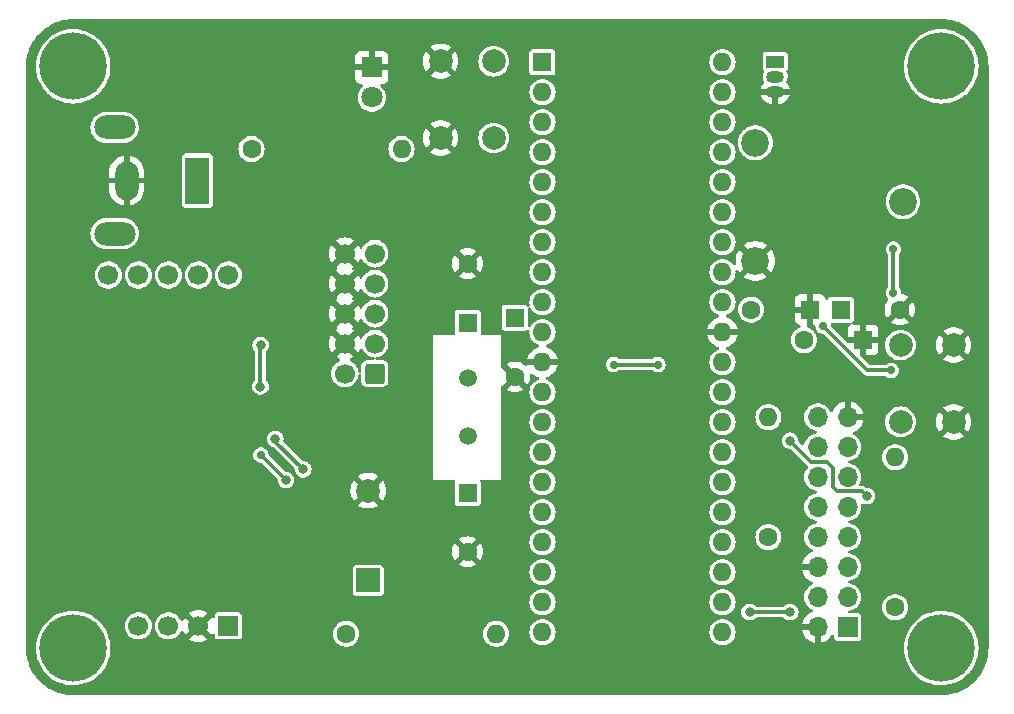
<source format=gbr>
%TF.GenerationSoftware,KiCad,Pcbnew,7.0.1*%
%TF.CreationDate,2023-05-16T22:34:38+02:00*%
%TF.ProjectId,PPURS projekt,50505552-5320-4707-926f-6a656b742e6b,rev?*%
%TF.SameCoordinates,Original*%
%TF.FileFunction,Copper,L2,Bot*%
%TF.FilePolarity,Positive*%
%FSLAX46Y46*%
G04 Gerber Fmt 4.6, Leading zero omitted, Abs format (unit mm)*
G04 Created by KiCad (PCBNEW 7.0.1) date 2023-05-16 22:34:38*
%MOMM*%
%LPD*%
G01*
G04 APERTURE LIST*
G04 Aperture macros list*
%AMRoundRect*
0 Rectangle with rounded corners*
0 $1 Rounding radius*
0 $2 $3 $4 $5 $6 $7 $8 $9 X,Y pos of 4 corners*
0 Add a 4 corners polygon primitive as box body*
4,1,4,$2,$3,$4,$5,$6,$7,$8,$9,$2,$3,0*
0 Add four circle primitives for the rounded corners*
1,1,$1+$1,$2,$3*
1,1,$1+$1,$4,$5*
1,1,$1+$1,$6,$7*
1,1,$1+$1,$8,$9*
0 Add four rect primitives between the rounded corners*
20,1,$1+$1,$2,$3,$4,$5,0*
20,1,$1+$1,$4,$5,$6,$7,0*
20,1,$1+$1,$6,$7,$8,$9,0*
20,1,$1+$1,$8,$9,$2,$3,0*%
G04 Aperture macros list end*
%TA.AperFunction,ComponentPad*%
%ADD10R,1.600000X1.600000*%
%TD*%
%TA.AperFunction,ComponentPad*%
%ADD11C,1.600000*%
%TD*%
%TA.AperFunction,ComponentPad*%
%ADD12R,1.800000X1.800000*%
%TD*%
%TA.AperFunction,ComponentPad*%
%ADD13C,1.800000*%
%TD*%
%TA.AperFunction,ComponentPad*%
%ADD14C,1.500000*%
%TD*%
%TA.AperFunction,ComponentPad*%
%ADD15R,1.700000X1.700000*%
%TD*%
%TA.AperFunction,ComponentPad*%
%ADD16C,1.700000*%
%TD*%
%TA.AperFunction,ComponentPad*%
%ADD17R,1.500000X1.050000*%
%TD*%
%TA.AperFunction,ComponentPad*%
%ADD18O,1.500000X1.050000*%
%TD*%
%TA.AperFunction,ComponentPad*%
%ADD19O,1.600000X1.600000*%
%TD*%
%TA.AperFunction,ComponentPad*%
%ADD20C,3.600000*%
%TD*%
%TA.AperFunction,ConnectorPad*%
%ADD21C,5.700000*%
%TD*%
%TA.AperFunction,ComponentPad*%
%ADD22R,2.000000X2.000000*%
%TD*%
%TA.AperFunction,ComponentPad*%
%ADD23C,2.000000*%
%TD*%
%TA.AperFunction,ComponentPad*%
%ADD24O,1.700000X1.700000*%
%TD*%
%TA.AperFunction,ComponentPad*%
%ADD25C,2.340000*%
%TD*%
%TA.AperFunction,ComponentPad*%
%ADD26R,2.000000X4.000000*%
%TD*%
%TA.AperFunction,ComponentPad*%
%ADD27O,2.000000X3.300000*%
%TD*%
%TA.AperFunction,ComponentPad*%
%ADD28O,3.500000X2.000000*%
%TD*%
%TA.AperFunction,ComponentPad*%
%ADD29RoundRect,0.250000X0.600000X0.600000X-0.600000X0.600000X-0.600000X-0.600000X0.600000X-0.600000X0*%
%TD*%
%TA.AperFunction,ViaPad*%
%ADD30C,0.700000*%
%TD*%
%TA.AperFunction,ViaPad*%
%ADD31C,0.800000*%
%TD*%
%TA.AperFunction,Conductor*%
%ADD32C,0.300000*%
%TD*%
%TA.AperFunction,Conductor*%
%ADD33C,0.250000*%
%TD*%
G04 APERTURE END LIST*
D10*
%TO.P,C3,1*%
%TO.N,Net-(U1-XTAL1)*%
X143900000Y-104100000D03*
D11*
%TO.P,C3,2*%
%TO.N,Earth*%
X143900000Y-109100000D03*
%TD*%
D12*
%TO.P,D1,1,K*%
%TO.N,Earth*%
X135790000Y-68095000D03*
D13*
%TO.P,D1,2,A*%
%TO.N,Net-(D1-A)*%
X135790000Y-70635000D03*
%TD*%
D14*
%TO.P,Y1,1,1*%
%TO.N,Net-(U1-XTAL2)*%
X143900000Y-94420000D03*
%TO.P,Y1,2,2*%
%TO.N,Net-(U1-XTAL1)*%
X143900000Y-99300000D03*
%TD*%
D15*
%TO.P,Senseair S8,1,G+*%
%TO.N,+5V*%
X123640000Y-115372500D03*
D16*
%TO.P,Senseair S8,2,G0*%
%TO.N,Earth*%
X121100000Y-115372500D03*
%TO.P,Senseair S8,3,ALARM_OC*%
%TO.N,unconnected-(U2-ALARM_OC-Pad3)*%
X118560000Y-115372500D03*
%TO.P,Senseair S8,4,PWM_1KHZ*%
%TO.N,unconnected-(U2-PWM_1KHZ-Pad4)*%
X116020000Y-115372500D03*
%TO.P,Senseair S8,5,BCAL_IN*%
%TO.N,unconnected-(U2-BCAL_IN-Pad5)*%
X113480000Y-85672500D03*
%TO.P,Senseair S8,6,UART_R/T*%
%TO.N,unconnected-(U2-UART_R{slash}T-Pad6)*%
X116020000Y-85672500D03*
%TO.P,Senseair S8,7,UART_TXD*%
%TO.N,/PD0 rx*%
X118560000Y-85672500D03*
%TO.P,Senseair S8,8,UART_RXD*%
%TO.N,/PD1 tx*%
X121100000Y-85672500D03*
%TO.P,Senseair S8,9,DVCC_OUT*%
%TO.N,unconnected-(U2-DVCC_OUT-Pad9)*%
X123640000Y-85672500D03*
%TD*%
D10*
%TO.P,C6,1*%
%TO.N,+5V*%
X175500000Y-88600000D03*
D11*
%TO.P,C6,2*%
%TO.N,Earth*%
X180500000Y-88600000D03*
%TD*%
D17*
%TO.P,U3,1,+V_{S}*%
%TO.N,+5V*%
X169940000Y-67600000D03*
D18*
%TO.P,U3,2,V_{OUT}*%
%TO.N,/PA0*%
X169940000Y-68870000D03*
%TO.P,U3,3,GND*%
%TO.N,Earth*%
X169940000Y-70140000D03*
%TD*%
D11*
%TO.P,R1,1*%
%TO.N,+5V*%
X180100000Y-113800000D03*
D19*
%TO.P,R1,2*%
%TO.N,/RESET*%
X180100000Y-101100000D03*
%TD*%
D20*
%TO.P,H3,1*%
%TO.N,N/C*%
X184000000Y-117250000D03*
D21*
X184000000Y-117250000D03*
%TD*%
D20*
%TO.P,H2,1*%
%TO.N,N/C*%
X110500000Y-68000000D03*
D21*
X110500000Y-68000000D03*
%TD*%
D22*
%TO.P,BZ1,1,-*%
%TO.N,Net-(BZ1--)*%
X135480000Y-111530000D03*
D23*
%TO.P,BZ1,2,+*%
%TO.N,Earth*%
X135480000Y-103930000D03*
%TD*%
D24*
%TO.P,LCD,1,VSS*%
%TO.N,Earth*%
X173535000Y-115475000D03*
D15*
%TO.P,LCD,2,VDD*%
%TO.N,+5V*%
X176075000Y-115475000D03*
D24*
%TO.P,LCD,3,VO*%
%TO.N,Net-(U4-VO)*%
X173535000Y-112935000D03*
%TO.P,LCD,4,RS*%
%TO.N,/PD5*%
X176075000Y-112935000D03*
%TO.P,LCD,5,R/~{W}*%
%TO.N,Earth*%
X173535000Y-110395000D03*
%TO.P,LCD,6,E*%
%TO.N,/PB7*%
X176075000Y-110395000D03*
%TO.P,LCD,7,DB0*%
%TO.N,unconnected-(U4-DB0-Pad7)*%
X173535000Y-107855000D03*
%TO.P,LCD,8,DB1*%
%TO.N,unconnected-(U4-DB1-Pad8)*%
X176075000Y-107855000D03*
%TO.P,LCD,9,DB2*%
%TO.N,unconnected-(U4-DB2-Pad9)*%
X173535000Y-105315000D03*
%TO.P,LCD,10,DB3*%
%TO.N,unconnected-(U4-DB3-Pad10)*%
X176075000Y-105315000D03*
%TO.P,LCD,11,DB4*%
%TO.N,/PC0*%
X173535000Y-102775000D03*
%TO.P,LCD,12,DB5*%
%TO.N,/PC1*%
X176075000Y-102775000D03*
%TO.P,LCD,13,DB6*%
%TO.N,/PC2*%
X173535000Y-100235000D03*
%TO.P,LCD,14,DB7*%
%TO.N,/PC3*%
X176075000Y-100235000D03*
%TO.P,LCD,15,A/VEE*%
%TO.N,+5V*%
X173535000Y-97695000D03*
%TO.P,LCD,16,K*%
%TO.N,Earth*%
X176075000Y-97695000D03*
%TD*%
D25*
%TO.P,RV1,1,1*%
%TO.N,Earth*%
X168260000Y-84470000D03*
%TO.P,RV1,2,2*%
%TO.N,Net-(U4-VO)*%
X180760000Y-79470000D03*
%TO.P,RV1,3,3*%
%TO.N,+5V*%
X168260000Y-74470000D03*
%TD*%
D10*
%TO.P,C5,1*%
%TO.N,Earth*%
X177380000Y-91170000D03*
D11*
%TO.P,C5,2*%
%TO.N,Net-(U1-AVCC)*%
X172380000Y-91170000D03*
%TD*%
D20*
%TO.P,H1,1*%
%TO.N,N/C*%
X184000000Y-68000000D03*
D21*
X184000000Y-68000000D03*
%TD*%
D20*
%TO.P,H4,1*%
%TO.N,N/C*%
X110500000Y-117250000D03*
D21*
X110500000Y-117250000D03*
%TD*%
D10*
%TO.P,C1,1*%
%TO.N,+5V*%
X147900000Y-89300000D03*
D11*
%TO.P,C1,2*%
%TO.N,Earth*%
X147900000Y-94300000D03*
%TD*%
D26*
%TO.P,J3,1*%
%TO.N,+5V*%
X121020000Y-77670000D03*
D27*
%TO.P,J3,2*%
%TO.N,Earth*%
X115020000Y-77670000D03*
D28*
%TO.P,J3,MP*%
%TO.N,N/C*%
X114020000Y-73170000D03*
X114020000Y-82170000D03*
%TD*%
D10*
%TO.P,C4,1*%
%TO.N,Net-(U1-XTAL2)*%
X143900000Y-89700000D03*
D11*
%TO.P,C4,2*%
%TO.N,Earth*%
X143900000Y-84700000D03*
%TD*%
%TO.P,R3,1*%
%TO.N,Net-(D1-A)*%
X125600000Y-75000000D03*
D19*
%TO.P,R3,2*%
%TO.N,Net-(U1-PB4)*%
X138300000Y-75000000D03*
%TD*%
D23*
%TO.P,SW1,1,1*%
%TO.N,Earth*%
X185050000Y-91600000D03*
X185050000Y-98100000D03*
%TO.P,SW1,2,2*%
%TO.N,/RESET*%
X180550000Y-91600000D03*
X180550000Y-98100000D03*
%TD*%
D10*
%TO.P,C2,1*%
%TO.N,Earth*%
X172900000Y-88600000D03*
D11*
%TO.P,C2,2*%
%TO.N,Net-(U1-AREF)*%
X167900000Y-88600000D03*
%TD*%
%TO.P,L1,1,1*%
%TO.N,+5V*%
X169357500Y-107860000D03*
D19*
%TO.P,L1,2,2*%
%TO.N,Net-(U1-AVCC)*%
X169357500Y-97700000D03*
%TD*%
D10*
%TO.P,ATmega 16A-P,1,PB0*%
%TO.N,Net-(U1-PB0)*%
X150232500Y-67647500D03*
D19*
%TO.P,ATmega 16A-P,2,PB1*%
%TO.N,unconnected-(U1-PB1-Pad2)*%
X150232500Y-70187500D03*
%TO.P,ATmega 16A-P,3,PB2*%
%TO.N,unconnected-(U1-PB2-Pad3)*%
X150232500Y-72727500D03*
%TO.P,ATmega 16A-P,4,PB3*%
%TO.N,unconnected-(U1-PB3-Pad4)*%
X150232500Y-75267500D03*
%TO.P,ATmega 16A-P,5,PB4*%
%TO.N,Net-(U1-PB4)*%
X150232500Y-77807500D03*
%TO.P,ATmega 16A-P,6,PB5*%
%TO.N,/PB5*%
X150232500Y-80347500D03*
%TO.P,ATmega 16A-P,7,PB6*%
%TO.N,/PB6*%
X150232500Y-82887500D03*
%TO.P,ATmega 16A-P,8,PB7*%
%TO.N,/PB7*%
X150232500Y-85427500D03*
%TO.P,ATmega 16A-P,9,~{RESET}*%
%TO.N,/RESET*%
X150232500Y-87967500D03*
%TO.P,ATmega 16A-P,10,VCC*%
%TO.N,+5V*%
X150232500Y-90507500D03*
%TO.P,ATmega 16A-P,11,GND*%
%TO.N,Earth*%
X150232500Y-93047500D03*
%TO.P,ATmega 16A-P,12,XTAL2*%
%TO.N,Net-(U1-XTAL2)*%
X150232500Y-95587500D03*
%TO.P,ATmega 16A-P,13,XTAL1*%
%TO.N,Net-(U1-XTAL1)*%
X150232500Y-98127500D03*
%TO.P,ATmega 16A-P,14,PD0*%
%TO.N,/PD0 rx*%
X150232500Y-100667500D03*
%TO.P,ATmega 16A-P,15,PD1*%
%TO.N,/PD1 tx*%
X150232500Y-103207500D03*
%TO.P,ATmega 16A-P,16,PD2*%
%TO.N,Net-(U1-PD2)*%
X150232500Y-105747500D03*
%TO.P,ATmega 16A-P,17,PD3*%
%TO.N,unconnected-(U1-PD3-Pad17)*%
X150232500Y-108287500D03*
%TO.P,ATmega 16A-P,18,PD4*%
%TO.N,unconnected-(U1-PD4-Pad18)*%
X150232500Y-110827500D03*
%TO.P,ATmega 16A-P,19,PD5*%
%TO.N,/PD5*%
X150232500Y-113367500D03*
%TO.P,ATmega 16A-P,20,PD6*%
%TO.N,unconnected-(U1-PD6-Pad20)*%
X150232500Y-115907500D03*
%TO.P,ATmega 16A-P,21,PD7*%
%TO.N,unconnected-(U1-PD7-Pad21)*%
X165472500Y-115907500D03*
%TO.P,ATmega 16A-P,22,PC0*%
%TO.N,/PC0*%
X165472500Y-113367500D03*
%TO.P,ATmega 16A-P,23,PC1*%
%TO.N,/PC1*%
X165472500Y-110827500D03*
%TO.P,ATmega 16A-P,24,PC2*%
%TO.N,/PC2*%
X165472500Y-108287500D03*
%TO.P,ATmega 16A-P,25,PC3*%
%TO.N,/PC3*%
X165472500Y-105747500D03*
%TO.P,ATmega 16A-P,26,PC4*%
%TO.N,unconnected-(U1-PC4-Pad26)*%
X165472500Y-103207500D03*
%TO.P,ATmega 16A-P,27,PC5*%
%TO.N,unconnected-(U1-PC5-Pad27)*%
X165472500Y-100667500D03*
%TO.P,ATmega 16A-P,28,PC6*%
%TO.N,unconnected-(U1-PC6-Pad28)*%
X165472500Y-98127500D03*
%TO.P,ATmega 16A-P,29,PC7*%
%TO.N,unconnected-(U1-PC7-Pad29)*%
X165472500Y-95587500D03*
%TO.P,ATmega 16A-P,30,AVCC*%
%TO.N,Net-(U1-AVCC)*%
X165472500Y-93047500D03*
%TO.P,ATmega 16A-P,31,GND*%
%TO.N,Earth*%
X165472500Y-90507500D03*
%TO.P,ATmega 16A-P,32,AREF*%
%TO.N,Net-(U1-AREF)*%
X165472500Y-87967500D03*
%TO.P,ATmega 16A-P,33,PA7*%
%TO.N,unconnected-(U1-PA7-Pad33)*%
X165472500Y-85427500D03*
%TO.P,ATmega 16A-P,34,PA6*%
%TO.N,unconnected-(U1-PA6-Pad34)*%
X165472500Y-82887500D03*
%TO.P,ATmega 16A-P,35,PA5*%
%TO.N,unconnected-(U1-PA5-Pad35)*%
X165472500Y-80347500D03*
%TO.P,ATmega 16A-P,36,PA4*%
%TO.N,unconnected-(U1-PA4-Pad36)*%
X165472500Y-77807500D03*
%TO.P,ATmega 16A-P,37,PA3*%
%TO.N,unconnected-(U1-PA3-Pad37)*%
X165472500Y-75267500D03*
%TO.P,ATmega 16A-P,38,PA2*%
%TO.N,unconnected-(U1-PA2-Pad38)*%
X165472500Y-72727500D03*
%TO.P,ATmega 16A-P,39,PA1*%
%TO.N,unconnected-(U1-PA1-Pad39)*%
X165472500Y-70187500D03*
%TO.P,ATmega 16A-P,40,PA0*%
%TO.N,/PA0*%
X165472500Y-67647500D03*
%TD*%
D29*
%TO.P,PROGRAMATOR,1,MOSI*%
%TO.N,/PB5*%
X136040000Y-94010000D03*
D16*
%TO.P,PROGRAMATOR,2,VCC*%
%TO.N,+5V*%
X133500000Y-94010000D03*
%TO.P,PROGRAMATOR,3,NC*%
%TO.N,unconnected-(J2-NC-Pad3)*%
X136040000Y-91470000D03*
%TO.P,PROGRAMATOR,4,GND*%
%TO.N,Earth*%
X133500000Y-91470000D03*
%TO.P,PROGRAMATOR,5,~{RST}*%
%TO.N,/RESET*%
X136040000Y-88930000D03*
%TO.P,PROGRAMATOR,6,GND*%
%TO.N,Earth*%
X133500000Y-88930000D03*
%TO.P,PROGRAMATOR,7,SCK*%
%TO.N,/PB7*%
X136040000Y-86390000D03*
%TO.P,PROGRAMATOR,8,GND*%
%TO.N,Earth*%
X133500000Y-86390000D03*
%TO.P,PROGRAMATOR,9,MISO*%
%TO.N,/PB6*%
X136040000Y-83850000D03*
%TO.P,PROGRAMATOR,10,GND*%
%TO.N,Earth*%
X133500000Y-83850000D03*
%TD*%
D11*
%TO.P,R2,1*%
%TO.N,Net-(BZ1--)*%
X133620000Y-116050000D03*
D19*
%TO.P,R2,2*%
%TO.N,Net-(U1-PD2)*%
X146320000Y-116050000D03*
%TD*%
D23*
%TO.P,PB0,1,1*%
%TO.N,Net-(U1-PB0)*%
X146107500Y-67570000D03*
X146107500Y-74070000D03*
%TO.P,PB0,2,2*%
%TO.N,Earth*%
X141607500Y-67570000D03*
X141607500Y-74070000D03*
%TD*%
D30*
%TO.N,/RESET*%
X179750000Y-93750000D03*
X174000000Y-90000000D03*
X160000000Y-93250000D03*
X156250000Y-93250000D03*
D31*
%TO.N,/PB7*%
X177700000Y-104400000D03*
X171200000Y-99700000D03*
D30*
%TO.N,Net-(U4-VO)*%
X179950000Y-83480000D03*
X179950000Y-87170000D03*
D31*
%TO.N,/PD0 rx*%
X127620000Y-99550000D03*
X129980000Y-102130000D03*
%TO.N,/PD1 tx*%
X126370000Y-91600000D03*
X126360000Y-95120000D03*
X128520000Y-103040000D03*
D30*
X126400000Y-100920000D03*
D31*
%TO.N,/PD5*%
X171220000Y-114210000D03*
X167770000Y-114210000D03*
%TD*%
D32*
%TO.N,/RESET*%
X179750000Y-93750000D02*
X177750000Y-93750000D01*
X177750000Y-93750000D02*
X174000000Y-90000000D01*
X156250000Y-93250000D02*
X160000000Y-93250000D01*
%TO.N,/PB7*%
X174800000Y-103620000D02*
X174800000Y-101970000D01*
X174800000Y-101970000D02*
X174310000Y-101480000D01*
X177300000Y-104000000D02*
X175180000Y-104000000D01*
X177700000Y-104400000D02*
X177300000Y-104000000D01*
X175180000Y-104000000D02*
X174800000Y-103620000D01*
X174310000Y-101480000D02*
X172980000Y-101480000D01*
X172980000Y-101480000D02*
X171200000Y-99700000D01*
D33*
%TO.N,Net-(U4-VO)*%
X179950000Y-87170000D02*
X179950000Y-86550000D01*
D32*
X179950000Y-83480000D02*
X179950000Y-86550000D01*
X179950000Y-87170000D02*
X179950000Y-83480000D01*
X179970000Y-87190000D02*
X179950000Y-87170000D01*
%TO.N,/PD0 rx*%
X129980000Y-102130000D02*
X127620000Y-99770000D01*
X127620000Y-99770000D02*
X127620000Y-99550000D01*
%TO.N,/PD1 tx*%
X128520000Y-103040000D02*
X126400000Y-100920000D01*
X126360000Y-91610000D02*
X126370000Y-91600000D01*
X126360000Y-95120000D02*
X126360000Y-91610000D01*
%TO.N,/PD5*%
X171220000Y-114210000D02*
X167770000Y-114210000D01*
%TD*%
%TA.AperFunction,Conductor*%
%TO.N,Earth*%
G36*
X184002854Y-64000632D02*
G01*
X184018811Y-64001369D01*
X184173088Y-64008502D01*
X184369795Y-64018166D01*
X184380787Y-64019201D01*
X184562876Y-64044601D01*
X184563781Y-64044732D01*
X184747261Y-64071949D01*
X184757413Y-64073892D01*
X184938614Y-64116510D01*
X184940023Y-64116852D01*
X185117874Y-64161401D01*
X185127091Y-64164096D01*
X185304478Y-64223550D01*
X185306618Y-64224292D01*
X185478220Y-64285692D01*
X185486519Y-64289004D01*
X185657980Y-64364712D01*
X185660909Y-64366051D01*
X185747263Y-64406892D01*
X185825119Y-64443715D01*
X185832411Y-64447465D01*
X185929135Y-64501341D01*
X185996435Y-64538827D01*
X185999810Y-64540777D01*
X186155371Y-64634017D01*
X186161670Y-64638058D01*
X186316699Y-64744256D01*
X186320459Y-64746935D01*
X186466009Y-64854882D01*
X186471305Y-64859040D01*
X186616009Y-64979200D01*
X186619947Y-64982617D01*
X186754206Y-65104303D01*
X186758590Y-65108478D01*
X186891520Y-65241408D01*
X186895698Y-65245795D01*
X187017375Y-65380045D01*
X187020805Y-65383998D01*
X187140951Y-65528684D01*
X187145124Y-65534000D01*
X187253041Y-65679509D01*
X187255742Y-65683299D01*
X187361940Y-65838328D01*
X187365999Y-65844656D01*
X187459200Y-66000153D01*
X187461171Y-66003563D01*
X187552525Y-66167573D01*
X187556291Y-66174896D01*
X187633947Y-66339089D01*
X187635286Y-66342018D01*
X187710994Y-66513479D01*
X187714311Y-66521791D01*
X187775666Y-66693265D01*
X187776487Y-66695634D01*
X187835894Y-66872881D01*
X187838606Y-66882157D01*
X187883104Y-67059803D01*
X187883526Y-67061543D01*
X187926101Y-67242562D01*
X187928053Y-67252758D01*
X187955257Y-67436156D01*
X187955410Y-67437218D01*
X187980794Y-67619184D01*
X187981834Y-67630232D01*
X187991512Y-67827238D01*
X187991529Y-67827595D01*
X187999368Y-67997145D01*
X187999500Y-68002872D01*
X187999500Y-117247128D01*
X187999368Y-117252855D01*
X187991529Y-117422404D01*
X187991512Y-117422761D01*
X187981834Y-117619766D01*
X187980794Y-117630814D01*
X187955410Y-117812780D01*
X187955257Y-117813842D01*
X187928053Y-117997240D01*
X187926101Y-118007436D01*
X187883526Y-118188455D01*
X187883104Y-118190195D01*
X187838606Y-118367841D01*
X187835894Y-118377117D01*
X187776487Y-118554364D01*
X187775666Y-118556733D01*
X187714311Y-118728207D01*
X187710994Y-118736519D01*
X187635286Y-118907980D01*
X187633947Y-118910909D01*
X187556291Y-119075102D01*
X187552525Y-119082425D01*
X187461171Y-119246435D01*
X187459200Y-119249845D01*
X187365999Y-119405342D01*
X187361940Y-119411670D01*
X187255742Y-119566699D01*
X187253041Y-119570489D01*
X187145135Y-119715984D01*
X187140935Y-119721334D01*
X187020851Y-119865947D01*
X187017331Y-119870004D01*
X186895717Y-120004183D01*
X186891520Y-120008590D01*
X186758590Y-120141520D01*
X186754183Y-120145717D01*
X186620004Y-120267331D01*
X186615947Y-120270851D01*
X186471334Y-120390935D01*
X186465984Y-120395135D01*
X186320489Y-120503041D01*
X186316699Y-120505742D01*
X186161670Y-120611940D01*
X186155342Y-120615999D01*
X185999845Y-120709200D01*
X185996435Y-120711171D01*
X185832425Y-120802525D01*
X185825102Y-120806291D01*
X185660909Y-120883947D01*
X185657980Y-120885286D01*
X185486519Y-120960994D01*
X185478207Y-120964311D01*
X185306733Y-121025666D01*
X185304364Y-121026487D01*
X185127117Y-121085894D01*
X185117841Y-121088606D01*
X184940195Y-121133104D01*
X184938455Y-121133526D01*
X184757436Y-121176101D01*
X184747240Y-121178053D01*
X184563842Y-121205257D01*
X184562780Y-121205410D01*
X184380814Y-121230794D01*
X184369766Y-121231834D01*
X184172931Y-121241503D01*
X184172575Y-121241520D01*
X184007393Y-121249158D01*
X184002854Y-121249368D01*
X183997128Y-121249500D01*
X110502872Y-121249500D01*
X110497145Y-121249368D01*
X110492305Y-121249144D01*
X110327423Y-121241520D01*
X110327067Y-121241503D01*
X110130232Y-121231834D01*
X110119184Y-121230794D01*
X109937218Y-121205410D01*
X109936156Y-121205257D01*
X109752758Y-121178053D01*
X109742562Y-121176101D01*
X109561543Y-121133526D01*
X109559803Y-121133104D01*
X109382157Y-121088606D01*
X109372881Y-121085894D01*
X109195634Y-121026487D01*
X109193265Y-121025666D01*
X109021791Y-120964311D01*
X109013479Y-120960994D01*
X108842018Y-120885286D01*
X108839089Y-120883947D01*
X108674896Y-120806291D01*
X108667573Y-120802525D01*
X108503563Y-120711171D01*
X108500153Y-120709200D01*
X108480648Y-120697509D01*
X108344645Y-120615992D01*
X108338328Y-120611940D01*
X108183299Y-120505742D01*
X108179509Y-120503041D01*
X108047940Y-120405463D01*
X108034000Y-120395124D01*
X108028684Y-120390951D01*
X107883998Y-120270805D01*
X107880045Y-120267375D01*
X107745795Y-120145698D01*
X107741408Y-120141520D01*
X107608478Y-120008590D01*
X107604303Y-120004206D01*
X107482617Y-119869947D01*
X107479200Y-119866009D01*
X107359040Y-119721305D01*
X107354882Y-119716009D01*
X107246935Y-119570459D01*
X107244256Y-119566699D01*
X107138058Y-119411670D01*
X107134017Y-119405371D01*
X107040777Y-119249810D01*
X107038827Y-119246435D01*
X106947465Y-119082411D01*
X106943715Y-119075119D01*
X106906892Y-118997263D01*
X106866051Y-118910909D01*
X106864712Y-118907980D01*
X106789004Y-118736519D01*
X106785692Y-118728220D01*
X106724292Y-118556618D01*
X106723550Y-118554478D01*
X106664096Y-118377091D01*
X106661401Y-118367874D01*
X106616852Y-118190023D01*
X106616510Y-118188614D01*
X106573892Y-118007413D01*
X106571949Y-117997261D01*
X106544732Y-117813781D01*
X106544588Y-117812780D01*
X106519201Y-117630787D01*
X106518166Y-117619795D01*
X106508480Y-117422611D01*
X106500632Y-117252854D01*
X106500566Y-117250000D01*
X107344536Y-117250000D01*
X107364377Y-117603301D01*
X107423648Y-117952152D01*
X107479389Y-118145633D01*
X107521610Y-118292184D01*
X107657025Y-118619105D01*
X107828192Y-118928808D01*
X107931993Y-119075102D01*
X108032962Y-119217405D01*
X108179537Y-119381421D01*
X108268750Y-119481250D01*
X108380456Y-119581077D01*
X108532594Y-119717037D01*
X108532600Y-119717041D01*
X108821192Y-119921808D01*
X109130895Y-120092975D01*
X109457816Y-120228390D01*
X109797843Y-120326350D01*
X109797844Y-120326350D01*
X109797847Y-120326351D01*
X109911825Y-120345716D01*
X110146700Y-120385623D01*
X110500000Y-120405464D01*
X110853300Y-120385623D01*
X111174742Y-120331008D01*
X111202152Y-120326351D01*
X111202153Y-120326350D01*
X111202157Y-120326350D01*
X111542184Y-120228390D01*
X111869105Y-120092975D01*
X112178808Y-119921808D01*
X112467400Y-119717041D01*
X112467402Y-119717038D01*
X112467405Y-119717037D01*
X112530964Y-119660237D01*
X112731250Y-119481250D01*
X112920289Y-119269714D01*
X112967037Y-119217405D01*
X112967041Y-119217400D01*
X113171808Y-118928808D01*
X113342975Y-118619105D01*
X113478390Y-118292184D01*
X113576350Y-117952157D01*
X113635623Y-117603300D01*
X113655464Y-117250000D01*
X180844536Y-117250000D01*
X180864377Y-117603301D01*
X180923648Y-117952152D01*
X180979389Y-118145633D01*
X181021610Y-118292184D01*
X181157025Y-118619105D01*
X181328192Y-118928808D01*
X181431993Y-119075102D01*
X181532962Y-119217405D01*
X181679537Y-119381421D01*
X181768750Y-119481250D01*
X181880456Y-119581077D01*
X182032594Y-119717037D01*
X182032600Y-119717041D01*
X182321192Y-119921808D01*
X182630895Y-120092975D01*
X182957816Y-120228390D01*
X183297843Y-120326350D01*
X183297844Y-120326350D01*
X183297847Y-120326351D01*
X183411825Y-120345716D01*
X183646700Y-120385623D01*
X184000000Y-120405464D01*
X184353300Y-120385623D01*
X184674742Y-120331008D01*
X184702152Y-120326351D01*
X184702153Y-120326350D01*
X184702157Y-120326350D01*
X185042184Y-120228390D01*
X185369105Y-120092975D01*
X185678808Y-119921808D01*
X185967400Y-119717041D01*
X185967402Y-119717038D01*
X185967405Y-119717037D01*
X186030964Y-119660237D01*
X186231250Y-119481250D01*
X186420289Y-119269714D01*
X186467037Y-119217405D01*
X186467041Y-119217400D01*
X186671808Y-118928808D01*
X186842975Y-118619105D01*
X186978390Y-118292184D01*
X187076350Y-117952157D01*
X187135623Y-117603300D01*
X187155464Y-117250000D01*
X187135623Y-116896700D01*
X187090618Y-116631818D01*
X187076351Y-116547847D01*
X187075848Y-116546100D01*
X186978390Y-116207816D01*
X186842975Y-115880895D01*
X186671808Y-115571192D01*
X186497607Y-115325679D01*
X186467037Y-115282594D01*
X186331077Y-115130456D01*
X186231250Y-115018750D01*
X186118681Y-114918152D01*
X185967405Y-114782962D01*
X185794810Y-114660500D01*
X185678808Y-114578192D01*
X185369105Y-114407025D01*
X185286466Y-114372795D01*
X185169872Y-114324500D01*
X185042184Y-114271610D01*
X184880102Y-114224915D01*
X184702152Y-114173648D01*
X184353301Y-114114377D01*
X184000000Y-114094536D01*
X183646698Y-114114377D01*
X183297847Y-114173648D01*
X183006543Y-114257572D01*
X182962381Y-114270295D01*
X182957813Y-114271611D01*
X182630896Y-114407024D01*
X182321192Y-114578192D01*
X182032594Y-114782962D01*
X181768750Y-115018750D01*
X181532962Y-115282594D01*
X181328192Y-115571192D01*
X181157024Y-115880896D01*
X181021611Y-116207813D01*
X180923648Y-116547847D01*
X180864377Y-116896698D01*
X180844536Y-117250000D01*
X113655464Y-117250000D01*
X113635623Y-116896700D01*
X113590618Y-116631818D01*
X113576351Y-116547847D01*
X113575848Y-116546100D01*
X113478390Y-116207816D01*
X113342975Y-115880895D01*
X113171808Y-115571192D01*
X113030828Y-115372500D01*
X114864571Y-115372500D01*
X114884243Y-115584810D01*
X114942595Y-115789890D01*
X115037631Y-115980752D01*
X115166126Y-116150905D01*
X115166128Y-116150907D01*
X115323698Y-116294552D01*
X115504981Y-116406798D01*
X115703802Y-116483821D01*
X115913390Y-116523000D01*
X116126608Y-116523000D01*
X116126610Y-116523000D01*
X116336198Y-116483821D01*
X116535019Y-116406798D01*
X116716302Y-116294552D01*
X116873872Y-116150907D01*
X117002366Y-115980755D01*
X117002366Y-115980753D01*
X117002368Y-115980752D01*
X117069323Y-115846286D01*
X117097405Y-115789889D01*
X117155756Y-115584810D01*
X117166529Y-115468547D01*
X117186633Y-115411496D01*
X117229410Y-115372499D01*
X117350589Y-115372499D01*
X117393367Y-115411496D01*
X117413471Y-115468548D01*
X117424243Y-115584810D01*
X117482595Y-115789890D01*
X117577631Y-115980752D01*
X117706126Y-116150905D01*
X117706128Y-116150907D01*
X117863698Y-116294552D01*
X118044981Y-116406798D01*
X118243802Y-116483821D01*
X118453390Y-116523000D01*
X118666608Y-116523000D01*
X118666610Y-116523000D01*
X118856918Y-116487425D01*
X120338625Y-116487425D01*
X120422420Y-116546099D01*
X120636507Y-116645930D01*
X120864681Y-116707069D01*
X121100000Y-116727657D01*
X121335318Y-116707069D01*
X121563492Y-116645930D01*
X121777576Y-116546100D01*
X121861373Y-116487425D01*
X121100000Y-115726053D01*
X120338625Y-116487425D01*
X118856918Y-116487425D01*
X118876198Y-116483821D01*
X119075019Y-116406798D01*
X119256302Y-116294552D01*
X119413872Y-116150907D01*
X119542366Y-115980755D01*
X119609324Y-115846283D01*
X119655722Y-115795713D01*
X119721913Y-115777566D01*
X119787617Y-115797405D01*
X119832705Y-115849151D01*
X119926400Y-116050080D01*
X119985073Y-116133873D01*
X120746447Y-115372501D01*
X121453553Y-115372501D01*
X122214925Y-116133873D01*
X122263925Y-116063894D01*
X122311141Y-116023567D01*
X122371989Y-116011187D01*
X122431209Y-116029859D01*
X122473952Y-116074900D01*
X122489500Y-116135016D01*
X122489500Y-116267366D01*
X122492414Y-116292488D01*
X122492414Y-116292490D01*
X122492415Y-116292491D01*
X122526579Y-116369865D01*
X122537795Y-116395267D01*
X122617232Y-116474704D01*
X122617233Y-116474704D01*
X122617235Y-116474706D01*
X122720009Y-116520085D01*
X122745135Y-116523000D01*
X124534864Y-116522999D01*
X124534867Y-116522999D01*
X124547427Y-116521541D01*
X124559991Y-116520085D01*
X124662765Y-116474706D01*
X124742206Y-116395265D01*
X124787585Y-116292491D01*
X124790500Y-116267365D01*
X124790500Y-116050000D01*
X132514785Y-116050000D01*
X132533602Y-116253083D01*
X132589418Y-116449251D01*
X132680324Y-116631818D01*
X132803236Y-116794580D01*
X132953958Y-116931981D01*
X133076734Y-117008000D01*
X133127363Y-117039348D01*
X133317544Y-117113024D01*
X133518024Y-117150500D01*
X133721974Y-117150500D01*
X133721976Y-117150500D01*
X133922456Y-117113024D01*
X134112637Y-117039348D01*
X134286041Y-116931981D01*
X134436764Y-116794579D01*
X134559673Y-116631821D01*
X134559673Y-116631819D01*
X134559675Y-116631818D01*
X134613859Y-116523000D01*
X134650582Y-116449250D01*
X134706397Y-116253083D01*
X134725215Y-116050000D01*
X145214785Y-116050000D01*
X145233602Y-116253083D01*
X145289418Y-116449251D01*
X145380324Y-116631818D01*
X145503236Y-116794580D01*
X145653958Y-116931981D01*
X145776734Y-117008000D01*
X145827363Y-117039348D01*
X146017544Y-117113024D01*
X146218024Y-117150500D01*
X146421974Y-117150500D01*
X146421976Y-117150500D01*
X146622456Y-117113024D01*
X146812637Y-117039348D01*
X146986041Y-116931981D01*
X147136764Y-116794579D01*
X147259673Y-116631821D01*
X147259673Y-116631819D01*
X147259675Y-116631818D01*
X147313859Y-116523000D01*
X147350582Y-116449250D01*
X147406397Y-116253083D01*
X147425215Y-116050000D01*
X147412011Y-115907499D01*
X149127285Y-115907499D01*
X149146102Y-116110583D01*
X149201918Y-116306751D01*
X149292824Y-116489318D01*
X149415736Y-116652080D01*
X149566458Y-116789481D01*
X149739624Y-116896700D01*
X149739863Y-116896848D01*
X149930044Y-116970524D01*
X150130524Y-117008000D01*
X150334474Y-117008000D01*
X150334476Y-117008000D01*
X150534956Y-116970524D01*
X150725137Y-116896848D01*
X150898541Y-116789481D01*
X151049264Y-116652079D01*
X151172173Y-116489321D01*
X151172173Y-116489319D01*
X151172175Y-116489318D01*
X151231655Y-116369864D01*
X151263082Y-116306750D01*
X151318897Y-116110583D01*
X151337715Y-115907500D01*
X151337715Y-115907499D01*
X164367285Y-115907499D01*
X164386102Y-116110583D01*
X164441918Y-116306751D01*
X164532824Y-116489318D01*
X164655736Y-116652080D01*
X164806458Y-116789481D01*
X164979624Y-116896700D01*
X164979863Y-116896848D01*
X165170044Y-116970524D01*
X165370524Y-117008000D01*
X165574474Y-117008000D01*
X165574476Y-117008000D01*
X165774956Y-116970524D01*
X165965137Y-116896848D01*
X166138541Y-116789481D01*
X166289264Y-116652079D01*
X166412173Y-116489321D01*
X166412173Y-116489319D01*
X166412175Y-116489318D01*
X166471655Y-116369864D01*
X166503082Y-116306750D01*
X166558897Y-116110583D01*
X166577715Y-115907500D01*
X166560804Y-115725000D01*
X172204364Y-115725000D01*
X172261569Y-115938492D01*
X172361399Y-116152576D01*
X172496893Y-116346081D01*
X172663918Y-116513106D01*
X172857423Y-116648600D01*
X173071507Y-116748430D01*
X173284999Y-116805635D01*
X173285000Y-116805636D01*
X173285000Y-115725000D01*
X172204364Y-115725000D01*
X166560804Y-115725000D01*
X166558897Y-115704417D01*
X166503082Y-115508250D01*
X166454905Y-115411496D01*
X166412175Y-115325681D01*
X166289263Y-115162919D01*
X166138541Y-115025518D01*
X165965138Y-114918152D01*
X165774957Y-114844476D01*
X165708129Y-114831984D01*
X165574476Y-114807000D01*
X165370524Y-114807000D01*
X165279945Y-114823932D01*
X165170042Y-114844476D01*
X164979861Y-114918152D01*
X164806458Y-115025518D01*
X164655736Y-115162919D01*
X164532824Y-115325681D01*
X164441918Y-115508248D01*
X164386102Y-115704416D01*
X164367285Y-115907499D01*
X151337715Y-115907499D01*
X151318897Y-115704417D01*
X151263082Y-115508250D01*
X151214905Y-115411496D01*
X151172175Y-115325681D01*
X151049263Y-115162919D01*
X150898541Y-115025518D01*
X150725138Y-114918152D01*
X150534957Y-114844476D01*
X150468129Y-114831984D01*
X150334476Y-114807000D01*
X150130524Y-114807000D01*
X150039945Y-114823932D01*
X149930042Y-114844476D01*
X149739861Y-114918152D01*
X149566458Y-115025518D01*
X149415736Y-115162919D01*
X149292824Y-115325681D01*
X149201918Y-115508248D01*
X149146102Y-115704416D01*
X149127285Y-115907499D01*
X147412011Y-115907499D01*
X147406397Y-115846917D01*
X147406217Y-115846286D01*
X147350581Y-115650748D01*
X147259675Y-115468181D01*
X147136763Y-115305419D01*
X146986041Y-115168018D01*
X146812638Y-115060652D01*
X146622457Y-114986976D01*
X146555629Y-114974484D01*
X146421976Y-114949500D01*
X146218024Y-114949500D01*
X146122090Y-114967433D01*
X146017542Y-114986976D01*
X145827361Y-115060652D01*
X145653958Y-115168018D01*
X145503236Y-115305419D01*
X145380324Y-115468181D01*
X145289418Y-115650748D01*
X145233602Y-115846916D01*
X145214785Y-116050000D01*
X134725215Y-116050000D01*
X134706397Y-115846917D01*
X134706217Y-115846286D01*
X134650581Y-115650748D01*
X134559675Y-115468181D01*
X134436763Y-115305419D01*
X134286041Y-115168018D01*
X134112638Y-115060652D01*
X133922457Y-114986976D01*
X133855629Y-114974484D01*
X133721976Y-114949500D01*
X133518024Y-114949500D01*
X133422090Y-114967433D01*
X133317542Y-114986976D01*
X133127361Y-115060652D01*
X132953958Y-115168018D01*
X132803236Y-115305419D01*
X132680324Y-115468181D01*
X132589418Y-115650748D01*
X132533602Y-115846916D01*
X132514785Y-116050000D01*
X124790500Y-116050000D01*
X124790499Y-114477636D01*
X124787585Y-114452509D01*
X124742206Y-114349735D01*
X124742204Y-114349733D01*
X124742204Y-114349732D01*
X124662767Y-114270295D01*
X124662765Y-114270294D01*
X124559991Y-114224915D01*
X124534865Y-114222000D01*
X124534863Y-114222000D01*
X122745132Y-114222000D01*
X122720011Y-114224914D01*
X122617232Y-114270295D01*
X122537795Y-114349732D01*
X122492415Y-114452509D01*
X122489500Y-114477636D01*
X122489500Y-114609981D01*
X122473953Y-114670097D01*
X122431210Y-114715139D01*
X122371989Y-114733811D01*
X122311142Y-114721431D01*
X122263925Y-114681104D01*
X122214926Y-114611126D01*
X122214925Y-114611125D01*
X121453553Y-115372500D01*
X121453553Y-115372501D01*
X120746447Y-115372501D01*
X120746447Y-115372500D01*
X119985072Y-114611125D01*
X119926399Y-114694922D01*
X119832705Y-114895848D01*
X119787617Y-114947594D01*
X119721913Y-114967433D01*
X119655722Y-114949286D01*
X119609324Y-114898716D01*
X119542366Y-114764245D01*
X119542365Y-114764244D01*
X119542365Y-114764243D01*
X119413873Y-114594094D01*
X119396429Y-114578192D01*
X119286121Y-114477632D01*
X119256301Y-114450447D01*
X119105133Y-114356848D01*
X119075019Y-114338202D01*
X119075017Y-114338201D01*
X118876198Y-114261179D01*
X118856902Y-114257572D01*
X120338625Y-114257572D01*
X121100000Y-115018947D01*
X121100001Y-115018947D01*
X121861373Y-114257573D01*
X121861373Y-114257572D01*
X121777580Y-114198900D01*
X121563492Y-114099069D01*
X121335318Y-114037930D01*
X121100000Y-114017342D01*
X120864681Y-114037930D01*
X120636507Y-114099069D01*
X120422422Y-114198899D01*
X120338625Y-114257572D01*
X118856902Y-114257572D01*
X118666610Y-114222000D01*
X118453390Y-114222000D01*
X118313664Y-114248119D01*
X118243801Y-114261179D01*
X118044982Y-114338201D01*
X117863698Y-114450447D01*
X117706126Y-114594094D01*
X117577631Y-114764247D01*
X117482595Y-114955109D01*
X117424243Y-115160189D01*
X117413471Y-115276451D01*
X117393367Y-115333503D01*
X117350589Y-115372499D01*
X117229410Y-115372499D01*
X117186633Y-115333503D01*
X117166529Y-115276451D01*
X117155756Y-115160189D01*
X117132550Y-115078632D01*
X117097405Y-114955111D01*
X117075192Y-114910500D01*
X117002368Y-114764247D01*
X116873873Y-114594094D01*
X116856429Y-114578192D01*
X116746121Y-114477632D01*
X116716301Y-114450447D01*
X116565133Y-114356848D01*
X116535019Y-114338202D01*
X116535017Y-114338201D01*
X116336198Y-114261179D01*
X116316902Y-114257572D01*
X116126610Y-114222000D01*
X115913390Y-114222000D01*
X115773664Y-114248119D01*
X115703801Y-114261179D01*
X115504982Y-114338201D01*
X115323698Y-114450447D01*
X115166126Y-114594094D01*
X115037631Y-114764247D01*
X114942595Y-114955109D01*
X114884243Y-115160189D01*
X114864571Y-115372500D01*
X113030828Y-115372500D01*
X112997607Y-115325679D01*
X112967037Y-115282594D01*
X112831077Y-115130456D01*
X112731250Y-115018750D01*
X112618681Y-114918152D01*
X112467405Y-114782962D01*
X112294810Y-114660500D01*
X112178808Y-114578192D01*
X111869105Y-114407025D01*
X111786466Y-114372795D01*
X111669872Y-114324500D01*
X111542184Y-114271610D01*
X111380102Y-114224915D01*
X111202152Y-114173648D01*
X110853301Y-114114377D01*
X110500000Y-114094536D01*
X110146698Y-114114377D01*
X109797847Y-114173648D01*
X109506543Y-114257572D01*
X109462381Y-114270295D01*
X109457813Y-114271611D01*
X109130896Y-114407024D01*
X108821192Y-114578192D01*
X108532594Y-114782962D01*
X108268750Y-115018750D01*
X108032962Y-115282594D01*
X107828192Y-115571192D01*
X107657024Y-115880896D01*
X107521611Y-116207813D01*
X107423648Y-116547847D01*
X107364377Y-116896698D01*
X107344536Y-117250000D01*
X106500566Y-117250000D01*
X106500500Y-117247128D01*
X106500500Y-113367499D01*
X149127285Y-113367499D01*
X149146102Y-113570583D01*
X149201918Y-113766751D01*
X149292824Y-113949318D01*
X149415736Y-114112080D01*
X149566458Y-114249481D01*
X149728370Y-114349732D01*
X149739863Y-114356848D01*
X149930044Y-114430524D01*
X150130524Y-114468000D01*
X150334474Y-114468000D01*
X150334476Y-114468000D01*
X150534956Y-114430524D01*
X150725137Y-114356848D01*
X150898541Y-114249481D01*
X151049264Y-114112079D01*
X151172173Y-113949321D01*
X151172173Y-113949319D01*
X151172175Y-113949318D01*
X151218117Y-113857052D01*
X151263082Y-113766750D01*
X151318897Y-113570583D01*
X151337715Y-113367500D01*
X151337715Y-113367499D01*
X164367285Y-113367499D01*
X164386102Y-113570583D01*
X164441918Y-113766751D01*
X164532824Y-113949318D01*
X164655736Y-114112080D01*
X164806458Y-114249481D01*
X164968370Y-114349732D01*
X164979863Y-114356848D01*
X165170044Y-114430524D01*
X165370524Y-114468000D01*
X165574474Y-114468000D01*
X165574476Y-114468000D01*
X165774956Y-114430524D01*
X165965137Y-114356848D01*
X166138541Y-114249481D01*
X166181850Y-114210000D01*
X167064354Y-114210000D01*
X167084860Y-114378872D01*
X167145182Y-114537930D01*
X167241815Y-114677927D01*
X167241816Y-114677928D01*
X167241817Y-114677929D01*
X167369148Y-114790734D01*
X167519775Y-114869790D01*
X167684944Y-114910500D01*
X167855055Y-114910500D01*
X167855056Y-114910500D01*
X168020225Y-114869790D01*
X168170852Y-114790734D01*
X168235105Y-114733811D01*
X168282658Y-114691684D01*
X168320914Y-114668558D01*
X168364884Y-114660500D01*
X170625116Y-114660500D01*
X170669086Y-114668558D01*
X170707342Y-114691684D01*
X170789246Y-114764243D01*
X170819148Y-114790734D01*
X170969775Y-114869790D01*
X171134944Y-114910500D01*
X171305055Y-114910500D01*
X171305056Y-114910500D01*
X171470225Y-114869790D01*
X171620852Y-114790734D01*
X171748183Y-114677929D01*
X171844818Y-114537930D01*
X171905140Y-114378872D01*
X171925645Y-114210000D01*
X171905140Y-114041128D01*
X171844818Y-113882070D01*
X171788168Y-113799999D01*
X171748184Y-113742072D01*
X171715828Y-113713407D01*
X171620852Y-113629266D01*
X171559215Y-113596916D01*
X171470224Y-113550209D01*
X171345765Y-113519533D01*
X171305056Y-113509500D01*
X171134944Y-113509500D01*
X171102284Y-113517549D01*
X170969775Y-113550209D01*
X170819146Y-113629267D01*
X170707342Y-113728316D01*
X170669086Y-113751442D01*
X170625116Y-113759500D01*
X168364884Y-113759500D01*
X168320914Y-113751442D01*
X168282658Y-113728316D01*
X168170853Y-113629267D01*
X168170852Y-113629266D01*
X168095538Y-113589738D01*
X168020224Y-113550209D01*
X167895765Y-113519533D01*
X167855056Y-113509500D01*
X167684944Y-113509500D01*
X167652284Y-113517549D01*
X167519775Y-113550209D01*
X167369149Y-113629265D01*
X167241815Y-113742072D01*
X167145182Y-113882069D01*
X167084860Y-114041127D01*
X167064354Y-114210000D01*
X166181850Y-114210000D01*
X166289264Y-114112079D01*
X166412173Y-113949321D01*
X166412173Y-113949319D01*
X166412175Y-113949318D01*
X166458117Y-113857052D01*
X166503082Y-113766750D01*
X166558897Y-113570583D01*
X166577715Y-113367500D01*
X166558897Y-113164417D01*
X166503082Y-112968250D01*
X166478070Y-112918018D01*
X166412175Y-112785681D01*
X166289263Y-112622919D01*
X166138541Y-112485518D01*
X165965138Y-112378152D01*
X165774957Y-112304476D01*
X165708129Y-112291984D01*
X165574476Y-112267000D01*
X165370524Y-112267000D01*
X165270283Y-112285738D01*
X165170042Y-112304476D01*
X164979861Y-112378152D01*
X164806458Y-112485518D01*
X164655736Y-112622919D01*
X164532824Y-112785681D01*
X164441918Y-112968248D01*
X164386102Y-113164416D01*
X164367285Y-113367499D01*
X151337715Y-113367499D01*
X151318897Y-113164417D01*
X151263082Y-112968250D01*
X151238070Y-112918018D01*
X151172175Y-112785681D01*
X151049263Y-112622919D01*
X150898541Y-112485518D01*
X150725138Y-112378152D01*
X150534957Y-112304476D01*
X150468129Y-112291984D01*
X150334476Y-112267000D01*
X150130524Y-112267000D01*
X150030283Y-112285738D01*
X149930042Y-112304476D01*
X149739861Y-112378152D01*
X149566458Y-112485518D01*
X149415736Y-112622919D01*
X149292824Y-112785681D01*
X149201918Y-112968248D01*
X149146102Y-113164416D01*
X149127285Y-113367499D01*
X106500500Y-113367499D01*
X106500500Y-112574867D01*
X134179500Y-112574867D01*
X134182414Y-112599988D01*
X134227795Y-112702767D01*
X134307232Y-112782204D01*
X134307233Y-112782204D01*
X134307235Y-112782206D01*
X134410009Y-112827585D01*
X134435135Y-112830500D01*
X136524864Y-112830499D01*
X136524867Y-112830499D01*
X136537427Y-112829041D01*
X136549991Y-112827585D01*
X136652765Y-112782206D01*
X136732206Y-112702765D01*
X136777585Y-112599991D01*
X136780500Y-112574865D01*
X136780499Y-110827500D01*
X149127285Y-110827500D01*
X149146102Y-111030583D01*
X149201918Y-111226751D01*
X149292824Y-111409318D01*
X149415736Y-111572080D01*
X149566458Y-111709481D01*
X149739861Y-111816847D01*
X149739863Y-111816848D01*
X149930044Y-111890524D01*
X150130524Y-111928000D01*
X150334474Y-111928000D01*
X150334476Y-111928000D01*
X150534956Y-111890524D01*
X150725137Y-111816848D01*
X150898541Y-111709481D01*
X151049264Y-111572079D01*
X151172173Y-111409321D01*
X151172173Y-111409319D01*
X151172175Y-111409318D01*
X151218117Y-111317052D01*
X151263082Y-111226750D01*
X151318897Y-111030583D01*
X151337715Y-110827500D01*
X164367285Y-110827500D01*
X164386102Y-111030583D01*
X164441918Y-111226751D01*
X164532824Y-111409318D01*
X164655736Y-111572080D01*
X164806458Y-111709481D01*
X164979861Y-111816847D01*
X164979863Y-111816848D01*
X165170044Y-111890524D01*
X165370524Y-111928000D01*
X165574474Y-111928000D01*
X165574476Y-111928000D01*
X165774956Y-111890524D01*
X165965137Y-111816848D01*
X166138541Y-111709481D01*
X166289264Y-111572079D01*
X166412173Y-111409321D01*
X166412173Y-111409319D01*
X166412175Y-111409318D01*
X166458117Y-111317052D01*
X166503082Y-111226750D01*
X166558897Y-111030583D01*
X166577715Y-110827500D01*
X166558897Y-110624417D01*
X166503082Y-110428250D01*
X166486526Y-110395000D01*
X166412175Y-110245681D01*
X166289263Y-110082919D01*
X166138541Y-109945518D01*
X165965138Y-109838152D01*
X165774957Y-109764476D01*
X165708129Y-109751984D01*
X165574476Y-109727000D01*
X165370524Y-109727000D01*
X165270283Y-109745738D01*
X165170042Y-109764476D01*
X164979861Y-109838152D01*
X164806458Y-109945518D01*
X164655736Y-110082919D01*
X164532824Y-110245681D01*
X164441918Y-110428248D01*
X164386102Y-110624416D01*
X164367285Y-110827500D01*
X151337715Y-110827500D01*
X151318897Y-110624417D01*
X151263082Y-110428250D01*
X151246526Y-110395000D01*
X151172175Y-110245681D01*
X151049263Y-110082919D01*
X150898541Y-109945518D01*
X150725138Y-109838152D01*
X150534957Y-109764476D01*
X150468129Y-109751984D01*
X150334476Y-109727000D01*
X150130524Y-109727000D01*
X150030283Y-109745738D01*
X149930042Y-109764476D01*
X149739861Y-109838152D01*
X149566458Y-109945518D01*
X149415736Y-110082919D01*
X149292824Y-110245681D01*
X149201918Y-110428248D01*
X149146102Y-110624416D01*
X149127285Y-110827500D01*
X136780499Y-110827500D01*
X136780499Y-110485136D01*
X136777585Y-110460009D01*
X136732206Y-110357235D01*
X136732204Y-110357233D01*
X136732204Y-110357232D01*
X136652767Y-110277795D01*
X136632848Y-110269000D01*
X136549991Y-110232415D01*
X136524865Y-110229500D01*
X136524863Y-110229500D01*
X134435132Y-110229500D01*
X134410011Y-110232414D01*
X134307232Y-110277795D01*
X134227795Y-110357232D01*
X134182415Y-110460009D01*
X134179500Y-110485136D01*
X134179500Y-112574867D01*
X106500500Y-112574867D01*
X106500500Y-110179026D01*
X143174526Y-110179026D01*
X143247515Y-110230133D01*
X143453673Y-110326266D01*
X143673397Y-110385141D01*
X143900000Y-110404966D01*
X144126602Y-110385141D01*
X144346326Y-110326266D01*
X144552480Y-110230134D01*
X144625472Y-110179025D01*
X143900001Y-109453553D01*
X143900000Y-109453553D01*
X143174526Y-110179025D01*
X143174526Y-110179026D01*
X106500500Y-110179026D01*
X106500500Y-109100000D01*
X142595033Y-109100000D01*
X142614858Y-109326602D01*
X142673733Y-109546326D01*
X142769866Y-109752484D01*
X142820972Y-109825471D01*
X142820974Y-109825472D01*
X143546446Y-109100001D01*
X143546446Y-109100000D01*
X143546445Y-109099999D01*
X144253553Y-109099999D01*
X144979025Y-109825472D01*
X145030134Y-109752480D01*
X145126266Y-109546326D01*
X145185141Y-109326602D01*
X145204966Y-109099999D01*
X145185141Y-108873397D01*
X145126266Y-108653673D01*
X145030133Y-108447515D01*
X144979025Y-108374526D01*
X144253553Y-109099998D01*
X144253553Y-109099999D01*
X143546445Y-109099999D01*
X142820973Y-108374526D01*
X142820973Y-108374527D01*
X142769865Y-108447516D01*
X142673733Y-108653672D01*
X142614858Y-108873397D01*
X142595033Y-109100000D01*
X106500500Y-109100000D01*
X106500500Y-108020973D01*
X143174526Y-108020973D01*
X143900000Y-108746446D01*
X143900001Y-108746446D01*
X144358946Y-108287500D01*
X149127285Y-108287500D01*
X149146102Y-108490583D01*
X149201918Y-108686751D01*
X149292824Y-108869318D01*
X149415736Y-109032080D01*
X149566458Y-109169481D01*
X149687619Y-109244500D01*
X149739863Y-109276848D01*
X149930044Y-109350524D01*
X150130524Y-109388000D01*
X150334474Y-109388000D01*
X150334476Y-109388000D01*
X150534956Y-109350524D01*
X150725137Y-109276848D01*
X150898541Y-109169481D01*
X151049264Y-109032079D01*
X151172173Y-108869321D01*
X151172173Y-108869319D01*
X151172175Y-108869318D01*
X151235580Y-108741981D01*
X151263082Y-108686750D01*
X151318897Y-108490583D01*
X151337715Y-108287500D01*
X164367285Y-108287500D01*
X164386102Y-108490583D01*
X164441918Y-108686751D01*
X164532824Y-108869318D01*
X164655736Y-109032080D01*
X164806458Y-109169481D01*
X164927619Y-109244500D01*
X164979863Y-109276848D01*
X165170044Y-109350524D01*
X165370524Y-109388000D01*
X165574474Y-109388000D01*
X165574476Y-109388000D01*
X165774956Y-109350524D01*
X165965137Y-109276848D01*
X166138541Y-109169481D01*
X166289264Y-109032079D01*
X166412173Y-108869321D01*
X166412173Y-108869319D01*
X166412175Y-108869318D01*
X166475580Y-108741981D01*
X166503082Y-108686750D01*
X166558897Y-108490583D01*
X166577715Y-108287500D01*
X166558897Y-108084417D01*
X166503082Y-107888250D01*
X166502709Y-107887501D01*
X166489015Y-107859999D01*
X168252285Y-107859999D01*
X168271102Y-108063083D01*
X168326918Y-108259251D01*
X168417824Y-108441818D01*
X168540736Y-108604580D01*
X168691458Y-108741981D01*
X168864861Y-108849347D01*
X168864863Y-108849348D01*
X169055044Y-108923024D01*
X169255524Y-108960500D01*
X169459474Y-108960500D01*
X169459476Y-108960500D01*
X169659956Y-108923024D01*
X169850137Y-108849348D01*
X170023541Y-108741981D01*
X170023540Y-108741981D01*
X170174263Y-108604580D01*
X170174264Y-108604579D01*
X170297173Y-108441821D01*
X170297173Y-108441819D01*
X170297175Y-108441818D01*
X170381539Y-108272390D01*
X170388082Y-108259250D01*
X170443897Y-108063083D01*
X170462715Y-107860000D01*
X170443897Y-107656917D01*
X170388082Y-107460750D01*
X170376559Y-107437609D01*
X170297175Y-107278181D01*
X170174263Y-107115419D01*
X170023541Y-106978018D01*
X169850138Y-106870652D01*
X169659957Y-106796976D01*
X169593129Y-106784484D01*
X169459476Y-106759500D01*
X169255524Y-106759500D01*
X169155284Y-106778237D01*
X169055042Y-106796976D01*
X168864861Y-106870652D01*
X168691458Y-106978018D01*
X168540736Y-107115419D01*
X168417824Y-107278181D01*
X168326918Y-107460748D01*
X168271102Y-107656916D01*
X168252285Y-107859999D01*
X166489015Y-107859999D01*
X166412175Y-107705681D01*
X166289263Y-107542919D01*
X166138541Y-107405518D01*
X165965138Y-107298152D01*
X165774957Y-107224476D01*
X165708129Y-107211983D01*
X165574476Y-107187000D01*
X165370524Y-107187000D01*
X165270283Y-107205738D01*
X165170042Y-107224476D01*
X164979861Y-107298152D01*
X164806458Y-107405518D01*
X164655736Y-107542919D01*
X164532824Y-107705681D01*
X164441918Y-107888248D01*
X164386102Y-108084416D01*
X164367285Y-108287500D01*
X151337715Y-108287500D01*
X151318897Y-108084417D01*
X151263082Y-107888250D01*
X151262709Y-107887501D01*
X151172175Y-107705681D01*
X151049263Y-107542919D01*
X150898541Y-107405518D01*
X150725138Y-107298152D01*
X150534957Y-107224476D01*
X150468129Y-107211983D01*
X150334476Y-107187000D01*
X150130524Y-107187000D01*
X150030283Y-107205738D01*
X149930042Y-107224476D01*
X149739861Y-107298152D01*
X149566458Y-107405518D01*
X149415736Y-107542919D01*
X149292824Y-107705681D01*
X149201918Y-107888248D01*
X149146102Y-108084416D01*
X149127285Y-108287500D01*
X144358946Y-108287500D01*
X144625472Y-108020974D01*
X144625471Y-108020972D01*
X144552484Y-107969866D01*
X144346326Y-107873733D01*
X144126602Y-107814858D01*
X143900000Y-107795033D01*
X143673397Y-107814858D01*
X143453672Y-107873733D01*
X143247516Y-107969865D01*
X143174527Y-108020973D01*
X143174526Y-108020973D01*
X106500500Y-108020973D01*
X106500500Y-105747499D01*
X149127285Y-105747499D01*
X149146102Y-105950583D01*
X149201918Y-106146751D01*
X149292824Y-106329318D01*
X149415736Y-106492080D01*
X149566458Y-106629481D01*
X149687619Y-106704500D01*
X149739863Y-106736848D01*
X149930044Y-106810524D01*
X150130524Y-106848000D01*
X150334474Y-106848000D01*
X150334476Y-106848000D01*
X150534956Y-106810524D01*
X150725137Y-106736848D01*
X150898541Y-106629481D01*
X151049264Y-106492079D01*
X151172173Y-106329321D01*
X151172173Y-106329319D01*
X151172175Y-106329318D01*
X151218117Y-106237052D01*
X151263082Y-106146750D01*
X151318897Y-105950583D01*
X151337715Y-105747500D01*
X151337715Y-105747499D01*
X164367285Y-105747499D01*
X164386102Y-105950583D01*
X164441918Y-106146751D01*
X164532824Y-106329318D01*
X164655736Y-106492080D01*
X164806458Y-106629481D01*
X164927619Y-106704500D01*
X164979863Y-106736848D01*
X165170044Y-106810524D01*
X165370524Y-106848000D01*
X165574474Y-106848000D01*
X165574476Y-106848000D01*
X165774956Y-106810524D01*
X165965137Y-106736848D01*
X166138541Y-106629481D01*
X166289264Y-106492079D01*
X166412173Y-106329321D01*
X166412173Y-106329319D01*
X166412175Y-106329318D01*
X166458117Y-106237052D01*
X166503082Y-106146750D01*
X166558897Y-105950583D01*
X166577715Y-105747500D01*
X166558897Y-105544417D01*
X166503082Y-105348250D01*
X166483223Y-105308368D01*
X166412175Y-105165681D01*
X166289263Y-105002919D01*
X166138541Y-104865518D01*
X165965138Y-104758152D01*
X165774957Y-104684476D01*
X165708129Y-104671983D01*
X165574476Y-104647000D01*
X165370524Y-104647000D01*
X165270284Y-104665737D01*
X165170042Y-104684476D01*
X164979861Y-104758152D01*
X164806458Y-104865518D01*
X164655736Y-105002919D01*
X164532824Y-105165681D01*
X164441918Y-105348248D01*
X164386102Y-105544416D01*
X164367285Y-105747499D01*
X151337715Y-105747499D01*
X151318897Y-105544417D01*
X151263082Y-105348250D01*
X151243223Y-105308368D01*
X151172175Y-105165681D01*
X151049263Y-105002919D01*
X150898541Y-104865518D01*
X150725138Y-104758152D01*
X150534957Y-104684476D01*
X150468129Y-104671983D01*
X150334476Y-104647000D01*
X150130524Y-104647000D01*
X150030284Y-104665737D01*
X149930042Y-104684476D01*
X149739861Y-104758152D01*
X149566458Y-104865518D01*
X149415736Y-105002919D01*
X149292824Y-105165681D01*
X149201918Y-105348248D01*
X149146102Y-105544416D01*
X149127285Y-105747499D01*
X106500500Y-105747499D01*
X106500500Y-105153610D01*
X134609942Y-105153610D01*
X134656766Y-105190055D01*
X134875393Y-105308368D01*
X135110506Y-105389083D01*
X135355707Y-105430000D01*
X135604293Y-105430000D01*
X135849493Y-105389083D01*
X136084606Y-105308368D01*
X136303233Y-105190053D01*
X136350056Y-105153609D01*
X135480000Y-104283553D01*
X134609942Y-105153609D01*
X134609942Y-105153610D01*
X106500500Y-105153610D01*
X106500500Y-103929999D01*
X133974858Y-103929999D01*
X133995386Y-104177732D01*
X134056413Y-104418721D01*
X134156268Y-104646370D01*
X134256563Y-104799882D01*
X134256564Y-104799882D01*
X135126447Y-103930001D01*
X135833553Y-103930001D01*
X136703434Y-104799882D01*
X136803730Y-104646369D01*
X136903586Y-104418721D01*
X136964613Y-104177732D01*
X136985141Y-103929999D01*
X136964613Y-103682267D01*
X136903586Y-103441278D01*
X136803730Y-103213630D01*
X136703434Y-103060116D01*
X135833553Y-103930000D01*
X135833553Y-103930001D01*
X135126447Y-103930001D01*
X135126447Y-103930000D01*
X134256564Y-103060116D01*
X134156266Y-103213634D01*
X134056413Y-103441278D01*
X133995386Y-103682267D01*
X133974858Y-103929999D01*
X106500500Y-103929999D01*
X106500500Y-100920000D01*
X125744721Y-100920000D01*
X125763763Y-101076818D01*
X125819780Y-101224523D01*
X125909515Y-101354528D01*
X125909516Y-101354529D01*
X125909517Y-101354530D01*
X126027760Y-101459283D01*
X126167635Y-101532696D01*
X126321015Y-101570500D01*
X126362034Y-101570500D01*
X126409487Y-101579939D01*
X126449715Y-101606819D01*
X127779083Y-102936186D01*
X127808618Y-102983414D01*
X127814499Y-103038806D01*
X127814354Y-103039997D01*
X127834860Y-103208872D01*
X127895182Y-103367930D01*
X127991815Y-103507927D01*
X127991816Y-103507928D01*
X127991817Y-103507929D01*
X128119148Y-103620734D01*
X128269775Y-103699790D01*
X128434944Y-103740500D01*
X128605055Y-103740500D01*
X128605056Y-103740500D01*
X128770225Y-103699790D01*
X128920852Y-103620734D01*
X129048183Y-103507929D01*
X129144818Y-103367930D01*
X129205140Y-103208872D01*
X129225645Y-103040000D01*
X129205140Y-102871128D01*
X129144818Y-102712070D01*
X129048183Y-102572071D01*
X128920852Y-102459266D01*
X128865091Y-102430000D01*
X128770224Y-102380209D01*
X128645764Y-102349533D01*
X128605056Y-102339500D01*
X128605055Y-102339500D01*
X128507965Y-102339500D01*
X128460512Y-102330061D01*
X128420284Y-102303181D01*
X127088047Y-100970944D01*
X127064241Y-100937546D01*
X127052632Y-100898209D01*
X127051774Y-100891145D01*
X127036237Y-100763182D01*
X126980220Y-100615477D01*
X126890483Y-100485470D01*
X126772240Y-100380717D01*
X126758994Y-100373765D01*
X126632364Y-100307303D01*
X126478985Y-100269500D01*
X126321015Y-100269500D01*
X126167635Y-100307303D01*
X126027761Y-100380716D01*
X125909515Y-100485471D01*
X125819780Y-100615476D01*
X125763763Y-100763181D01*
X125744721Y-100920000D01*
X106500500Y-100920000D01*
X106500500Y-99549999D01*
X126914354Y-99549999D01*
X126934860Y-99718872D01*
X126995182Y-99877930D01*
X127091815Y-100017927D01*
X127091816Y-100017928D01*
X127091817Y-100017929D01*
X127219148Y-100130734D01*
X127369775Y-100209790D01*
X127406429Y-100218823D01*
X127464436Y-100251539D01*
X129239083Y-102026186D01*
X129268618Y-102073414D01*
X129274499Y-102128806D01*
X129274354Y-102129997D01*
X129294860Y-102298872D01*
X129355182Y-102457930D01*
X129451815Y-102597927D01*
X129451816Y-102597928D01*
X129451817Y-102597929D01*
X129579148Y-102710734D01*
X129729775Y-102789790D01*
X129894944Y-102830500D01*
X130065055Y-102830500D01*
X130065056Y-102830500D01*
X130230225Y-102789790D01*
X130380852Y-102710734D01*
X130385755Y-102706390D01*
X134609942Y-102706390D01*
X135480000Y-103576447D01*
X135480001Y-103576447D01*
X136056447Y-103000000D01*
X141000000Y-103000000D01*
X142713673Y-103000000D01*
X142772757Y-103014981D01*
X142817564Y-103056305D01*
X142837268Y-103113986D01*
X142827107Y-103174087D01*
X142802415Y-103230008D01*
X142799500Y-103255136D01*
X142799500Y-104944867D01*
X142802414Y-104969988D01*
X142802414Y-104969990D01*
X142802415Y-104969991D01*
X142816954Y-105002919D01*
X142847795Y-105072767D01*
X142927232Y-105152204D01*
X142927233Y-105152204D01*
X142927235Y-105152206D01*
X143030009Y-105197585D01*
X143055135Y-105200500D01*
X144744864Y-105200499D01*
X144744867Y-105200499D01*
X144757427Y-105199041D01*
X144769991Y-105197585D01*
X144872765Y-105152206D01*
X144952206Y-105072765D01*
X144997585Y-104969991D01*
X145000500Y-104944865D01*
X145000499Y-103255136D01*
X144997585Y-103230009D01*
X144987646Y-103207499D01*
X149127285Y-103207499D01*
X149146102Y-103410583D01*
X149201918Y-103606751D01*
X149292824Y-103789318D01*
X149415736Y-103952080D01*
X149566458Y-104089481D01*
X149739861Y-104196847D01*
X149739863Y-104196848D01*
X149930044Y-104270524D01*
X150130524Y-104308000D01*
X150334474Y-104308000D01*
X150334476Y-104308000D01*
X150534956Y-104270524D01*
X150725137Y-104196848D01*
X150898541Y-104089481D01*
X151049264Y-103952079D01*
X151172173Y-103789321D01*
X151172173Y-103789319D01*
X151172175Y-103789318D01*
X151248002Y-103637035D01*
X151263082Y-103606750D01*
X151318897Y-103410583D01*
X151337715Y-103207500D01*
X151337715Y-103207499D01*
X164367285Y-103207499D01*
X164386102Y-103410583D01*
X164441918Y-103606751D01*
X164532824Y-103789318D01*
X164655736Y-103952080D01*
X164806458Y-104089481D01*
X164979861Y-104196847D01*
X164979863Y-104196848D01*
X165170044Y-104270524D01*
X165370524Y-104308000D01*
X165574474Y-104308000D01*
X165574476Y-104308000D01*
X165774956Y-104270524D01*
X165965137Y-104196848D01*
X166138541Y-104089481D01*
X166289264Y-103952079D01*
X166412173Y-103789321D01*
X166412173Y-103789319D01*
X166412175Y-103789318D01*
X166488002Y-103637035D01*
X166503082Y-103606750D01*
X166558897Y-103410583D01*
X166577715Y-103207500D01*
X166558897Y-103004417D01*
X166558327Y-103002415D01*
X166536700Y-102926404D01*
X166503082Y-102808250D01*
X166486526Y-102775000D01*
X166412175Y-102625681D01*
X166289263Y-102462919D01*
X166138541Y-102325518D01*
X165965138Y-102218152D01*
X165774957Y-102144476D01*
X165691128Y-102128806D01*
X165574476Y-102107000D01*
X165370524Y-102107000D01*
X165270284Y-102125737D01*
X165170042Y-102144476D01*
X164979861Y-102218152D01*
X164806458Y-102325518D01*
X164655736Y-102462919D01*
X164532824Y-102625681D01*
X164441918Y-102808248D01*
X164386102Y-103004416D01*
X164367285Y-103207499D01*
X151337715Y-103207499D01*
X151318897Y-103004417D01*
X151318327Y-103002415D01*
X151296700Y-102926404D01*
X151263082Y-102808250D01*
X151246526Y-102775000D01*
X151172175Y-102625681D01*
X151049263Y-102462919D01*
X150898541Y-102325518D01*
X150725138Y-102218152D01*
X150534957Y-102144476D01*
X150451128Y-102128806D01*
X150334476Y-102107000D01*
X150130524Y-102107000D01*
X150030284Y-102125737D01*
X149930042Y-102144476D01*
X149739861Y-102218152D01*
X149566458Y-102325518D01*
X149415736Y-102462919D01*
X149292824Y-102625681D01*
X149201918Y-102808248D01*
X149146102Y-103004416D01*
X149127285Y-103207499D01*
X144987646Y-103207499D01*
X144972893Y-103174086D01*
X144962732Y-103113985D01*
X144982436Y-103056305D01*
X145027243Y-103014981D01*
X145086327Y-103000000D01*
X146750000Y-103000000D01*
X146750000Y-100667500D01*
X149127285Y-100667500D01*
X149146102Y-100870583D01*
X149201918Y-101066751D01*
X149292824Y-101249318D01*
X149415736Y-101412080D01*
X149566458Y-101549481D01*
X149739861Y-101656847D01*
X149739863Y-101656848D01*
X149930044Y-101730524D01*
X150130524Y-101768000D01*
X150334474Y-101768000D01*
X150334476Y-101768000D01*
X150534956Y-101730524D01*
X150725137Y-101656848D01*
X150898541Y-101549481D01*
X151049264Y-101412079D01*
X151172173Y-101249321D01*
X151172173Y-101249319D01*
X151172175Y-101249318D01*
X151240292Y-101112519D01*
X151263082Y-101066750D01*
X151318897Y-100870583D01*
X151337715Y-100667500D01*
X164367285Y-100667500D01*
X164386102Y-100870583D01*
X164441918Y-101066751D01*
X164532824Y-101249318D01*
X164655736Y-101412080D01*
X164806458Y-101549481D01*
X164979861Y-101656847D01*
X164979863Y-101656848D01*
X165170044Y-101730524D01*
X165370524Y-101768000D01*
X165574474Y-101768000D01*
X165574476Y-101768000D01*
X165774956Y-101730524D01*
X165965137Y-101656848D01*
X166138541Y-101549481D01*
X166289264Y-101412079D01*
X166412173Y-101249321D01*
X166412173Y-101249319D01*
X166412175Y-101249318D01*
X166480292Y-101112519D01*
X166503082Y-101066750D01*
X166558897Y-100870583D01*
X166577715Y-100667500D01*
X166558897Y-100464417D01*
X166543396Y-100409939D01*
X166529128Y-100359790D01*
X166503082Y-100268250D01*
X166473972Y-100209788D01*
X166412175Y-100085681D01*
X166289263Y-99922919D01*
X166138541Y-99785518D01*
X166000424Y-99700000D01*
X170494354Y-99700000D01*
X170514860Y-99868872D01*
X170575182Y-100027930D01*
X170671815Y-100167927D01*
X170671816Y-100167928D01*
X170671817Y-100167929D01*
X170799148Y-100280734D01*
X170949775Y-100359790D01*
X171114944Y-100400500D01*
X171212034Y-100400500D01*
X171259487Y-100409939D01*
X171299715Y-100436819D01*
X172638630Y-101775733D01*
X172647896Y-101786101D01*
X172681774Y-101828582D01*
X172681001Y-101829198D01*
X172699059Y-101848702D01*
X172715231Y-101901737D01*
X172706672Y-101956519D01*
X172686217Y-101986038D01*
X172688052Y-101987424D01*
X172552631Y-102166747D01*
X172457595Y-102357609D01*
X172399243Y-102562689D01*
X172379571Y-102775000D01*
X172399243Y-102987310D01*
X172457595Y-103192390D01*
X172552631Y-103383252D01*
X172681126Y-103553405D01*
X172681128Y-103553407D01*
X172838698Y-103697052D01*
X173019981Y-103809298D01*
X173218802Y-103886321D01*
X173415613Y-103923111D01*
X173476365Y-103953363D01*
X173512093Y-104011066D01*
X173512093Y-104078934D01*
X173476365Y-104136637D01*
X173415613Y-104166888D01*
X173285475Y-104191215D01*
X173218801Y-104203679D01*
X173019982Y-104280701D01*
X172838698Y-104392947D01*
X172681126Y-104536594D01*
X172552631Y-104706747D01*
X172457595Y-104897609D01*
X172399243Y-105102689D01*
X172379571Y-105315000D01*
X172399243Y-105527310D01*
X172457595Y-105732390D01*
X172552631Y-105923252D01*
X172573271Y-105950583D01*
X172681128Y-106093407D01*
X172838698Y-106237052D01*
X173019981Y-106349298D01*
X173218802Y-106426321D01*
X173415613Y-106463111D01*
X173476365Y-106493363D01*
X173512093Y-106551066D01*
X173512093Y-106618934D01*
X173476365Y-106676637D01*
X173415613Y-106706888D01*
X173285475Y-106731215D01*
X173218801Y-106743679D01*
X173019982Y-106820701D01*
X172838698Y-106932947D01*
X172681126Y-107076594D01*
X172552631Y-107246747D01*
X172457595Y-107437609D01*
X172399243Y-107642689D01*
X172379571Y-107855000D01*
X172399243Y-108067310D01*
X172457595Y-108272390D01*
X172552631Y-108463252D01*
X172681126Y-108633405D01*
X172681128Y-108633407D01*
X172838698Y-108777052D01*
X173019981Y-108889298D01*
X173048961Y-108900524D01*
X173096231Y-108933083D01*
X173123775Y-108983442D01*
X173125691Y-109040809D01*
X173101567Y-109092893D01*
X173056573Y-109128533D01*
X172857419Y-109221401D01*
X172663921Y-109356890D01*
X172496890Y-109523921D01*
X172361400Y-109717421D01*
X172261569Y-109931507D01*
X172204364Y-110144999D01*
X172204364Y-110145000D01*
X173661000Y-110145000D01*
X173723000Y-110161613D01*
X173768387Y-110207000D01*
X173785000Y-110269000D01*
X173785000Y-110521000D01*
X173768387Y-110583000D01*
X173723000Y-110628387D01*
X173661000Y-110645000D01*
X172204364Y-110645000D01*
X172261569Y-110858492D01*
X172361399Y-111072576D01*
X172496893Y-111266081D01*
X172663918Y-111433106D01*
X172857423Y-111568600D01*
X173056572Y-111661466D01*
X173101566Y-111697105D01*
X173125690Y-111749188D01*
X173123776Y-111806555D01*
X173096232Y-111856914D01*
X173048962Y-111889474D01*
X173019984Y-111900700D01*
X172838698Y-112012947D01*
X172681126Y-112156594D01*
X172552631Y-112326747D01*
X172457595Y-112517609D01*
X172399243Y-112722689D01*
X172379571Y-112935000D01*
X172399243Y-113147310D01*
X172457595Y-113352390D01*
X172552631Y-113543252D01*
X172681126Y-113713405D01*
X172681128Y-113713407D01*
X172838698Y-113857052D01*
X173019981Y-113969298D01*
X173048961Y-113980524D01*
X173096231Y-114013083D01*
X173123775Y-114063442D01*
X173125691Y-114120809D01*
X173101567Y-114172893D01*
X173056573Y-114208533D01*
X172857419Y-114301401D01*
X172663921Y-114436890D01*
X172496890Y-114603921D01*
X172361400Y-114797421D01*
X172261569Y-115011507D01*
X172204364Y-115224999D01*
X172204364Y-115225000D01*
X173661000Y-115225000D01*
X173723000Y-115241613D01*
X173768387Y-115287000D01*
X173785000Y-115349000D01*
X173785000Y-116805635D01*
X173998492Y-116748430D01*
X174212576Y-116648600D01*
X174406081Y-116513106D01*
X174573109Y-116346078D01*
X174698925Y-116166394D01*
X174746142Y-116126067D01*
X174806989Y-116113687D01*
X174866209Y-116132359D01*
X174908952Y-116177400D01*
X174924500Y-116237516D01*
X174924500Y-116369866D01*
X174927414Y-116394988D01*
X174927414Y-116394990D01*
X174927415Y-116394991D01*
X174969064Y-116489318D01*
X174972795Y-116497767D01*
X175052232Y-116577204D01*
X175052233Y-116577204D01*
X175052235Y-116577206D01*
X175155009Y-116622585D01*
X175180135Y-116625500D01*
X176969864Y-116625499D01*
X176969867Y-116625499D01*
X176982427Y-116624042D01*
X176994991Y-116622585D01*
X177097765Y-116577206D01*
X177177206Y-116497765D01*
X177222585Y-116394991D01*
X177225500Y-116369865D01*
X177225499Y-114580136D01*
X177222585Y-114555009D01*
X177177206Y-114452235D01*
X177177204Y-114452233D01*
X177177204Y-114452232D01*
X177097767Y-114372795D01*
X177097765Y-114372794D01*
X176994991Y-114327415D01*
X176969864Y-114324500D01*
X176241242Y-114324500D01*
X176182578Y-114309746D01*
X176137875Y-114268993D01*
X176117771Y-114211941D01*
X176127050Y-114152167D01*
X176163503Y-114103894D01*
X176218453Y-114078612D01*
X176391198Y-114046321D01*
X176590019Y-113969298D01*
X176771302Y-113857052D01*
X176833886Y-113799999D01*
X178994785Y-113799999D01*
X179013602Y-114003083D01*
X179069418Y-114199251D01*
X179160324Y-114381818D01*
X179283236Y-114544580D01*
X179433958Y-114681981D01*
X179607361Y-114789347D01*
X179607363Y-114789348D01*
X179797544Y-114863024D01*
X179998024Y-114900500D01*
X180201974Y-114900500D01*
X180201976Y-114900500D01*
X180402456Y-114863024D01*
X180592637Y-114789348D01*
X180766041Y-114681981D01*
X180916764Y-114544579D01*
X181039673Y-114381821D01*
X181039673Y-114381819D01*
X181039675Y-114381818D01*
X181095206Y-114270295D01*
X181130582Y-114199250D01*
X181186397Y-114003083D01*
X181205215Y-113800000D01*
X181186397Y-113596917D01*
X181130582Y-113400750D01*
X181106501Y-113352389D01*
X181039675Y-113218181D01*
X180916763Y-113055419D01*
X180766041Y-112918018D01*
X180592638Y-112810652D01*
X180402457Y-112736976D01*
X180326027Y-112722689D01*
X180201976Y-112699500D01*
X179998024Y-112699500D01*
X179897783Y-112718238D01*
X179797542Y-112736976D01*
X179607361Y-112810652D01*
X179433958Y-112918018D01*
X179283236Y-113055419D01*
X179160324Y-113218181D01*
X179069418Y-113400748D01*
X179013602Y-113596916D01*
X178994785Y-113799999D01*
X176833886Y-113799999D01*
X176928872Y-113713407D01*
X177057366Y-113543255D01*
X177057366Y-113543253D01*
X177057368Y-113543252D01*
X177128325Y-113400748D01*
X177152405Y-113352389D01*
X177210756Y-113147310D01*
X177230429Y-112935000D01*
X177210756Y-112722690D01*
X177205087Y-112702767D01*
X177182368Y-112622919D01*
X177152405Y-112517611D01*
X177136425Y-112485518D01*
X177057368Y-112326747D01*
X176928873Y-112156594D01*
X176771301Y-112012947D01*
X176590017Y-111900701D01*
X176391198Y-111823679D01*
X176194385Y-111786888D01*
X176133634Y-111756637D01*
X176097906Y-111698934D01*
X176097906Y-111631066D01*
X176133634Y-111573363D01*
X176194385Y-111543111D01*
X176391198Y-111506321D01*
X176590019Y-111429298D01*
X176771302Y-111317052D01*
X176928872Y-111173407D01*
X177057366Y-111003255D01*
X177057366Y-111003253D01*
X177057368Y-111003252D01*
X177124323Y-110868785D01*
X177152405Y-110812389D01*
X177210756Y-110607310D01*
X177230429Y-110395000D01*
X177210756Y-110182690D01*
X177209713Y-110179026D01*
X177152404Y-109977609D01*
X177057368Y-109786747D01*
X176928873Y-109616594D01*
X176771301Y-109472947D01*
X176590017Y-109360701D01*
X176391198Y-109283679D01*
X176391197Y-109283678D01*
X176194385Y-109246888D01*
X176133634Y-109216637D01*
X176097906Y-109158934D01*
X176097906Y-109091066D01*
X176133634Y-109033363D01*
X176194385Y-109003111D01*
X176391198Y-108966321D01*
X176590019Y-108889298D01*
X176771302Y-108777052D01*
X176928872Y-108633407D01*
X177057366Y-108463255D01*
X177057366Y-108463253D01*
X177057368Y-108463252D01*
X177105080Y-108367430D01*
X177152405Y-108272389D01*
X177210756Y-108067310D01*
X177230429Y-107855000D01*
X177210756Y-107642690D01*
X177152405Y-107437611D01*
X177136425Y-107405518D01*
X177057368Y-107246747D01*
X176928873Y-107076594D01*
X176771301Y-106932947D01*
X176590017Y-106820701D01*
X176391198Y-106743679D01*
X176391197Y-106743678D01*
X176194385Y-106706888D01*
X176133634Y-106676637D01*
X176097906Y-106618934D01*
X176097906Y-106551066D01*
X176133634Y-106493363D01*
X176194385Y-106463111D01*
X176391198Y-106426321D01*
X176590019Y-106349298D01*
X176771302Y-106237052D01*
X176928872Y-106093407D01*
X177057366Y-105923255D01*
X177057366Y-105923253D01*
X177057368Y-105923252D01*
X177105080Y-105827430D01*
X177152405Y-105732389D01*
X177210756Y-105527310D01*
X177230429Y-105315000D01*
X177215424Y-105153077D01*
X177226932Y-105088345D01*
X177269915Y-105038594D01*
X177332291Y-105017812D01*
X177396519Y-105031838D01*
X177449775Y-105059790D01*
X177614944Y-105100500D01*
X177785055Y-105100500D01*
X177785056Y-105100500D01*
X177950225Y-105059790D01*
X178100852Y-104980734D01*
X178228183Y-104867929D01*
X178324818Y-104727930D01*
X178385140Y-104568872D01*
X178405645Y-104400000D01*
X178385140Y-104231128D01*
X178324818Y-104072070D01*
X178261688Y-103980611D01*
X178228184Y-103932072D01*
X178228183Y-103932071D01*
X178100852Y-103819266D01*
X178043797Y-103789321D01*
X177950224Y-103740209D01*
X177794306Y-103701780D01*
X177785056Y-103699500D01*
X177785055Y-103699500D01*
X177696285Y-103699500D01*
X177642472Y-103687215D01*
X177626657Y-103674599D01*
X177625321Y-103676559D01*
X177609880Y-103666031D01*
X177609879Y-103666030D01*
X177562608Y-103633800D01*
X177558870Y-103631148D01*
X177508035Y-103593629D01*
X177503424Y-103591302D01*
X177443049Y-103572679D01*
X177438644Y-103571230D01*
X177387702Y-103553405D01*
X177384699Y-103552354D01*
X177384698Y-103552353D01*
X177379023Y-103550368D01*
X177373914Y-103549500D01*
X177367902Y-103549500D01*
X177310738Y-103549500D01*
X177306101Y-103549413D01*
X177242970Y-103547050D01*
X177224365Y-103549500D01*
X177174853Y-103549500D01*
X177114514Y-103533829D01*
X177069426Y-103490778D01*
X177050985Y-103431227D01*
X177063852Y-103370229D01*
X177121161Y-103255136D01*
X177152405Y-103192389D01*
X177157613Y-103174087D01*
X177210756Y-102987310D01*
X177215493Y-102936186D01*
X177230429Y-102775000D01*
X177210756Y-102562690D01*
X177207609Y-102551631D01*
X177181329Y-102459266D01*
X177152405Y-102357611D01*
X177136425Y-102325518D01*
X177057368Y-102166747D01*
X176928873Y-101996594D01*
X176912843Y-101981981D01*
X176771302Y-101852948D01*
X176771301Y-101852947D01*
X176590017Y-101740701D01*
X176391198Y-101663679D01*
X176357678Y-101657413D01*
X176194385Y-101626888D01*
X176133634Y-101596637D01*
X176097906Y-101538934D01*
X176097906Y-101471066D01*
X176133634Y-101413363D01*
X176194385Y-101383111D01*
X176391198Y-101346321D01*
X176590019Y-101269298D01*
X176771302Y-101157052D01*
X176833886Y-101099999D01*
X178994785Y-101099999D01*
X179013602Y-101303083D01*
X179069418Y-101499251D01*
X179160324Y-101681818D01*
X179283236Y-101844580D01*
X179433958Y-101981981D01*
X179607361Y-102089347D01*
X179607363Y-102089348D01*
X179797544Y-102163024D01*
X179998024Y-102200500D01*
X180201974Y-102200500D01*
X180201976Y-102200500D01*
X180402456Y-102163024D01*
X180592637Y-102089348D01*
X180766041Y-101981981D01*
X180916764Y-101844579D01*
X181039673Y-101681821D01*
X181039673Y-101681819D01*
X181039675Y-101681818D01*
X181105677Y-101549266D01*
X181130582Y-101499250D01*
X181186397Y-101303083D01*
X181205215Y-101100000D01*
X181186397Y-100896917D01*
X181130582Y-100700750D01*
X181106501Y-100652389D01*
X181039675Y-100518181D01*
X180916763Y-100355419D01*
X180766041Y-100218018D01*
X180592638Y-100110652D01*
X180402457Y-100036976D01*
X180326027Y-100022689D01*
X180201976Y-99999500D01*
X179998024Y-99999500D01*
X179899448Y-100017927D01*
X179797542Y-100036976D01*
X179607361Y-100110652D01*
X179433958Y-100218018D01*
X179283236Y-100355419D01*
X179160324Y-100518181D01*
X179069418Y-100700748D01*
X179013602Y-100896916D01*
X178994785Y-101099999D01*
X176833886Y-101099999D01*
X176928872Y-101013407D01*
X177057366Y-100843255D01*
X177057366Y-100843253D01*
X177057368Y-100843252D01*
X177128325Y-100700748D01*
X177152405Y-100652389D01*
X177210756Y-100447310D01*
X177230429Y-100235000D01*
X177210756Y-100022690D01*
X177209401Y-100017929D01*
X177182368Y-99922919D01*
X177152405Y-99817611D01*
X177147809Y-99808381D01*
X177057368Y-99626747D01*
X176928873Y-99456594D01*
X176771301Y-99312947D01*
X176590014Y-99200699D01*
X176561038Y-99189474D01*
X176513767Y-99156915D01*
X176486223Y-99106556D01*
X176484309Y-99049189D01*
X176508433Y-98997105D01*
X176553427Y-98961466D01*
X176752576Y-98868600D01*
X176946081Y-98733106D01*
X177113106Y-98566081D01*
X177248600Y-98372576D01*
X177348430Y-98158492D01*
X177364103Y-98100000D01*
X179244531Y-98100000D01*
X179264364Y-98326689D01*
X179323261Y-98546497D01*
X179419432Y-98752735D01*
X179549953Y-98939140D01*
X179710859Y-99100046D01*
X179897264Y-99230567D01*
X179897265Y-99230567D01*
X179897266Y-99230568D01*
X180103504Y-99326739D01*
X180323308Y-99385635D01*
X180550000Y-99405468D01*
X180776692Y-99385635D01*
X180996496Y-99326739D01*
X181003206Y-99323610D01*
X184179942Y-99323610D01*
X184226766Y-99360055D01*
X184445393Y-99478368D01*
X184680506Y-99559083D01*
X184925707Y-99600000D01*
X185174293Y-99600000D01*
X185419493Y-99559083D01*
X185654606Y-99478368D01*
X185873233Y-99360053D01*
X185920056Y-99323609D01*
X185050000Y-98453553D01*
X184179942Y-99323609D01*
X184179942Y-99323610D01*
X181003206Y-99323610D01*
X181202734Y-99230568D01*
X181389139Y-99100047D01*
X181550047Y-98939139D01*
X181680568Y-98752734D01*
X181776739Y-98546496D01*
X181835635Y-98326692D01*
X181855468Y-98100000D01*
X181855468Y-98099999D01*
X183544858Y-98099999D01*
X183565386Y-98347732D01*
X183626413Y-98588721D01*
X183726268Y-98816370D01*
X183826563Y-98969882D01*
X183826564Y-98969882D01*
X184696447Y-98100001D01*
X185403553Y-98100001D01*
X186273434Y-98969882D01*
X186373730Y-98816369D01*
X186473586Y-98588721D01*
X186534613Y-98347732D01*
X186555141Y-98099999D01*
X186534613Y-97852267D01*
X186473586Y-97611278D01*
X186373730Y-97383630D01*
X186273434Y-97230116D01*
X185403553Y-98100000D01*
X185403553Y-98100001D01*
X184696447Y-98100001D01*
X184696447Y-98100000D01*
X183826564Y-97230116D01*
X183726266Y-97383634D01*
X183626413Y-97611278D01*
X183565386Y-97852267D01*
X183544858Y-98099999D01*
X181855468Y-98099999D01*
X181835635Y-97873308D01*
X181776739Y-97653504D01*
X181680568Y-97447266D01*
X181678981Y-97445000D01*
X181550046Y-97260859D01*
X181389140Y-97099953D01*
X181202735Y-96969432D01*
X181003207Y-96876390D01*
X184179942Y-96876390D01*
X185050000Y-97746447D01*
X185050001Y-97746447D01*
X185920057Y-96876390D01*
X185920056Y-96876388D01*
X185873235Y-96839947D01*
X185654606Y-96721631D01*
X185419493Y-96640916D01*
X185174293Y-96600000D01*
X184925707Y-96600000D01*
X184680506Y-96640916D01*
X184445393Y-96721631D01*
X184226764Y-96839946D01*
X184179942Y-96876388D01*
X184179942Y-96876390D01*
X181003207Y-96876390D01*
X180996497Y-96873261D01*
X180776689Y-96814364D01*
X180550000Y-96794531D01*
X180323310Y-96814364D01*
X180103502Y-96873261D01*
X179897264Y-96969432D01*
X179710859Y-97099953D01*
X179549953Y-97260859D01*
X179419432Y-97447264D01*
X179323261Y-97653502D01*
X179264364Y-97873310D01*
X179244531Y-98100000D01*
X177364103Y-98100000D01*
X177405636Y-97945000D01*
X175949000Y-97945000D01*
X175887000Y-97928387D01*
X175841613Y-97883000D01*
X175825000Y-97821000D01*
X175825000Y-96364364D01*
X176325000Y-96364364D01*
X176325000Y-97445000D01*
X177405636Y-97445000D01*
X177405635Y-97444999D01*
X177348430Y-97231507D01*
X177248599Y-97017421D01*
X177113109Y-96823921D01*
X176946081Y-96656893D01*
X176752576Y-96521399D01*
X176538492Y-96421569D01*
X176325000Y-96364364D01*
X175825000Y-96364364D01*
X175824999Y-96364364D01*
X175611507Y-96421569D01*
X175397421Y-96521400D01*
X175203921Y-96656890D01*
X175036890Y-96823921D01*
X174901401Y-97017419D01*
X174807705Y-97218349D01*
X174762617Y-97270094D01*
X174696913Y-97289933D01*
X174630722Y-97271786D01*
X174584324Y-97221216D01*
X174517366Y-97086745D01*
X174517365Y-97086744D01*
X174517365Y-97086743D01*
X174388873Y-96916594D01*
X174344769Y-96876388D01*
X174231302Y-96772948D01*
X174231301Y-96772947D01*
X174050017Y-96660701D01*
X173851198Y-96583679D01*
X173641610Y-96544500D01*
X173428390Y-96544500D01*
X173288664Y-96570619D01*
X173218801Y-96583679D01*
X173019982Y-96660701D01*
X172838698Y-96772947D01*
X172681126Y-96916594D01*
X172552631Y-97086747D01*
X172457595Y-97277609D01*
X172399243Y-97482689D01*
X172379571Y-97695000D01*
X172399243Y-97907310D01*
X172457595Y-98112390D01*
X172552631Y-98303252D01*
X172681126Y-98473405D01*
X172681128Y-98473407D01*
X172838698Y-98617052D01*
X173019981Y-98729298D01*
X173218802Y-98806321D01*
X173415613Y-98843111D01*
X173476365Y-98873363D01*
X173512093Y-98931066D01*
X173512093Y-98998934D01*
X173476365Y-99056637D01*
X173415613Y-99086888D01*
X173285475Y-99111215D01*
X173218801Y-99123679D01*
X173019982Y-99200701D01*
X172838698Y-99312947D01*
X172681126Y-99456594D01*
X172552631Y-99626747D01*
X172457595Y-99817609D01*
X172403948Y-100006152D01*
X172371344Y-100060906D01*
X172315852Y-100092236D01*
X172252127Y-100091867D01*
X172197001Y-100059898D01*
X171940916Y-99803813D01*
X171911379Y-99756580D01*
X171905501Y-99701183D01*
X171905645Y-99700000D01*
X171885140Y-99531128D01*
X171824818Y-99372070D01*
X171728183Y-99232071D01*
X171600852Y-99119266D01*
X171576635Y-99106556D01*
X171450224Y-99040209D01*
X171325551Y-99009481D01*
X171285056Y-98999500D01*
X171114944Y-98999500D01*
X171082284Y-99007549D01*
X170949775Y-99040209D01*
X170799149Y-99119265D01*
X170671815Y-99232072D01*
X170575182Y-99372069D01*
X170514860Y-99531127D01*
X170494354Y-99700000D01*
X166000424Y-99700000D01*
X165965138Y-99678152D01*
X165774957Y-99604476D01*
X165708129Y-99591984D01*
X165574476Y-99567000D01*
X165370524Y-99567000D01*
X165270284Y-99585737D01*
X165170042Y-99604476D01*
X164979861Y-99678152D01*
X164806458Y-99785518D01*
X164655736Y-99922919D01*
X164532824Y-100085681D01*
X164441918Y-100268248D01*
X164386102Y-100464416D01*
X164367285Y-100667500D01*
X151337715Y-100667500D01*
X151318897Y-100464417D01*
X151303396Y-100409939D01*
X151289128Y-100359790D01*
X151263082Y-100268250D01*
X151233972Y-100209788D01*
X151172175Y-100085681D01*
X151049263Y-99922919D01*
X150898541Y-99785518D01*
X150725138Y-99678152D01*
X150534957Y-99604476D01*
X150468129Y-99591984D01*
X150334476Y-99567000D01*
X150130524Y-99567000D01*
X150030284Y-99585737D01*
X149930042Y-99604476D01*
X149739861Y-99678152D01*
X149566458Y-99785518D01*
X149415736Y-99922919D01*
X149292824Y-100085681D01*
X149201918Y-100268248D01*
X149146102Y-100464416D01*
X149127285Y-100667500D01*
X146750000Y-100667500D01*
X146750000Y-98127499D01*
X149127285Y-98127499D01*
X149146102Y-98330583D01*
X149201918Y-98526751D01*
X149292824Y-98709318D01*
X149415736Y-98872080D01*
X149566458Y-99009481D01*
X149739861Y-99116847D01*
X149739863Y-99116848D01*
X149930044Y-99190524D01*
X150130524Y-99228000D01*
X150334474Y-99228000D01*
X150334476Y-99228000D01*
X150534956Y-99190524D01*
X150725137Y-99116848D01*
X150898541Y-99009481D01*
X150951211Y-98961466D01*
X151049263Y-98872080D01*
X151066315Y-98849500D01*
X151172173Y-98709321D01*
X151172173Y-98709319D01*
X151172175Y-98709318D01*
X151235580Y-98581981D01*
X151263082Y-98526750D01*
X151318897Y-98330583D01*
X151337715Y-98127500D01*
X151337715Y-98127499D01*
X164367285Y-98127499D01*
X164386102Y-98330583D01*
X164441918Y-98526751D01*
X164532824Y-98709318D01*
X164655736Y-98872080D01*
X164806458Y-99009481D01*
X164979861Y-99116847D01*
X164979863Y-99116848D01*
X165170044Y-99190524D01*
X165370524Y-99228000D01*
X165574474Y-99228000D01*
X165574476Y-99228000D01*
X165774956Y-99190524D01*
X165965137Y-99116848D01*
X166138541Y-99009481D01*
X166191211Y-98961466D01*
X166289263Y-98872080D01*
X166306315Y-98849500D01*
X166412173Y-98709321D01*
X166412173Y-98709319D01*
X166412175Y-98709318D01*
X166475580Y-98581981D01*
X166503082Y-98526750D01*
X166558897Y-98330583D01*
X166577715Y-98127500D01*
X166558897Y-97924417D01*
X166503082Y-97728250D01*
X166489015Y-97699999D01*
X168252285Y-97699999D01*
X168271102Y-97903083D01*
X168326918Y-98099251D01*
X168417824Y-98281818D01*
X168540736Y-98444580D01*
X168691458Y-98581981D01*
X168864861Y-98689347D01*
X168864863Y-98689348D01*
X169055044Y-98763024D01*
X169255524Y-98800500D01*
X169459474Y-98800500D01*
X169459476Y-98800500D01*
X169659956Y-98763024D01*
X169850137Y-98689348D01*
X170023541Y-98581981D01*
X170023541Y-98581980D01*
X170174263Y-98444580D01*
X170247399Y-98347732D01*
X170297173Y-98281821D01*
X170297173Y-98281819D01*
X170297175Y-98281818D01*
X170374015Y-98127500D01*
X170388082Y-98099250D01*
X170443897Y-97903083D01*
X170462715Y-97700000D01*
X170443897Y-97496917D01*
X170388082Y-97300750D01*
X170368219Y-97260859D01*
X170297175Y-97118181D01*
X170174263Y-96955419D01*
X170023541Y-96818018D01*
X169850138Y-96710652D01*
X169659957Y-96636976D01*
X169593129Y-96624484D01*
X169459476Y-96599500D01*
X169255524Y-96599500D01*
X169155283Y-96618238D01*
X169055042Y-96636976D01*
X168864861Y-96710652D01*
X168691458Y-96818018D01*
X168540736Y-96955419D01*
X168417824Y-97118181D01*
X168326918Y-97300748D01*
X168271102Y-97496916D01*
X168252285Y-97699999D01*
X166489015Y-97699999D01*
X166486526Y-97695000D01*
X166412175Y-97545681D01*
X166289263Y-97382919D01*
X166138541Y-97245518D01*
X165965138Y-97138152D01*
X165774957Y-97064476D01*
X165708129Y-97051984D01*
X165574476Y-97027000D01*
X165370524Y-97027000D01*
X165270284Y-97045737D01*
X165170042Y-97064476D01*
X164979861Y-97138152D01*
X164806458Y-97245518D01*
X164655736Y-97382919D01*
X164532824Y-97545681D01*
X164441918Y-97728248D01*
X164386102Y-97924416D01*
X164367285Y-98127499D01*
X151337715Y-98127499D01*
X151318897Y-97924417D01*
X151263082Y-97728250D01*
X151246526Y-97695000D01*
X151172175Y-97545681D01*
X151049263Y-97382919D01*
X150898541Y-97245518D01*
X150725138Y-97138152D01*
X150534957Y-97064476D01*
X150468129Y-97051984D01*
X150334476Y-97027000D01*
X150130524Y-97027000D01*
X150030284Y-97045737D01*
X149930042Y-97064476D01*
X149739861Y-97138152D01*
X149566458Y-97245518D01*
X149415736Y-97382919D01*
X149292824Y-97545681D01*
X149201918Y-97728248D01*
X149146102Y-97924416D01*
X149127285Y-98127499D01*
X146750000Y-98127499D01*
X146750000Y-95379026D01*
X147174526Y-95379026D01*
X147247515Y-95430133D01*
X147453673Y-95526266D01*
X147673397Y-95585141D01*
X147900000Y-95604966D01*
X148126602Y-95585141D01*
X148346326Y-95526266D01*
X148552480Y-95430134D01*
X148625472Y-95379025D01*
X147900001Y-94653553D01*
X147900000Y-94653553D01*
X147174526Y-95379025D01*
X147174526Y-95379026D01*
X146750000Y-95379026D01*
X146750000Y-95147808D01*
X146759439Y-95100355D01*
X146786319Y-95060127D01*
X147546446Y-94300001D01*
X147546446Y-94300000D01*
X146786319Y-93539872D01*
X146759439Y-93499644D01*
X146750000Y-93452191D01*
X146750000Y-93220973D01*
X147174526Y-93220973D01*
X148979025Y-95025472D01*
X149030134Y-94952480D01*
X149126266Y-94746326D01*
X149185141Y-94526602D01*
X149204966Y-94300000D01*
X149192263Y-94154804D01*
X149205802Y-94086739D01*
X149253791Y-94036609D01*
X149321200Y-94020114D01*
X149386915Y-94042421D01*
X149580019Y-94177634D01*
X149786173Y-94273766D01*
X149887071Y-94300802D01*
X149940748Y-94331026D01*
X149973257Y-94383350D01*
X149976576Y-94444862D01*
X149949885Y-94500380D01*
X149899771Y-94536203D01*
X149848576Y-94556036D01*
X149739859Y-94598153D01*
X149566458Y-94705518D01*
X149415736Y-94842919D01*
X149292824Y-95005681D01*
X149201918Y-95188248D01*
X149146102Y-95384416D01*
X149127285Y-95587499D01*
X149146102Y-95790583D01*
X149201918Y-95986751D01*
X149292824Y-96169318D01*
X149415736Y-96332080D01*
X149566458Y-96469481D01*
X149650311Y-96521400D01*
X149739863Y-96576848D01*
X149930044Y-96650524D01*
X150130524Y-96688000D01*
X150334474Y-96688000D01*
X150334476Y-96688000D01*
X150534956Y-96650524D01*
X150725137Y-96576848D01*
X150898541Y-96469481D01*
X151049264Y-96332079D01*
X151172173Y-96169321D01*
X151172173Y-96169319D01*
X151172175Y-96169318D01*
X151217813Y-96077661D01*
X151263082Y-95986750D01*
X151318897Y-95790583D01*
X151337715Y-95587500D01*
X151337715Y-95587499D01*
X164367285Y-95587499D01*
X164386102Y-95790583D01*
X164441918Y-95986751D01*
X164532824Y-96169318D01*
X164655736Y-96332080D01*
X164806458Y-96469481D01*
X164890311Y-96521400D01*
X164979863Y-96576848D01*
X165170044Y-96650524D01*
X165370524Y-96688000D01*
X165574474Y-96688000D01*
X165574476Y-96688000D01*
X165774956Y-96650524D01*
X165965137Y-96576848D01*
X166138541Y-96469481D01*
X166289264Y-96332079D01*
X166412173Y-96169321D01*
X166412173Y-96169319D01*
X166412175Y-96169318D01*
X166457813Y-96077661D01*
X166503082Y-95986750D01*
X166558897Y-95790583D01*
X166577715Y-95587500D01*
X166558897Y-95384417D01*
X166503082Y-95188250D01*
X166483974Y-95149876D01*
X166412175Y-95005681D01*
X166289263Y-94842919D01*
X166138541Y-94705518D01*
X165965138Y-94598152D01*
X165774957Y-94524476D01*
X165708129Y-94511983D01*
X165574476Y-94487000D01*
X165370524Y-94487000D01*
X165298947Y-94500380D01*
X165170042Y-94524476D01*
X164979861Y-94598152D01*
X164806458Y-94705518D01*
X164655736Y-94842919D01*
X164532824Y-95005681D01*
X164441918Y-95188248D01*
X164386102Y-95384416D01*
X164367285Y-95587499D01*
X151337715Y-95587499D01*
X151318897Y-95384417D01*
X151263082Y-95188250D01*
X151243974Y-95149876D01*
X151172175Y-95005681D01*
X151049263Y-94842919D01*
X150898541Y-94705518D01*
X150725140Y-94598153D01*
X150673978Y-94578333D01*
X150565226Y-94536202D01*
X150515115Y-94500380D01*
X150488423Y-94444862D01*
X150491742Y-94383350D01*
X150524251Y-94331026D01*
X150577929Y-94300802D01*
X150678825Y-94273766D01*
X150884980Y-94177634D01*
X151071319Y-94047158D01*
X151232158Y-93886319D01*
X151362634Y-93699980D01*
X151458766Y-93493826D01*
X151511372Y-93297500D01*
X148953627Y-93297500D01*
X148945204Y-93308477D01*
X148889238Y-93349511D01*
X148819990Y-93354050D01*
X148759148Y-93320670D01*
X148738819Y-93300341D01*
X148666923Y-93249999D01*
X155594721Y-93249999D01*
X155613763Y-93406818D01*
X155669780Y-93554523D01*
X155759515Y-93684528D01*
X155759516Y-93684529D01*
X155759517Y-93684530D01*
X155877760Y-93789283D01*
X156017635Y-93862696D01*
X156171015Y-93900500D01*
X156328985Y-93900500D01*
X156482365Y-93862696D01*
X156622240Y-93789283D01*
X156666582Y-93750000D01*
X156687257Y-93731684D01*
X156725513Y-93708558D01*
X156769483Y-93700500D01*
X159480517Y-93700500D01*
X159524487Y-93708558D01*
X159562743Y-93731684D01*
X159583418Y-93750000D01*
X159627760Y-93789283D01*
X159767635Y-93862696D01*
X159921015Y-93900500D01*
X160078985Y-93900500D01*
X160232365Y-93862696D01*
X160372240Y-93789283D01*
X160490483Y-93684530D01*
X160580220Y-93554523D01*
X160636237Y-93406818D01*
X160655278Y-93250000D01*
X160636237Y-93093182D01*
X160580220Y-92945477D01*
X160510463Y-92844416D01*
X160490484Y-92815471D01*
X160470199Y-92797500D01*
X160372240Y-92710717D01*
X160253221Y-92648250D01*
X160232364Y-92637303D01*
X160078985Y-92599500D01*
X159921015Y-92599500D01*
X159767635Y-92637303D01*
X159627758Y-92710718D01*
X159562743Y-92768316D01*
X159524487Y-92791442D01*
X159480517Y-92799500D01*
X156769483Y-92799500D01*
X156725513Y-92791442D01*
X156687257Y-92768316D01*
X156622241Y-92710718D01*
X156622240Y-92710717D01*
X156503217Y-92648248D01*
X156482364Y-92637303D01*
X156328985Y-92599500D01*
X156171015Y-92599500D01*
X156017635Y-92637303D01*
X155877761Y-92710716D01*
X155759515Y-92815471D01*
X155669780Y-92945476D01*
X155613763Y-93093181D01*
X155594721Y-93249999D01*
X148666923Y-93249999D01*
X148552480Y-93169865D01*
X148346326Y-93073733D01*
X148126602Y-93014858D01*
X147899999Y-92995033D01*
X147673397Y-93014858D01*
X147453672Y-93073733D01*
X147247516Y-93169865D01*
X147174526Y-93220973D01*
X146750000Y-93220973D01*
X146750000Y-90750000D01*
X145108404Y-90750000D01*
X145049320Y-90735019D01*
X145004512Y-90693695D01*
X144984809Y-90636013D01*
X144994970Y-90575913D01*
X144997585Y-90569991D01*
X145000500Y-90544865D01*
X145000500Y-90144867D01*
X146799500Y-90144867D01*
X146802414Y-90169988D01*
X146802414Y-90169990D01*
X146802415Y-90169991D01*
X146841054Y-90257500D01*
X146847795Y-90272767D01*
X146927232Y-90352204D01*
X146927233Y-90352204D01*
X146927235Y-90352206D01*
X147030009Y-90397585D01*
X147055135Y-90400500D01*
X148744864Y-90400499D01*
X148744867Y-90400499D01*
X148757427Y-90399042D01*
X148769991Y-90397585D01*
X148872765Y-90352206D01*
X148926299Y-90298671D01*
X148977846Y-90267735D01*
X149037888Y-90264681D01*
X149092310Y-90290228D01*
X149128319Y-90338372D01*
X149137450Y-90397794D01*
X149127285Y-90507499D01*
X149146102Y-90710583D01*
X149201918Y-90906751D01*
X149292824Y-91089318D01*
X149415736Y-91252080D01*
X149566458Y-91389481D01*
X149739861Y-91496847D01*
X149739863Y-91496848D01*
X149899772Y-91558796D01*
X149949884Y-91594618D01*
X149976576Y-91650136D01*
X149973257Y-91711648D01*
X149940748Y-91763972D01*
X149887072Y-91794196D01*
X149786177Y-91821231D01*
X149580019Y-91917365D01*
X149393680Y-92047841D01*
X149232841Y-92208680D01*
X149102365Y-92395019D01*
X149006233Y-92601173D01*
X148953628Y-92797499D01*
X148953628Y-92797500D01*
X151511372Y-92797500D01*
X151511371Y-92797499D01*
X151458766Y-92601173D01*
X151362634Y-92395019D01*
X151232158Y-92208680D01*
X151071319Y-92047841D01*
X150884980Y-91917365D01*
X150678826Y-91821233D01*
X150577928Y-91794197D01*
X150524251Y-91763972D01*
X150491742Y-91711648D01*
X150488423Y-91650136D01*
X150515115Y-91594618D01*
X150565225Y-91558797D01*
X150725137Y-91496848D01*
X150898541Y-91389481D01*
X151049264Y-91252079D01*
X151172173Y-91089321D01*
X151172173Y-91089319D01*
X151172175Y-91089318D01*
X151219962Y-90993348D01*
X151263082Y-90906750D01*
X151305548Y-90757500D01*
X164193628Y-90757500D01*
X164246233Y-90953826D01*
X164342365Y-91159980D01*
X164472841Y-91346319D01*
X164633680Y-91507158D01*
X164820019Y-91637634D01*
X165026173Y-91733766D01*
X165127071Y-91760802D01*
X165180748Y-91791026D01*
X165213257Y-91843350D01*
X165216576Y-91904862D01*
X165189885Y-91960380D01*
X165139771Y-91996203D01*
X165088576Y-92016036D01*
X164979859Y-92058153D01*
X164806458Y-92165518D01*
X164655736Y-92302919D01*
X164532824Y-92465681D01*
X164441918Y-92648248D01*
X164386102Y-92844416D01*
X164367285Y-93047500D01*
X164386102Y-93250583D01*
X164441918Y-93446751D01*
X164532824Y-93629318D01*
X164655736Y-93792080D01*
X164806458Y-93929481D01*
X164979477Y-94036609D01*
X164979863Y-94036848D01*
X165170044Y-94110524D01*
X165370524Y-94148000D01*
X165574474Y-94148000D01*
X165574476Y-94148000D01*
X165774956Y-94110524D01*
X165965137Y-94036848D01*
X166138541Y-93929481D01*
X166289264Y-93792079D01*
X166412173Y-93629321D01*
X166412173Y-93629319D01*
X166412175Y-93629318D01*
X166479641Y-93493826D01*
X166503082Y-93446750D01*
X166558897Y-93250583D01*
X166577715Y-93047500D01*
X166560295Y-92859500D01*
X166558897Y-92844416D01*
X166520856Y-92710718D01*
X166503082Y-92648250D01*
X166479080Y-92600047D01*
X166412175Y-92465681D01*
X166289263Y-92302919D01*
X166138541Y-92165518D01*
X165965140Y-92058153D01*
X165933055Y-92045723D01*
X165805226Y-91996202D01*
X165755115Y-91960380D01*
X165728423Y-91904862D01*
X165731742Y-91843350D01*
X165764251Y-91791026D01*
X165817929Y-91760802D01*
X165918825Y-91733766D01*
X166124980Y-91637634D01*
X166311319Y-91507158D01*
X166472158Y-91346319D01*
X166595619Y-91169999D01*
X171274785Y-91169999D01*
X171293602Y-91373083D01*
X171349418Y-91569251D01*
X171440324Y-91751818D01*
X171563236Y-91914580D01*
X171713958Y-92051981D01*
X171868357Y-92147580D01*
X171887363Y-92159348D01*
X172077544Y-92233024D01*
X172278024Y-92270500D01*
X172481974Y-92270500D01*
X172481976Y-92270500D01*
X172682456Y-92233024D01*
X172872637Y-92159348D01*
X173046041Y-92051981D01*
X173052058Y-92046496D01*
X173196763Y-91914580D01*
X173247244Y-91847732D01*
X173319673Y-91751821D01*
X173319673Y-91751819D01*
X173319675Y-91751818D01*
X173397950Y-91594618D01*
X173410582Y-91569250D01*
X173466397Y-91373083D01*
X173485215Y-91170000D01*
X173466397Y-90966917D01*
X173410582Y-90770750D01*
X173379648Y-90708625D01*
X173317388Y-90583589D01*
X173310296Y-90545950D01*
X173307765Y-90545570D01*
X173257955Y-90506451D01*
X173196763Y-90425419D01*
X173046041Y-90288018D01*
X172872638Y-90180652D01*
X172811114Y-90156818D01*
X172687327Y-90108863D01*
X172637647Y-90073552D01*
X172610793Y-90018832D01*
X172613257Y-89957928D01*
X172644443Y-89905556D01*
X172650000Y-89899999D01*
X172650000Y-88850000D01*
X171600000Y-88850000D01*
X171600000Y-89447824D01*
X171606402Y-89507375D01*
X171656647Y-89642089D01*
X171742811Y-89757188D01*
X171857910Y-89843352D01*
X172007218Y-89899041D01*
X172006218Y-89901720D01*
X172043607Y-89916374D01*
X172083871Y-89967798D01*
X172092420Y-90032547D01*
X172066884Y-90092660D01*
X172014346Y-90131458D01*
X171956785Y-90153757D01*
X171887360Y-90180653D01*
X171713958Y-90288018D01*
X171563236Y-90425419D01*
X171440324Y-90588181D01*
X171349418Y-90770748D01*
X171293602Y-90966916D01*
X171274785Y-91169999D01*
X166595619Y-91169999D01*
X166602634Y-91159980D01*
X166698766Y-90953826D01*
X166751372Y-90757500D01*
X164193628Y-90757500D01*
X151305548Y-90757500D01*
X151318897Y-90710583D01*
X151337715Y-90507500D01*
X151318897Y-90304417D01*
X151316084Y-90294532D01*
X151305547Y-90257500D01*
X164193628Y-90257500D01*
X166751372Y-90257500D01*
X166751371Y-90257499D01*
X166698766Y-90061173D01*
X166602634Y-89855019D01*
X166472158Y-89668680D01*
X166311319Y-89507841D01*
X166124980Y-89377365D01*
X165918826Y-89281233D01*
X165817928Y-89254197D01*
X165764251Y-89223972D01*
X165731742Y-89171648D01*
X165728423Y-89110136D01*
X165755115Y-89054618D01*
X165805225Y-89018797D01*
X165965137Y-88956848D01*
X166138541Y-88849481D01*
X166289264Y-88712079D01*
X166373902Y-88600000D01*
X166794785Y-88600000D01*
X166813602Y-88803083D01*
X166869418Y-88999251D01*
X166960324Y-89181818D01*
X167083236Y-89344580D01*
X167233958Y-89481981D01*
X167407361Y-89589347D01*
X167407363Y-89589348D01*
X167597544Y-89663024D01*
X167798024Y-89700500D01*
X168001974Y-89700500D01*
X168001976Y-89700500D01*
X168202456Y-89663024D01*
X168392637Y-89589348D01*
X168566041Y-89481981D01*
X168589367Y-89460717D01*
X168716763Y-89344580D01*
X168731193Y-89325472D01*
X168839673Y-89181821D01*
X168839673Y-89181819D01*
X168839675Y-89181818D01*
X168915010Y-89030523D01*
X168930582Y-88999250D01*
X168986397Y-88803083D01*
X169005215Y-88600000D01*
X168986397Y-88396917D01*
X168977471Y-88365547D01*
X168973047Y-88350000D01*
X171600000Y-88350000D01*
X172650000Y-88350000D01*
X172650000Y-87300000D01*
X173150000Y-87300000D01*
X173150000Y-89900000D01*
X173222725Y-89900000D01*
X173280351Y-89914203D01*
X173324775Y-89953560D01*
X173345821Y-90009053D01*
X173363763Y-90156818D01*
X173419780Y-90304523D01*
X173458959Y-90361284D01*
X173480433Y-90420868D01*
X173480419Y-90420946D01*
X173510614Y-90435502D01*
X173627760Y-90539283D01*
X173767635Y-90612696D01*
X173921015Y-90650500D01*
X173962034Y-90650500D01*
X174009487Y-90659939D01*
X174049715Y-90686819D01*
X177408630Y-94045733D01*
X177417896Y-94056101D01*
X177440121Y-94083970D01*
X177457732Y-94095977D01*
X177487364Y-94116180D01*
X177491145Y-94118863D01*
X177541973Y-94156376D01*
X177546568Y-94158695D01*
X177552325Y-94160470D01*
X177552327Y-94160472D01*
X177577351Y-94168190D01*
X177606980Y-94177330D01*
X177611371Y-94178774D01*
X177665301Y-94197646D01*
X177665303Y-94197646D01*
X177670990Y-94199636D01*
X177676071Y-94200500D01*
X177682098Y-94200500D01*
X177739246Y-94200500D01*
X177743883Y-94200586D01*
X177801010Y-94202725D01*
X177801010Y-94202724D01*
X177807026Y-94202950D01*
X177825638Y-94200500D01*
X179230517Y-94200500D01*
X179274487Y-94208558D01*
X179312743Y-94231684D01*
X179360245Y-94273766D01*
X179377760Y-94289283D01*
X179517635Y-94362696D01*
X179671015Y-94400500D01*
X179828985Y-94400500D01*
X179982365Y-94362696D01*
X180122240Y-94289283D01*
X180240483Y-94184530D01*
X180330220Y-94054523D01*
X180386237Y-93906818D01*
X180405278Y-93750000D01*
X180386237Y-93593182D01*
X180330220Y-93445477D01*
X180263980Y-93349511D01*
X180240484Y-93315471D01*
X180232589Y-93308477D01*
X180122240Y-93210717D01*
X180044404Y-93169865D01*
X179982364Y-93137303D01*
X179828985Y-93099500D01*
X179671015Y-93099500D01*
X179517635Y-93137303D01*
X179377758Y-93210718D01*
X179312743Y-93268316D01*
X179274487Y-93291442D01*
X179230517Y-93299500D01*
X177987966Y-93299500D01*
X177940513Y-93290061D01*
X177900285Y-93263181D01*
X177166319Y-92529215D01*
X177139439Y-92488987D01*
X177130000Y-92441534D01*
X177130000Y-91420000D01*
X177630000Y-91420000D01*
X177630000Y-92470000D01*
X178227824Y-92470000D01*
X178287375Y-92463597D01*
X178422089Y-92413352D01*
X178537188Y-92327188D01*
X178623352Y-92212089D01*
X178673597Y-92077375D01*
X178680000Y-92017824D01*
X178680000Y-91600000D01*
X179244531Y-91600000D01*
X179264364Y-91826689D01*
X179323261Y-92046497D01*
X179419432Y-92252735D01*
X179549953Y-92439140D01*
X179710859Y-92600046D01*
X179897264Y-92730567D01*
X179897265Y-92730567D01*
X179897266Y-92730568D01*
X180103504Y-92826739D01*
X180323308Y-92885635D01*
X180550000Y-92905468D01*
X180776692Y-92885635D01*
X180996496Y-92826739D01*
X181003206Y-92823610D01*
X184179942Y-92823610D01*
X184226766Y-92860055D01*
X184445393Y-92978368D01*
X184680506Y-93059083D01*
X184925707Y-93100000D01*
X185174293Y-93100000D01*
X185419493Y-93059083D01*
X185654606Y-92978368D01*
X185873233Y-92860053D01*
X185920056Y-92823609D01*
X185050000Y-91953553D01*
X184179942Y-92823609D01*
X184179942Y-92823610D01*
X181003206Y-92823610D01*
X181202734Y-92730568D01*
X181389139Y-92600047D01*
X181550047Y-92439139D01*
X181680568Y-92252734D01*
X181776739Y-92046496D01*
X181835635Y-91826692D01*
X181855468Y-91600000D01*
X181855468Y-91599999D01*
X183544858Y-91599999D01*
X183565386Y-91847732D01*
X183626413Y-92088721D01*
X183726268Y-92316370D01*
X183826563Y-92469882D01*
X183826564Y-92469882D01*
X184696447Y-91600001D01*
X185403553Y-91600001D01*
X186273434Y-92469882D01*
X186373730Y-92316369D01*
X186473586Y-92088721D01*
X186534613Y-91847732D01*
X186555141Y-91599999D01*
X186534613Y-91352267D01*
X186473586Y-91111278D01*
X186373730Y-90883630D01*
X186273434Y-90730116D01*
X185403553Y-91600000D01*
X185403553Y-91600001D01*
X184696447Y-91600001D01*
X184696447Y-91600000D01*
X183826564Y-90730116D01*
X183726266Y-90883634D01*
X183626413Y-91111278D01*
X183565386Y-91352267D01*
X183544858Y-91599999D01*
X181855468Y-91599999D01*
X181835635Y-91373308D01*
X181776739Y-91153504D01*
X181680568Y-90947266D01*
X181675627Y-90940210D01*
X181550046Y-90760859D01*
X181389140Y-90599953D01*
X181202735Y-90469432D01*
X181003207Y-90376390D01*
X184179942Y-90376390D01*
X185050000Y-91246447D01*
X185050001Y-91246447D01*
X185920057Y-90376390D01*
X185920056Y-90376388D01*
X185873235Y-90339947D01*
X185654606Y-90221631D01*
X185419493Y-90140916D01*
X185174293Y-90100000D01*
X184925707Y-90100000D01*
X184680506Y-90140916D01*
X184445393Y-90221631D01*
X184226764Y-90339946D01*
X184179942Y-90376388D01*
X184179942Y-90376390D01*
X181003207Y-90376390D01*
X180996497Y-90373261D01*
X180776689Y-90314364D01*
X180550000Y-90294531D01*
X180323310Y-90314364D01*
X180103502Y-90373261D01*
X179897264Y-90469432D01*
X179710859Y-90599953D01*
X179549953Y-90760859D01*
X179419432Y-90947264D01*
X179323261Y-91153502D01*
X179264364Y-91373310D01*
X179244531Y-91600000D01*
X178680000Y-91600000D01*
X178680000Y-91420000D01*
X177630000Y-91420000D01*
X177130000Y-91420000D01*
X176108465Y-91420000D01*
X176061012Y-91410561D01*
X176020784Y-91383681D01*
X174688047Y-90050944D01*
X174664241Y-90017546D01*
X174652632Y-89978210D01*
X174650943Y-89964298D01*
X174636237Y-89843182D01*
X174636236Y-89843180D01*
X174635783Y-89839446D01*
X174646851Y-89771341D01*
X174692605Y-89719695D01*
X174758875Y-89700499D01*
X176267449Y-89700499D01*
X176326876Y-89715667D01*
X176371764Y-89757459D01*
X176391133Y-89815653D01*
X176380244Y-89876010D01*
X176341760Y-89923766D01*
X176222811Y-90012810D01*
X176136647Y-90127910D01*
X176086402Y-90262624D01*
X176080000Y-90322176D01*
X176080000Y-90920000D01*
X177130000Y-90920000D01*
X177130000Y-89870000D01*
X177630000Y-89870000D01*
X177630000Y-90920000D01*
X178680000Y-90920000D01*
X178680000Y-90322176D01*
X178673597Y-90262624D01*
X178623352Y-90127910D01*
X178537188Y-90012811D01*
X178422089Y-89926647D01*
X178287375Y-89876402D01*
X178227824Y-89870000D01*
X177630000Y-89870000D01*
X177130000Y-89870000D01*
X176554334Y-89870000D01*
X176498039Y-89856485D01*
X176454016Y-89818885D01*
X176431861Y-89765398D01*
X176436403Y-89707682D01*
X176453964Y-89679026D01*
X179774526Y-89679026D01*
X179847515Y-89730133D01*
X180053673Y-89826266D01*
X180273397Y-89885141D01*
X180500000Y-89904966D01*
X180726602Y-89885141D01*
X180946326Y-89826266D01*
X181152480Y-89730134D01*
X181225472Y-89679025D01*
X180500001Y-88953553D01*
X180500000Y-88953553D01*
X179774526Y-89679025D01*
X179774526Y-89679026D01*
X176453964Y-89679026D01*
X176466653Y-89658319D01*
X176552204Y-89572767D01*
X176552204Y-89572766D01*
X176552206Y-89572765D01*
X176597585Y-89469991D01*
X176600500Y-89444865D01*
X176600499Y-88600000D01*
X179195033Y-88600000D01*
X179214858Y-88826602D01*
X179273733Y-89046326D01*
X179369866Y-89252484D01*
X179420972Y-89325471D01*
X179420973Y-89325472D01*
X180146445Y-88600001D01*
X180853553Y-88600001D01*
X181579025Y-89325472D01*
X181630134Y-89252480D01*
X181726266Y-89046326D01*
X181785141Y-88826602D01*
X181804966Y-88600000D01*
X181785141Y-88373397D01*
X181726266Y-88153673D01*
X181630133Y-87947515D01*
X181579025Y-87874526D01*
X180853553Y-88600000D01*
X180853553Y-88600001D01*
X180146445Y-88600001D01*
X180500000Y-88246447D01*
X181225472Y-87520974D01*
X181225471Y-87520972D01*
X181152484Y-87469866D01*
X180946326Y-87373733D01*
X180726602Y-87314858D01*
X180716889Y-87314008D01*
X180655443Y-87291250D01*
X180614174Y-87240354D01*
X180604606Y-87175532D01*
X180605278Y-87170000D01*
X180586237Y-87013182D01*
X180530220Y-86865477D01*
X180473857Y-86783821D01*
X180431930Y-86723078D01*
X180431968Y-86723051D01*
X180411425Y-86695133D01*
X180400500Y-86644240D01*
X180400500Y-84005760D01*
X180411425Y-83954867D01*
X180431968Y-83926948D01*
X180431930Y-83926922D01*
X180485024Y-83850001D01*
X180530220Y-83784523D01*
X180586237Y-83636818D01*
X180605278Y-83480000D01*
X180586237Y-83323182D01*
X180530220Y-83175477D01*
X180458515Y-83071594D01*
X180440484Y-83045471D01*
X180411373Y-83019681D01*
X180322240Y-82940717D01*
X180220845Y-82887500D01*
X180182364Y-82867303D01*
X180028985Y-82829500D01*
X179871015Y-82829500D01*
X179717635Y-82867303D01*
X179577761Y-82940716D01*
X179459515Y-83045471D01*
X179369780Y-83175476D01*
X179313763Y-83323181D01*
X179294721Y-83479999D01*
X179313763Y-83636818D01*
X179369780Y-83784523D01*
X179468070Y-83926922D01*
X179468031Y-83926948D01*
X179488575Y-83954867D01*
X179499500Y-84005760D01*
X179499500Y-86644240D01*
X179488575Y-86695133D01*
X179468031Y-86723051D01*
X179468070Y-86723078D01*
X179369780Y-86865476D01*
X179313763Y-87013181D01*
X179294721Y-87170000D01*
X179313763Y-87326818D01*
X179369780Y-87474523D01*
X179427337Y-87557910D01*
X179459517Y-87604530D01*
X179466427Y-87610652D01*
X179469621Y-87613481D01*
X179503433Y-87662585D01*
X179510421Y-87721793D01*
X179488968Y-87777419D01*
X179369866Y-87947515D01*
X179273733Y-88153673D01*
X179214858Y-88373397D01*
X179195033Y-88600000D01*
X176600499Y-88600000D01*
X176600499Y-87755136D01*
X176600093Y-87751637D01*
X176597585Y-87730011D01*
X176597585Y-87730009D01*
X176552206Y-87627235D01*
X176552204Y-87627233D01*
X176552204Y-87627232D01*
X176472767Y-87547795D01*
X176472765Y-87547794D01*
X176369991Y-87502415D01*
X176344865Y-87499500D01*
X176344863Y-87499500D01*
X174655132Y-87499500D01*
X174630011Y-87502414D01*
X174527232Y-87547795D01*
X174447793Y-87627234D01*
X174419882Y-87690446D01*
X174384537Y-87736682D01*
X174331990Y-87761700D01*
X174273817Y-87759989D01*
X174222832Y-87731925D01*
X174190266Y-87683692D01*
X174143352Y-87557911D01*
X174057188Y-87442811D01*
X173942089Y-87356647D01*
X173807375Y-87306402D01*
X173747824Y-87300000D01*
X173150000Y-87300000D01*
X172650000Y-87300000D01*
X172052176Y-87300000D01*
X171992624Y-87306402D01*
X171857910Y-87356647D01*
X171742811Y-87442811D01*
X171656647Y-87557910D01*
X171606402Y-87692624D01*
X171600000Y-87752176D01*
X171600000Y-88350000D01*
X168973047Y-88350000D01*
X168945284Y-88252422D01*
X168930582Y-88200750D01*
X168907141Y-88153673D01*
X168839675Y-88018181D01*
X168716763Y-87855419D01*
X168566041Y-87718018D01*
X168392638Y-87610652D01*
X168202457Y-87536976D01*
X168116852Y-87520974D01*
X168001976Y-87499500D01*
X167798024Y-87499500D01*
X167697783Y-87518238D01*
X167597542Y-87536976D01*
X167407361Y-87610652D01*
X167233958Y-87718018D01*
X167083236Y-87855419D01*
X166960324Y-88018181D01*
X166869418Y-88200748D01*
X166813602Y-88396916D01*
X166794785Y-88600000D01*
X166373902Y-88600000D01*
X166412173Y-88549321D01*
X166412173Y-88549319D01*
X166412175Y-88549318D01*
X166459962Y-88453348D01*
X166503082Y-88366750D01*
X166558897Y-88170583D01*
X166577715Y-87967500D01*
X166558897Y-87764417D01*
X166556256Y-87755136D01*
X166519865Y-87627235D01*
X166503082Y-87568250D01*
X166488075Y-87538111D01*
X166412175Y-87385681D01*
X166289263Y-87222919D01*
X166138541Y-87085518D01*
X165965138Y-86978152D01*
X165774957Y-86904476D01*
X165708129Y-86891984D01*
X165574476Y-86867000D01*
X165370524Y-86867000D01*
X165270283Y-86885738D01*
X165170042Y-86904476D01*
X164979861Y-86978152D01*
X164806458Y-87085518D01*
X164655736Y-87222919D01*
X164532824Y-87385681D01*
X164441918Y-87568248D01*
X164386102Y-87764416D01*
X164367285Y-87967500D01*
X164386102Y-88170583D01*
X164441918Y-88366751D01*
X164532824Y-88549318D01*
X164655736Y-88712080D01*
X164806458Y-88849481D01*
X164974541Y-88953553D01*
X164979863Y-88956848D01*
X165139772Y-89018796D01*
X165189884Y-89054618D01*
X165216576Y-89110136D01*
X165213257Y-89171648D01*
X165180748Y-89223972D01*
X165127072Y-89254196D01*
X165026177Y-89281231D01*
X164820019Y-89377365D01*
X164633680Y-89507841D01*
X164472841Y-89668680D01*
X164342365Y-89855019D01*
X164246233Y-90061173D01*
X164193628Y-90257499D01*
X164193628Y-90257500D01*
X151305547Y-90257500D01*
X151276901Y-90156818D01*
X151263082Y-90108250D01*
X151225387Y-90032547D01*
X151172175Y-89925681D01*
X151049263Y-89762919D01*
X150898541Y-89625518D01*
X150725138Y-89518152D01*
X150534957Y-89444476D01*
X150468129Y-89431984D01*
X150334476Y-89407000D01*
X150130524Y-89407000D01*
X150030283Y-89425738D01*
X149930042Y-89444476D01*
X149739861Y-89518152D01*
X149566458Y-89625518D01*
X149415736Y-89762919D01*
X149292826Y-89925679D01*
X149235499Y-90040807D01*
X149191713Y-90089738D01*
X149129081Y-90109450D01*
X149065163Y-90094417D01*
X149017884Y-90048853D01*
X149000499Y-89985538D01*
X149000499Y-88489461D01*
X149017884Y-88426144D01*
X149065164Y-88380580D01*
X149129081Y-88365547D01*
X149191714Y-88385260D01*
X149235498Y-88434189D01*
X149245929Y-88455136D01*
X149292827Y-88549322D01*
X149415736Y-88712080D01*
X149566458Y-88849481D01*
X149734541Y-88953553D01*
X149739863Y-88956848D01*
X149930044Y-89030524D01*
X150130524Y-89068000D01*
X150334474Y-89068000D01*
X150334476Y-89068000D01*
X150534956Y-89030524D01*
X150725137Y-88956848D01*
X150898541Y-88849481D01*
X151049264Y-88712079D01*
X151172173Y-88549321D01*
X151172173Y-88549319D01*
X151172175Y-88549318D01*
X151219962Y-88453348D01*
X151263082Y-88366750D01*
X151318897Y-88170583D01*
X151337715Y-87967500D01*
X151318897Y-87764417D01*
X151316256Y-87755136D01*
X151279865Y-87627235D01*
X151263082Y-87568250D01*
X151248075Y-87538111D01*
X151172175Y-87385681D01*
X151049263Y-87222919D01*
X150898541Y-87085518D01*
X150725138Y-86978152D01*
X150534957Y-86904476D01*
X150468129Y-86891984D01*
X150334476Y-86867000D01*
X150130524Y-86867000D01*
X150030283Y-86885738D01*
X149930042Y-86904476D01*
X149739861Y-86978152D01*
X149566458Y-87085518D01*
X149415736Y-87222919D01*
X149292824Y-87385681D01*
X149201918Y-87568248D01*
X149146102Y-87764416D01*
X149127285Y-87967500D01*
X149146103Y-88170585D01*
X149154845Y-88201311D01*
X149155740Y-88265861D01*
X149124066Y-88322113D01*
X149068410Y-88354820D01*
X149003854Y-88355118D01*
X148947898Y-88322926D01*
X148872767Y-88247795D01*
X148869714Y-88246447D01*
X148769991Y-88202415D01*
X148744865Y-88199500D01*
X148744863Y-88199500D01*
X147055132Y-88199500D01*
X147030011Y-88202414D01*
X146927232Y-88247795D01*
X146847795Y-88327232D01*
X146802415Y-88430009D01*
X146799500Y-88455136D01*
X146799500Y-90144867D01*
X145000500Y-90144867D01*
X145000499Y-88855136D01*
X144999903Y-88850000D01*
X144997585Y-88830011D01*
X144997585Y-88830009D01*
X144952206Y-88727235D01*
X144952204Y-88727233D01*
X144952204Y-88727232D01*
X144872767Y-88647795D01*
X144872765Y-88647794D01*
X144769991Y-88602415D01*
X144744865Y-88599500D01*
X144744863Y-88599500D01*
X143055132Y-88599500D01*
X143030011Y-88602414D01*
X142927232Y-88647795D01*
X142847795Y-88727232D01*
X142802415Y-88830009D01*
X142799500Y-88855136D01*
X142799500Y-90544867D01*
X142802414Y-90569989D01*
X142802415Y-90569991D01*
X142805029Y-90575912D01*
X142805030Y-90575913D01*
X142815191Y-90636014D01*
X142795487Y-90693695D01*
X142750680Y-90735019D01*
X142691596Y-90750000D01*
X141000000Y-90750000D01*
X141000000Y-103000000D01*
X136056447Y-103000000D01*
X136350057Y-102706390D01*
X136350056Y-102706388D01*
X136303235Y-102669947D01*
X136084606Y-102551631D01*
X135849493Y-102470916D01*
X135604293Y-102430000D01*
X135355707Y-102430000D01*
X135110506Y-102470916D01*
X134875393Y-102551631D01*
X134656764Y-102669946D01*
X134609942Y-102706388D01*
X134609942Y-102706390D01*
X130385755Y-102706390D01*
X130508183Y-102597929D01*
X130604818Y-102457930D01*
X130665140Y-102298872D01*
X130685645Y-102130000D01*
X130665140Y-101961128D01*
X130604818Y-101802070D01*
X130521816Y-101681821D01*
X130508184Y-101662072D01*
X130501015Y-101655721D01*
X130380852Y-101549266D01*
X130349281Y-101532696D01*
X130230224Y-101470209D01*
X130105765Y-101439533D01*
X130065056Y-101429500D01*
X130065055Y-101429500D01*
X129967966Y-101429500D01*
X129920513Y-101420061D01*
X129880285Y-101393181D01*
X128334563Y-99847459D01*
X128308166Y-99808381D01*
X128298269Y-99762273D01*
X128303646Y-99731167D01*
X128305138Y-99718875D01*
X128305140Y-99718872D01*
X128325645Y-99550000D01*
X128305140Y-99381128D01*
X128244818Y-99222070D01*
X128160591Y-99100047D01*
X128148184Y-99082072D01*
X128119474Y-99056637D01*
X128020852Y-98969266D01*
X128005991Y-98961466D01*
X127870224Y-98890209D01*
X127745764Y-98859533D01*
X127705056Y-98849500D01*
X127534944Y-98849500D01*
X127502284Y-98857549D01*
X127369775Y-98890209D01*
X127219149Y-98969265D01*
X127091815Y-99082072D01*
X126995182Y-99222069D01*
X126934860Y-99381127D01*
X126914354Y-99549999D01*
X106500500Y-99549999D01*
X106500500Y-95120000D01*
X125654354Y-95120000D01*
X125674860Y-95288872D01*
X125735182Y-95447930D01*
X125831815Y-95587927D01*
X125831816Y-95587928D01*
X125831817Y-95587929D01*
X125959148Y-95700734D01*
X126109775Y-95779790D01*
X126274944Y-95820500D01*
X126445055Y-95820500D01*
X126445056Y-95820500D01*
X126610225Y-95779790D01*
X126760852Y-95700734D01*
X126888183Y-95587929D01*
X126984818Y-95447930D01*
X127045140Y-95288872D01*
X127065645Y-95120000D01*
X127045140Y-94951128D01*
X126984818Y-94792070D01*
X126888183Y-94652071D01*
X126888182Y-94652069D01*
X126852273Y-94620257D01*
X126821424Y-94578333D01*
X126810500Y-94527442D01*
X126810500Y-94009999D01*
X132344571Y-94009999D01*
X132364243Y-94222310D01*
X132422595Y-94427390D01*
X132517631Y-94618252D01*
X132646126Y-94788405D01*
X132646128Y-94788407D01*
X132803698Y-94932052D01*
X132984981Y-95044298D01*
X133183802Y-95121321D01*
X133393390Y-95160500D01*
X133606608Y-95160500D01*
X133606610Y-95160500D01*
X133816198Y-95121321D01*
X134015019Y-95044298D01*
X134196302Y-94932052D01*
X134353872Y-94788407D01*
X134482366Y-94618255D01*
X134482366Y-94618253D01*
X134482368Y-94618252D01*
X134541060Y-94500380D01*
X134577405Y-94427389D01*
X134635756Y-94222310D01*
X134642028Y-94154613D01*
X134663200Y-94095977D01*
X134710228Y-94055054D01*
X134771227Y-94042186D01*
X134830777Y-94060627D01*
X134873829Y-94105715D01*
X134889500Y-94166054D01*
X134889500Y-94653102D01*
X134894811Y-94697332D01*
X134900123Y-94741567D01*
X134940092Y-94842919D01*
X134955639Y-94882342D01*
X134986787Y-94923416D01*
X135047077Y-95002922D01*
X135101640Y-95044298D01*
X135167658Y-95094361D01*
X135182858Y-95100355D01*
X135308432Y-95149876D01*
X135308434Y-95149876D01*
X135308436Y-95149877D01*
X135396898Y-95160500D01*
X136683099Y-95160500D01*
X136683102Y-95160500D01*
X136771564Y-95149877D01*
X136912342Y-95094361D01*
X137032922Y-95002922D01*
X137124361Y-94882342D01*
X137179877Y-94741564D01*
X137190500Y-94653102D01*
X137190500Y-93366898D01*
X137179877Y-93278436D01*
X137179876Y-93278434D01*
X137179876Y-93278432D01*
X137124361Y-93137659D01*
X137124361Y-93137658D01*
X137055992Y-93047500D01*
X137032922Y-93017077D01*
X136920618Y-92931915D01*
X136912342Y-92925639D01*
X136912340Y-92925638D01*
X136771567Y-92870123D01*
X136727332Y-92864811D01*
X136683102Y-92859500D01*
X136206245Y-92859500D01*
X136147581Y-92844746D01*
X136102878Y-92803993D01*
X136082774Y-92746941D01*
X136092053Y-92687167D01*
X136128506Y-92638894D01*
X136183458Y-92613611D01*
X136356198Y-92581321D01*
X136555019Y-92504298D01*
X136736302Y-92392052D01*
X136893872Y-92248407D01*
X137022366Y-92078255D01*
X137022366Y-92078253D01*
X137022368Y-92078252D01*
X137081060Y-91960380D01*
X137117405Y-91887389D01*
X137175756Y-91682310D01*
X137195429Y-91470000D01*
X137175756Y-91257690D01*
X137117405Y-91052611D01*
X137113662Y-91045094D01*
X137022368Y-90861747D01*
X136893873Y-90691594D01*
X136736301Y-90547947D01*
X136555017Y-90435701D01*
X136356198Y-90358679D01*
X136356197Y-90358678D01*
X136159385Y-90321888D01*
X136098634Y-90291637D01*
X136062906Y-90233934D01*
X136062906Y-90166066D01*
X136098634Y-90108363D01*
X136159385Y-90078111D01*
X136356198Y-90041321D01*
X136555019Y-89964298D01*
X136736302Y-89852052D01*
X136893872Y-89708407D01*
X137022366Y-89538255D01*
X137022366Y-89538253D01*
X137022368Y-89538252D01*
X137070080Y-89442430D01*
X137117405Y-89347389D01*
X137175756Y-89142310D01*
X137195429Y-88930000D01*
X137175756Y-88717690D01*
X137117405Y-88512611D01*
X137059797Y-88396917D01*
X137022368Y-88321747D01*
X136893873Y-88151594D01*
X136736301Y-88007947D01*
X136555017Y-87895701D01*
X136356198Y-87818679D01*
X136159385Y-87781888D01*
X136098634Y-87751637D01*
X136062906Y-87693934D01*
X136062906Y-87626066D01*
X136098634Y-87568363D01*
X136159385Y-87538111D01*
X136356198Y-87501321D01*
X136555019Y-87424298D01*
X136736302Y-87312052D01*
X136893872Y-87168407D01*
X137022366Y-86998255D01*
X137022366Y-86998253D01*
X137022368Y-86998252D01*
X137070080Y-86902430D01*
X137117405Y-86807389D01*
X137175756Y-86602310D01*
X137195429Y-86390000D01*
X137175756Y-86177690D01*
X137117405Y-85972611D01*
X137094328Y-85926266D01*
X137022368Y-85781747D01*
X137020313Y-85779026D01*
X143174526Y-85779026D01*
X143247515Y-85830133D01*
X143453673Y-85926266D01*
X143673397Y-85985141D01*
X143900000Y-86004966D01*
X144126602Y-85985141D01*
X144346326Y-85926266D01*
X144552480Y-85830134D01*
X144625472Y-85779025D01*
X144273946Y-85427499D01*
X149127285Y-85427499D01*
X149146102Y-85630583D01*
X149201918Y-85826751D01*
X149292824Y-86009318D01*
X149415736Y-86172080D01*
X149566458Y-86309481D01*
X149739861Y-86416847D01*
X149739863Y-86416848D01*
X149930044Y-86490524D01*
X150130524Y-86528000D01*
X150334474Y-86528000D01*
X150334476Y-86528000D01*
X150534956Y-86490524D01*
X150725137Y-86416848D01*
X150898541Y-86309481D01*
X151049264Y-86172079D01*
X151172173Y-86009321D01*
X151172173Y-86009319D01*
X151172175Y-86009318D01*
X151234172Y-85884810D01*
X151263082Y-85826750D01*
X151318897Y-85630583D01*
X151337715Y-85427500D01*
X151337715Y-85427499D01*
X164367285Y-85427499D01*
X164386102Y-85630583D01*
X164441918Y-85826751D01*
X164532824Y-86009318D01*
X164655736Y-86172080D01*
X164806458Y-86309481D01*
X164979861Y-86416847D01*
X164979863Y-86416848D01*
X165170044Y-86490524D01*
X165370524Y-86528000D01*
X165574474Y-86528000D01*
X165574476Y-86528000D01*
X165774956Y-86490524D01*
X165965137Y-86416848D01*
X166138541Y-86309481D01*
X166289264Y-86172079D01*
X166412173Y-86009321D01*
X166412173Y-86009319D01*
X166412175Y-86009318D01*
X166474172Y-85884810D01*
X166503082Y-85826750D01*
X166506383Y-85815148D01*
X167268402Y-85815148D01*
X167422660Y-85920318D01*
X167648167Y-86028917D01*
X167887348Y-86102695D01*
X168134851Y-86140000D01*
X168385149Y-86140000D01*
X168632651Y-86102695D01*
X168871832Y-86028917D01*
X169097337Y-85920320D01*
X169251596Y-85815148D01*
X168260000Y-84823553D01*
X167268402Y-85815148D01*
X166506383Y-85815148D01*
X166558897Y-85630583D01*
X166577715Y-85427500D01*
X166571312Y-85358404D01*
X166583110Y-85293065D01*
X166626928Y-85243179D01*
X166690201Y-85223050D01*
X166754788Y-85238450D01*
X166802170Y-85284965D01*
X166876310Y-85413380D01*
X166914800Y-85461645D01*
X167906447Y-84470001D01*
X167906447Y-84470000D01*
X168613553Y-84470000D01*
X169605198Y-85461646D01*
X169605199Y-85461645D01*
X169643688Y-85413382D01*
X169768836Y-85196618D01*
X169860281Y-84963621D01*
X169915978Y-84719597D01*
X169934683Y-84469999D01*
X169915978Y-84220402D01*
X169860281Y-83976378D01*
X169768836Y-83743381D01*
X169643689Y-83526619D01*
X169605198Y-83478353D01*
X168613553Y-84470000D01*
X167906447Y-84470000D01*
X167906447Y-84469999D01*
X166914800Y-83478353D01*
X166914799Y-83478353D01*
X166876313Y-83526615D01*
X166751163Y-83743381D01*
X166659718Y-83976378D01*
X166604021Y-84220402D01*
X166585316Y-84470000D01*
X166604134Y-84721103D01*
X166592717Y-84783088D01*
X166552303Y-84831452D01*
X166493334Y-84853702D01*
X166431044Y-84844089D01*
X166381527Y-84805097D01*
X166289263Y-84682919D01*
X166138541Y-84545518D01*
X165965138Y-84438152D01*
X165774957Y-84364476D01*
X165678503Y-84346446D01*
X165574476Y-84327000D01*
X165370524Y-84327000D01*
X165270283Y-84345738D01*
X165170042Y-84364476D01*
X164979861Y-84438152D01*
X164806458Y-84545518D01*
X164655736Y-84682919D01*
X164532824Y-84845681D01*
X164441918Y-85028248D01*
X164386102Y-85224416D01*
X164367285Y-85427499D01*
X151337715Y-85427499D01*
X151318897Y-85224417D01*
X151310987Y-85196618D01*
X151273324Y-85064247D01*
X151263082Y-85028250D01*
X151196281Y-84894094D01*
X151172175Y-84845681D01*
X151049263Y-84682919D01*
X150898541Y-84545518D01*
X150725138Y-84438152D01*
X150534957Y-84364476D01*
X150438503Y-84346446D01*
X150334476Y-84327000D01*
X150130524Y-84327000D01*
X150030283Y-84345738D01*
X149930042Y-84364476D01*
X149739861Y-84438152D01*
X149566458Y-84545518D01*
X149415736Y-84682919D01*
X149292824Y-84845681D01*
X149201918Y-85028248D01*
X149146102Y-85224416D01*
X149127285Y-85427499D01*
X144273946Y-85427499D01*
X143900001Y-85053553D01*
X143900000Y-85053553D01*
X143174526Y-85779025D01*
X143174526Y-85779026D01*
X137020313Y-85779026D01*
X136893873Y-85611594D01*
X136736301Y-85467947D01*
X136624802Y-85398909D01*
X136555019Y-85355702D01*
X136555017Y-85355701D01*
X136356198Y-85278679D01*
X136159385Y-85241888D01*
X136098634Y-85211637D01*
X136062906Y-85153934D01*
X136062906Y-85086066D01*
X136098634Y-85028363D01*
X136159385Y-84998111D01*
X136356198Y-84961321D01*
X136555019Y-84884298D01*
X136736302Y-84772052D01*
X136815340Y-84699999D01*
X142595033Y-84699999D01*
X142614858Y-84926602D01*
X142673733Y-85146326D01*
X142769866Y-85352484D01*
X142820972Y-85425471D01*
X142820973Y-85425472D01*
X143546446Y-84700000D01*
X143546446Y-84699999D01*
X144253553Y-84699999D01*
X144979025Y-85425472D01*
X145030134Y-85352480D01*
X145126266Y-85146326D01*
X145185141Y-84926602D01*
X145204966Y-84699999D01*
X145185141Y-84473397D01*
X145126266Y-84253673D01*
X145030133Y-84047515D01*
X144979025Y-83974526D01*
X144253553Y-84699998D01*
X144253553Y-84699999D01*
X143546446Y-84699999D01*
X143546446Y-84699998D01*
X142820973Y-83974527D01*
X142769865Y-84047516D01*
X142673733Y-84253672D01*
X142614858Y-84473397D01*
X142595033Y-84699999D01*
X136815340Y-84699999D01*
X136893872Y-84628407D01*
X137022366Y-84458255D01*
X137022366Y-84458253D01*
X137022368Y-84458252D01*
X137078040Y-84346446D01*
X137117405Y-84267389D01*
X137175756Y-84062310D01*
X137195429Y-83850000D01*
X137175756Y-83637690D01*
X137171000Y-83620973D01*
X143174526Y-83620973D01*
X143900000Y-84346446D01*
X143900001Y-84346446D01*
X144625472Y-83620974D01*
X144625471Y-83620972D01*
X144552484Y-83569866D01*
X144346326Y-83473733D01*
X144126602Y-83414858D01*
X143900000Y-83395033D01*
X143673397Y-83414858D01*
X143453672Y-83473733D01*
X143247516Y-83569865D01*
X143174527Y-83620973D01*
X143174526Y-83620973D01*
X137171000Y-83620973D01*
X137117405Y-83432611D01*
X137087896Y-83373348D01*
X137022368Y-83241747D01*
X136893873Y-83071594D01*
X136736301Y-82927947D01*
X136670977Y-82887500D01*
X149127285Y-82887500D01*
X149146102Y-83090583D01*
X149201918Y-83286751D01*
X149292824Y-83469318D01*
X149415736Y-83632080D01*
X149566458Y-83769481D01*
X149739861Y-83876847D01*
X149739863Y-83876848D01*
X149930044Y-83950524D01*
X150130524Y-83988000D01*
X150334474Y-83988000D01*
X150334476Y-83988000D01*
X150534956Y-83950524D01*
X150725137Y-83876848D01*
X150898541Y-83769481D01*
X151049264Y-83632079D01*
X151172173Y-83469321D01*
X151172173Y-83469319D01*
X151172175Y-83469318D01*
X151244941Y-83323182D01*
X151263082Y-83286750D01*
X151318897Y-83090583D01*
X151337715Y-82887500D01*
X164367285Y-82887500D01*
X164386102Y-83090583D01*
X164441918Y-83286751D01*
X164532824Y-83469318D01*
X164655736Y-83632080D01*
X164806458Y-83769481D01*
X164979861Y-83876847D01*
X164979863Y-83876848D01*
X165170044Y-83950524D01*
X165370524Y-83988000D01*
X165574474Y-83988000D01*
X165574476Y-83988000D01*
X165774956Y-83950524D01*
X165965137Y-83876848D01*
X166138541Y-83769481D01*
X166289264Y-83632079D01*
X166412173Y-83469321D01*
X166412173Y-83469319D01*
X166412175Y-83469318D01*
X166484941Y-83323182D01*
X166503082Y-83286750D01*
X166549147Y-83124849D01*
X167268402Y-83124849D01*
X168260000Y-84116447D01*
X168260001Y-84116447D01*
X169251596Y-83124850D01*
X169097340Y-83019681D01*
X168871832Y-82911082D01*
X168632651Y-82837304D01*
X168385149Y-82800000D01*
X168134851Y-82800000D01*
X167887348Y-82837304D01*
X167648167Y-82911083D01*
X167422660Y-83019680D01*
X167268402Y-83124849D01*
X166549147Y-83124849D01*
X166558897Y-83090583D01*
X166577715Y-82887500D01*
X166558897Y-82684417D01*
X166503082Y-82488250D01*
X166457492Y-82396692D01*
X166412175Y-82305681D01*
X166289263Y-82142919D01*
X166138541Y-82005518D01*
X165965138Y-81898152D01*
X165774957Y-81824476D01*
X165708129Y-81811983D01*
X165574476Y-81787000D01*
X165370524Y-81787000D01*
X165270284Y-81805737D01*
X165170042Y-81824476D01*
X164979861Y-81898152D01*
X164806458Y-82005518D01*
X164655736Y-82142919D01*
X164532824Y-82305681D01*
X164441918Y-82488248D01*
X164386102Y-82684416D01*
X164367285Y-82887500D01*
X151337715Y-82887500D01*
X151318897Y-82684417D01*
X151263082Y-82488250D01*
X151217492Y-82396692D01*
X151172175Y-82305681D01*
X151049263Y-82142919D01*
X150898541Y-82005518D01*
X150725138Y-81898152D01*
X150534957Y-81824476D01*
X150468129Y-81811983D01*
X150334476Y-81787000D01*
X150130524Y-81787000D01*
X150030284Y-81805737D01*
X149930042Y-81824476D01*
X149739861Y-81898152D01*
X149566458Y-82005518D01*
X149415736Y-82142919D01*
X149292824Y-82305681D01*
X149201918Y-82488248D01*
X149146102Y-82684416D01*
X149127285Y-82887500D01*
X136670977Y-82887500D01*
X136577303Y-82829500D01*
X136555019Y-82815702D01*
X136555017Y-82815701D01*
X136356198Y-82738679D01*
X136336902Y-82735072D01*
X136146610Y-82699500D01*
X135933390Y-82699500D01*
X135793664Y-82725619D01*
X135723801Y-82738679D01*
X135524982Y-82815701D01*
X135343698Y-82927947D01*
X135186126Y-83071594D01*
X135057631Y-83241747D01*
X134990676Y-83376214D01*
X134944276Y-83426786D01*
X134878085Y-83444933D01*
X134812382Y-83425094D01*
X134767294Y-83373348D01*
X134673599Y-83172420D01*
X134614926Y-83088626D01*
X134614925Y-83088625D01*
X133853553Y-83850000D01*
X133853553Y-83850001D01*
X134614925Y-84611373D01*
X134673600Y-84527576D01*
X134767294Y-84326651D01*
X134812381Y-84274905D01*
X134878085Y-84255066D01*
X134944276Y-84273213D01*
X134990676Y-84323784D01*
X135010938Y-84364476D01*
X135057634Y-84458256D01*
X135123533Y-84545519D01*
X135186128Y-84628407D01*
X135343698Y-84772052D01*
X135524981Y-84884298D01*
X135723802Y-84961321D01*
X135920613Y-84998111D01*
X135981365Y-85028363D01*
X136017093Y-85086066D01*
X136017093Y-85153934D01*
X135981365Y-85211637D01*
X135920613Y-85241888D01*
X135790475Y-85266215D01*
X135723801Y-85278679D01*
X135524982Y-85355701D01*
X135343698Y-85467947D01*
X135186126Y-85611594D01*
X135057631Y-85781747D01*
X134990676Y-85916214D01*
X134944276Y-85966786D01*
X134878085Y-85984933D01*
X134812382Y-85965094D01*
X134767294Y-85913348D01*
X134673599Y-85712420D01*
X134614926Y-85628626D01*
X134614925Y-85628625D01*
X133853553Y-86390000D01*
X133853553Y-86390001D01*
X134614925Y-87151373D01*
X134673600Y-87067576D01*
X134767294Y-86866651D01*
X134812381Y-86814905D01*
X134878085Y-86795066D01*
X134944276Y-86813213D01*
X134990676Y-86863784D01*
X135010938Y-86904476D01*
X135057634Y-86998256D01*
X135123533Y-87085519D01*
X135186128Y-87168407D01*
X135343698Y-87312052D01*
X135524981Y-87424298D01*
X135723802Y-87501321D01*
X135920613Y-87538111D01*
X135981365Y-87568363D01*
X136017093Y-87626066D01*
X136017093Y-87693934D01*
X135981365Y-87751637D01*
X135920613Y-87781888D01*
X135790475Y-87806215D01*
X135723801Y-87818679D01*
X135524982Y-87895701D01*
X135343698Y-88007947D01*
X135186126Y-88151594D01*
X135057631Y-88321747D01*
X134990676Y-88456214D01*
X134944276Y-88506786D01*
X134878085Y-88524933D01*
X134812382Y-88505094D01*
X134767294Y-88453348D01*
X134673599Y-88252420D01*
X134614926Y-88168626D01*
X134614925Y-88168625D01*
X133853553Y-88930000D01*
X133853553Y-88930001D01*
X134614925Y-89691373D01*
X134673600Y-89607576D01*
X134767294Y-89406651D01*
X134812381Y-89354905D01*
X134878085Y-89335066D01*
X134944276Y-89353213D01*
X134990676Y-89403784D01*
X135010938Y-89444476D01*
X135057634Y-89538256D01*
X135186126Y-89708405D01*
X135186128Y-89708407D01*
X135343698Y-89852052D01*
X135524981Y-89964298D01*
X135723802Y-90041321D01*
X135920613Y-90078111D01*
X135981365Y-90108363D01*
X136017093Y-90166066D01*
X136017093Y-90233934D01*
X135981365Y-90291637D01*
X135920613Y-90321888D01*
X135824009Y-90339947D01*
X135723801Y-90358679D01*
X135524982Y-90435701D01*
X135343698Y-90547947D01*
X135186126Y-90691594D01*
X135057631Y-90861747D01*
X134990676Y-90996214D01*
X134944276Y-91046786D01*
X134878085Y-91064933D01*
X134812382Y-91045094D01*
X134767294Y-90993348D01*
X134673599Y-90792420D01*
X134614926Y-90708626D01*
X134614925Y-90708625D01*
X133853553Y-91470000D01*
X133853553Y-91470001D01*
X134614925Y-92231373D01*
X134673600Y-92147576D01*
X134767294Y-91946651D01*
X134812381Y-91894905D01*
X134878085Y-91875066D01*
X134944276Y-91893213D01*
X134990676Y-91943784D01*
X134998940Y-91960380D01*
X135057634Y-92078256D01*
X135173264Y-92231373D01*
X135186128Y-92248407D01*
X135343698Y-92392052D01*
X135524981Y-92504298D01*
X135723802Y-92581321D01*
X135896541Y-92613611D01*
X135951494Y-92638894D01*
X135987947Y-92687167D01*
X135997226Y-92746941D01*
X135977122Y-92803993D01*
X135932419Y-92844746D01*
X135873755Y-92859500D01*
X135396898Y-92859500D01*
X135358985Y-92864052D01*
X135308432Y-92870123D01*
X135167659Y-92925638D01*
X135047077Y-93017077D01*
X134955638Y-93137659D01*
X134900123Y-93278432D01*
X134889500Y-93366901D01*
X134889500Y-93853946D01*
X134873829Y-93914285D01*
X134830777Y-93959373D01*
X134771227Y-93977814D01*
X134710228Y-93964946D01*
X134663200Y-93924023D01*
X134642029Y-93865387D01*
X134635756Y-93797689D01*
X134577404Y-93592609D01*
X134482368Y-93401747D01*
X134353873Y-93231594D01*
X134196301Y-93087947D01*
X134015014Y-92975699D01*
X133986038Y-92964474D01*
X133938767Y-92931915D01*
X133911223Y-92881556D01*
X133909309Y-92824189D01*
X133933433Y-92772105D01*
X133978427Y-92736466D01*
X134177576Y-92643600D01*
X134261373Y-92584925D01*
X133500000Y-91823553D01*
X132738625Y-92584925D01*
X132822420Y-92643599D01*
X133021572Y-92736466D01*
X133066566Y-92772105D01*
X133090690Y-92824188D01*
X133088776Y-92881555D01*
X133061232Y-92931914D01*
X133013962Y-92964474D01*
X132984984Y-92975700D01*
X132803698Y-93087947D01*
X132646126Y-93231594D01*
X132517631Y-93401747D01*
X132422595Y-93592609D01*
X132364243Y-93797689D01*
X132344571Y-94009999D01*
X126810500Y-94009999D01*
X126810500Y-92201417D01*
X126821424Y-92150526D01*
X126852273Y-92108602D01*
X126872274Y-92090882D01*
X126898183Y-92067929D01*
X126994818Y-91927930D01*
X127055140Y-91768872D01*
X127075645Y-91600000D01*
X127074991Y-91594618D01*
X127070642Y-91558795D01*
X127059860Y-91470000D01*
X132144842Y-91470000D01*
X132165430Y-91705318D01*
X132226569Y-91933492D01*
X132326400Y-92147580D01*
X132385073Y-92231373D01*
X133146447Y-91470001D01*
X133146447Y-91470000D01*
X132385072Y-90708625D01*
X132326399Y-90792422D01*
X132226569Y-91006507D01*
X132165430Y-91234681D01*
X132144842Y-91470000D01*
X127059860Y-91470000D01*
X127055140Y-91431128D01*
X126994818Y-91272070D01*
X126924363Y-91169999D01*
X126898184Y-91132072D01*
X126849928Y-91089321D01*
X126770852Y-91019266D01*
X126721470Y-90993348D01*
X126620224Y-90940209D01*
X126484475Y-90906751D01*
X126455056Y-90899500D01*
X126284944Y-90899500D01*
X126255529Y-90906750D01*
X126119775Y-90940209D01*
X125969149Y-91019265D01*
X125841815Y-91132072D01*
X125745182Y-91272069D01*
X125684860Y-91431127D01*
X125664354Y-91600000D01*
X125680597Y-91733766D01*
X125684860Y-91768872D01*
X125745182Y-91927930D01*
X125841817Y-92067929D01*
X125865286Y-92088721D01*
X125867726Y-92090882D01*
X125898575Y-92132806D01*
X125909500Y-92183698D01*
X125909500Y-94527442D01*
X125898576Y-94578333D01*
X125867727Y-94620257D01*
X125831817Y-94652069D01*
X125735182Y-94792069D01*
X125674860Y-94951127D01*
X125654354Y-95120000D01*
X106500500Y-95120000D01*
X106500500Y-90355072D01*
X132738625Y-90355072D01*
X133500000Y-91116447D01*
X133500001Y-91116447D01*
X134261373Y-90355073D01*
X134261373Y-90355072D01*
X134184969Y-90301574D01*
X134146103Y-90257256D01*
X134132092Y-90199999D01*
X134146103Y-90142742D01*
X134184969Y-90098424D01*
X134261373Y-90044925D01*
X133500000Y-89283553D01*
X132738625Y-90044925D01*
X132815031Y-90098425D01*
X132853897Y-90142744D01*
X132867907Y-90200001D01*
X132853896Y-90257258D01*
X132815029Y-90301576D01*
X132738625Y-90355072D01*
X106500500Y-90355072D01*
X106500500Y-88930000D01*
X132144842Y-88930000D01*
X132165430Y-89165318D01*
X132226569Y-89393492D01*
X132326400Y-89607580D01*
X132385073Y-89691373D01*
X133146447Y-88930001D01*
X133146447Y-88930000D01*
X132385072Y-88168625D01*
X132326399Y-88252422D01*
X132226569Y-88466507D01*
X132165430Y-88694681D01*
X132144842Y-88930000D01*
X106500500Y-88930000D01*
X106500500Y-87815072D01*
X132738625Y-87815072D01*
X133500000Y-88576447D01*
X133500001Y-88576447D01*
X134261373Y-87815073D01*
X134261373Y-87815072D01*
X134184969Y-87761574D01*
X134146103Y-87717256D01*
X134132092Y-87659999D01*
X134146103Y-87602742D01*
X134184969Y-87558424D01*
X134261373Y-87504925D01*
X133500000Y-86743553D01*
X132738625Y-87504925D01*
X132815031Y-87558425D01*
X132853897Y-87602744D01*
X132867907Y-87660001D01*
X132853896Y-87717258D01*
X132815029Y-87761576D01*
X132738625Y-87815072D01*
X106500500Y-87815072D01*
X106500500Y-85672500D01*
X112324571Y-85672500D01*
X112344243Y-85884810D01*
X112402595Y-86089890D01*
X112497631Y-86280752D01*
X112626126Y-86450905D01*
X112626128Y-86450907D01*
X112783698Y-86594552D01*
X112964981Y-86706798D01*
X113163802Y-86783821D01*
X113373390Y-86823000D01*
X113586608Y-86823000D01*
X113586610Y-86823000D01*
X113796198Y-86783821D01*
X113995019Y-86706798D01*
X114176302Y-86594552D01*
X114333872Y-86450907D01*
X114462366Y-86280755D01*
X114462366Y-86280753D01*
X114462368Y-86280752D01*
X114551028Y-86102695D01*
X114557405Y-86089889D01*
X114615756Y-85884810D01*
X114626529Y-85768547D01*
X114646633Y-85711496D01*
X114689410Y-85672499D01*
X114810589Y-85672499D01*
X114853367Y-85711496D01*
X114873471Y-85768548D01*
X114884243Y-85884810D01*
X114942595Y-86089890D01*
X115037631Y-86280752D01*
X115166126Y-86450905D01*
X115166128Y-86450907D01*
X115323698Y-86594552D01*
X115504981Y-86706798D01*
X115703802Y-86783821D01*
X115913390Y-86823000D01*
X116126608Y-86823000D01*
X116126610Y-86823000D01*
X116336198Y-86783821D01*
X116535019Y-86706798D01*
X116716302Y-86594552D01*
X116873872Y-86450907D01*
X117002366Y-86280755D01*
X117002366Y-86280753D01*
X117002368Y-86280752D01*
X117091028Y-86102695D01*
X117097405Y-86089889D01*
X117155756Y-85884810D01*
X117166529Y-85768547D01*
X117186633Y-85711496D01*
X117229410Y-85672499D01*
X117350589Y-85672499D01*
X117393367Y-85711496D01*
X117413471Y-85768548D01*
X117424243Y-85884810D01*
X117482595Y-86089890D01*
X117577631Y-86280752D01*
X117706126Y-86450905D01*
X117706128Y-86450907D01*
X117863698Y-86594552D01*
X118044981Y-86706798D01*
X118243802Y-86783821D01*
X118453390Y-86823000D01*
X118666608Y-86823000D01*
X118666610Y-86823000D01*
X118876198Y-86783821D01*
X119075019Y-86706798D01*
X119256302Y-86594552D01*
X119413872Y-86450907D01*
X119542366Y-86280755D01*
X119542366Y-86280753D01*
X119542368Y-86280752D01*
X119631028Y-86102695D01*
X119637405Y-86089889D01*
X119695756Y-85884810D01*
X119706529Y-85768547D01*
X119726633Y-85711496D01*
X119769410Y-85672499D01*
X119890589Y-85672499D01*
X119933367Y-85711496D01*
X119953471Y-85768548D01*
X119964243Y-85884810D01*
X120022595Y-86089890D01*
X120117631Y-86280752D01*
X120246126Y-86450905D01*
X120246128Y-86450907D01*
X120403698Y-86594552D01*
X120584981Y-86706798D01*
X120783802Y-86783821D01*
X120993390Y-86823000D01*
X121206608Y-86823000D01*
X121206610Y-86823000D01*
X121416198Y-86783821D01*
X121615019Y-86706798D01*
X121796302Y-86594552D01*
X121953872Y-86450907D01*
X122082366Y-86280755D01*
X122082366Y-86280753D01*
X122082368Y-86280752D01*
X122171028Y-86102695D01*
X122177405Y-86089889D01*
X122235756Y-85884810D01*
X122246529Y-85768547D01*
X122266633Y-85711496D01*
X122309410Y-85672499D01*
X122430589Y-85672499D01*
X122473367Y-85711496D01*
X122493471Y-85768548D01*
X122504243Y-85884810D01*
X122562595Y-86089890D01*
X122657631Y-86280752D01*
X122786126Y-86450905D01*
X122786128Y-86450907D01*
X122943698Y-86594552D01*
X123124981Y-86706798D01*
X123323802Y-86783821D01*
X123533390Y-86823000D01*
X123746608Y-86823000D01*
X123746610Y-86823000D01*
X123956198Y-86783821D01*
X124155019Y-86706798D01*
X124336302Y-86594552D01*
X124493872Y-86450907D01*
X124539868Y-86389999D01*
X132144842Y-86389999D01*
X132165430Y-86625318D01*
X132226569Y-86853492D01*
X132326400Y-87067580D01*
X132385073Y-87151373D01*
X133146447Y-86390001D01*
X133146447Y-86390000D01*
X132385072Y-85628625D01*
X132326399Y-85712422D01*
X132226569Y-85926507D01*
X132165430Y-86154681D01*
X132144842Y-86389999D01*
X124539868Y-86389999D01*
X124622366Y-86280755D01*
X124622366Y-86280753D01*
X124622368Y-86280752D01*
X124711028Y-86102695D01*
X124717405Y-86089889D01*
X124775756Y-85884810D01*
X124795429Y-85672500D01*
X124775756Y-85460190D01*
X124766454Y-85427499D01*
X124725899Y-85284965D01*
X124723084Y-85275072D01*
X132738625Y-85275072D01*
X133500000Y-86036447D01*
X133500001Y-86036447D01*
X134261373Y-85275073D01*
X134261373Y-85275072D01*
X134184969Y-85221574D01*
X134146103Y-85177256D01*
X134132092Y-85119999D01*
X134146103Y-85062742D01*
X134184969Y-85018424D01*
X134261373Y-84964925D01*
X133500000Y-84203553D01*
X132738625Y-84964925D01*
X132815031Y-85018425D01*
X132853897Y-85062744D01*
X132867907Y-85120001D01*
X132853896Y-85177258D01*
X132815029Y-85221576D01*
X132738625Y-85275072D01*
X124723084Y-85275072D01*
X124717405Y-85255111D01*
X124709109Y-85238450D01*
X124622368Y-85064247D01*
X124493873Y-84894094D01*
X124336301Y-84750447D01*
X124155017Y-84638201D01*
X123956198Y-84561179D01*
X123746610Y-84522000D01*
X123533390Y-84522000D01*
X123407575Y-84545519D01*
X123323801Y-84561179D01*
X123124982Y-84638201D01*
X122943698Y-84750447D01*
X122786126Y-84894094D01*
X122657631Y-85064247D01*
X122562595Y-85255109D01*
X122504243Y-85460189D01*
X122493471Y-85576451D01*
X122473367Y-85633503D01*
X122430589Y-85672499D01*
X122309410Y-85672499D01*
X122266633Y-85633503D01*
X122246529Y-85576451D01*
X122235756Y-85460189D01*
X122185899Y-85284965D01*
X122177405Y-85255111D01*
X122169109Y-85238450D01*
X122082368Y-85064247D01*
X121953873Y-84894094D01*
X121796301Y-84750447D01*
X121615017Y-84638201D01*
X121416198Y-84561179D01*
X121206610Y-84522000D01*
X120993390Y-84522000D01*
X120867575Y-84545519D01*
X120783801Y-84561179D01*
X120584982Y-84638201D01*
X120403698Y-84750447D01*
X120246126Y-84894094D01*
X120117631Y-85064247D01*
X120022595Y-85255109D01*
X119964243Y-85460189D01*
X119953471Y-85576451D01*
X119933367Y-85633503D01*
X119890589Y-85672499D01*
X119769410Y-85672499D01*
X119726633Y-85633503D01*
X119706529Y-85576451D01*
X119695756Y-85460189D01*
X119645899Y-85284965D01*
X119637405Y-85255111D01*
X119629109Y-85238450D01*
X119542368Y-85064247D01*
X119413873Y-84894094D01*
X119256301Y-84750447D01*
X119075017Y-84638201D01*
X118876198Y-84561179D01*
X118666610Y-84522000D01*
X118453390Y-84522000D01*
X118327575Y-84545519D01*
X118243801Y-84561179D01*
X118044982Y-84638201D01*
X117863698Y-84750447D01*
X117706126Y-84894094D01*
X117577631Y-85064247D01*
X117482595Y-85255109D01*
X117424243Y-85460189D01*
X117413471Y-85576451D01*
X117393367Y-85633503D01*
X117350589Y-85672499D01*
X117229410Y-85672499D01*
X117186633Y-85633503D01*
X117166529Y-85576451D01*
X117155756Y-85460189D01*
X117105899Y-85284965D01*
X117097405Y-85255111D01*
X117089109Y-85238450D01*
X117002368Y-85064247D01*
X116873873Y-84894094D01*
X116716301Y-84750447D01*
X116535017Y-84638201D01*
X116336198Y-84561179D01*
X116126610Y-84522000D01*
X115913390Y-84522000D01*
X115787575Y-84545519D01*
X115703801Y-84561179D01*
X115504982Y-84638201D01*
X115323698Y-84750447D01*
X115166126Y-84894094D01*
X115037631Y-85064247D01*
X114942595Y-85255109D01*
X114884243Y-85460189D01*
X114873471Y-85576451D01*
X114853367Y-85633503D01*
X114810589Y-85672499D01*
X114689410Y-85672499D01*
X114646633Y-85633503D01*
X114626529Y-85576451D01*
X114615756Y-85460189D01*
X114565899Y-85284965D01*
X114557405Y-85255111D01*
X114549109Y-85238450D01*
X114462368Y-85064247D01*
X114333873Y-84894094D01*
X114176301Y-84750447D01*
X113995017Y-84638201D01*
X113796198Y-84561179D01*
X113586610Y-84522000D01*
X113373390Y-84522000D01*
X113247575Y-84545519D01*
X113163801Y-84561179D01*
X112964982Y-84638201D01*
X112783698Y-84750447D01*
X112626126Y-84894094D01*
X112497631Y-85064247D01*
X112402595Y-85255109D01*
X112344243Y-85460189D01*
X112324571Y-85672500D01*
X106500500Y-85672500D01*
X106500500Y-83850000D01*
X132144842Y-83850000D01*
X132165430Y-84085318D01*
X132226569Y-84313492D01*
X132326400Y-84527580D01*
X132385073Y-84611373D01*
X133146447Y-83850001D01*
X133146447Y-83850000D01*
X132385072Y-83088625D01*
X132326399Y-83172422D01*
X132226569Y-83386507D01*
X132165430Y-83614681D01*
X132144842Y-83850000D01*
X106500500Y-83850000D01*
X106500500Y-82170000D01*
X111964531Y-82170000D01*
X111984364Y-82396689D01*
X112043261Y-82616497D01*
X112139432Y-82822735D01*
X112269953Y-83009140D01*
X112430859Y-83170046D01*
X112617264Y-83300567D01*
X112617265Y-83300567D01*
X112617266Y-83300568D01*
X112823504Y-83396739D01*
X113043308Y-83455635D01*
X113128261Y-83463067D01*
X113213214Y-83470500D01*
X113213216Y-83470500D01*
X114826784Y-83470500D01*
X114826786Y-83470500D01*
X114894747Y-83464553D01*
X114996692Y-83455635D01*
X115216496Y-83396739D01*
X115422734Y-83300568D01*
X115609139Y-83170047D01*
X115770047Y-83009139D01*
X115900568Y-82822734D01*
X115941446Y-82735072D01*
X132738625Y-82735072D01*
X133500000Y-83496447D01*
X133500001Y-83496447D01*
X134261373Y-82735073D01*
X134261373Y-82735072D01*
X134177580Y-82676400D01*
X133963492Y-82576569D01*
X133735318Y-82515430D01*
X133500000Y-82494842D01*
X133264681Y-82515430D01*
X133036507Y-82576569D01*
X132822422Y-82676399D01*
X132738625Y-82735072D01*
X115941446Y-82735072D01*
X115996739Y-82616496D01*
X116055635Y-82396692D01*
X116075468Y-82170000D01*
X116055635Y-81943308D01*
X115996739Y-81723504D01*
X115900568Y-81517266D01*
X115825827Y-81410524D01*
X115770046Y-81330859D01*
X115609140Y-81169953D01*
X115422735Y-81039432D01*
X115216497Y-80943261D01*
X114996689Y-80884364D01*
X114826786Y-80869500D01*
X114826784Y-80869500D01*
X113213216Y-80869500D01*
X113213214Y-80869500D01*
X113043310Y-80884364D01*
X112823502Y-80943261D01*
X112617264Y-81039432D01*
X112430859Y-81169953D01*
X112269953Y-81330859D01*
X112139432Y-81517264D01*
X112043261Y-81723502D01*
X111984364Y-81943310D01*
X111964531Y-82170000D01*
X106500500Y-82170000D01*
X106500500Y-80347500D01*
X149127285Y-80347500D01*
X149146102Y-80550583D01*
X149201918Y-80746751D01*
X149292824Y-80929318D01*
X149415736Y-81092080D01*
X149566458Y-81229481D01*
X149739861Y-81336847D01*
X149739863Y-81336848D01*
X149930044Y-81410524D01*
X150130524Y-81448000D01*
X150334474Y-81448000D01*
X150334476Y-81448000D01*
X150534956Y-81410524D01*
X150725137Y-81336848D01*
X150898541Y-81229481D01*
X151049264Y-81092079D01*
X151172173Y-80929321D01*
X151172173Y-80929319D01*
X151172175Y-80929318D01*
X151225981Y-80821260D01*
X151263082Y-80746750D01*
X151318897Y-80550583D01*
X151337715Y-80347500D01*
X164367285Y-80347500D01*
X164386102Y-80550583D01*
X164441918Y-80746751D01*
X164532824Y-80929318D01*
X164655736Y-81092080D01*
X164806458Y-81229481D01*
X164979861Y-81336847D01*
X164979863Y-81336848D01*
X165170044Y-81410524D01*
X165370524Y-81448000D01*
X165574474Y-81448000D01*
X165574476Y-81448000D01*
X165774956Y-81410524D01*
X165965137Y-81336848D01*
X166138541Y-81229481D01*
X166289264Y-81092079D01*
X166412173Y-80929321D01*
X166412173Y-80929319D01*
X166412175Y-80929318D01*
X166465981Y-80821260D01*
X166503082Y-80746750D01*
X166558897Y-80550583D01*
X166577715Y-80347500D01*
X166558897Y-80144417D01*
X166503082Y-79948250D01*
X166490113Y-79922204D01*
X166412175Y-79765681D01*
X166289263Y-79602919D01*
X166143458Y-79470000D01*
X179284459Y-79470000D01*
X179304583Y-79712860D01*
X179304583Y-79712862D01*
X179304584Y-79712866D01*
X179364192Y-79948250D01*
X179364410Y-79949110D01*
X179372514Y-79967585D01*
X179462301Y-80172279D01*
X179595592Y-80376295D01*
X179756035Y-80550583D01*
X179760647Y-80555593D01*
X179856800Y-80630431D01*
X179952956Y-80705273D01*
X180167282Y-80821260D01*
X180397776Y-80900389D01*
X180638151Y-80940500D01*
X180881849Y-80940500D01*
X181122224Y-80900389D01*
X181352718Y-80821260D01*
X181567044Y-80705273D01*
X181759356Y-80555590D01*
X181924408Y-80376295D01*
X182057699Y-80172279D01*
X182155591Y-79949107D01*
X182215416Y-79712866D01*
X182235540Y-79470000D01*
X182215416Y-79227134D01*
X182155591Y-78990893D01*
X182057699Y-78767721D01*
X181924408Y-78563705D01*
X181759356Y-78384410D01*
X181759354Y-78384409D01*
X181759352Y-78384406D01*
X181631147Y-78284621D01*
X181567044Y-78234727D01*
X181352718Y-78118740D01*
X181352717Y-78118739D01*
X181352716Y-78118739D01*
X181122225Y-78039611D01*
X180881849Y-77999500D01*
X180638151Y-77999500D01*
X180397774Y-78039611D01*
X180167283Y-78118739D01*
X180049554Y-78182450D01*
X179952956Y-78234727D01*
X179952954Y-78234728D01*
X179952953Y-78234729D01*
X179760647Y-78384406D01*
X179595593Y-78563704D01*
X179462300Y-78767723D01*
X179364410Y-78990889D01*
X179304583Y-79227139D01*
X179284459Y-79470000D01*
X166143458Y-79470000D01*
X166138541Y-79465518D01*
X165965138Y-79358152D01*
X165774957Y-79284476D01*
X165708129Y-79271984D01*
X165574476Y-79247000D01*
X165370524Y-79247000D01*
X165270283Y-79265738D01*
X165170042Y-79284476D01*
X164979861Y-79358152D01*
X164806458Y-79465518D01*
X164655736Y-79602919D01*
X164532824Y-79765681D01*
X164441918Y-79948248D01*
X164386102Y-80144416D01*
X164367285Y-80347500D01*
X151337715Y-80347500D01*
X151318897Y-80144417D01*
X151263082Y-79948250D01*
X151250113Y-79922204D01*
X151172175Y-79765681D01*
X151049263Y-79602919D01*
X150898541Y-79465518D01*
X150725138Y-79358152D01*
X150534957Y-79284476D01*
X150468129Y-79271984D01*
X150334476Y-79247000D01*
X150130524Y-79247000D01*
X150030283Y-79265738D01*
X149930042Y-79284476D01*
X149739861Y-79358152D01*
X149566458Y-79465518D01*
X149415736Y-79602919D01*
X149292824Y-79765681D01*
X149201918Y-79948248D01*
X149146102Y-80144416D01*
X149127285Y-80347500D01*
X106500500Y-80347500D01*
X106500500Y-77920000D01*
X113520000Y-77920000D01*
X113520000Y-78382049D01*
X113535386Y-78567732D01*
X113596413Y-78808721D01*
X113696266Y-79036365D01*
X113832233Y-79244477D01*
X114000596Y-79427368D01*
X114196766Y-79580053D01*
X114415393Y-79698368D01*
X114650508Y-79779083D01*
X114769999Y-79799023D01*
X114770000Y-79799022D01*
X114770000Y-77920000D01*
X115270000Y-77920000D01*
X115270000Y-79799023D01*
X115389491Y-79779083D01*
X115576546Y-79714867D01*
X119719500Y-79714867D01*
X119722414Y-79739988D01*
X119722414Y-79739990D01*
X119722415Y-79739991D01*
X119733758Y-79765681D01*
X119767795Y-79842767D01*
X119847232Y-79922204D01*
X119847233Y-79922204D01*
X119847235Y-79922206D01*
X119950009Y-79967585D01*
X119975135Y-79970500D01*
X122064864Y-79970499D01*
X122064867Y-79970499D01*
X122077427Y-79969041D01*
X122089991Y-79967585D01*
X122192765Y-79922206D01*
X122272206Y-79842765D01*
X122317585Y-79739991D01*
X122320500Y-79714865D01*
X122320500Y-77807499D01*
X149127285Y-77807499D01*
X149146102Y-78010583D01*
X149201918Y-78206751D01*
X149292824Y-78389318D01*
X149415736Y-78552080D01*
X149566458Y-78689481D01*
X149692821Y-78767721D01*
X149739863Y-78796848D01*
X149930044Y-78870524D01*
X150130524Y-78908000D01*
X150334474Y-78908000D01*
X150334476Y-78908000D01*
X150534956Y-78870524D01*
X150725137Y-78796848D01*
X150898541Y-78689481D01*
X150898541Y-78689480D01*
X151049263Y-78552080D01*
X151172175Y-78389318D01*
X151249151Y-78234727D01*
X151263082Y-78206750D01*
X151318897Y-78010583D01*
X151337715Y-77807500D01*
X151337715Y-77807499D01*
X164367285Y-77807499D01*
X164386102Y-78010583D01*
X164441918Y-78206751D01*
X164532824Y-78389318D01*
X164655736Y-78552080D01*
X164806458Y-78689481D01*
X164932821Y-78767721D01*
X164979863Y-78796848D01*
X165170044Y-78870524D01*
X165370524Y-78908000D01*
X165574474Y-78908000D01*
X165574476Y-78908000D01*
X165774956Y-78870524D01*
X165965137Y-78796848D01*
X166138541Y-78689481D01*
X166138541Y-78689480D01*
X166289263Y-78552080D01*
X166412175Y-78389318D01*
X166489151Y-78234727D01*
X166503082Y-78206750D01*
X166558897Y-78010583D01*
X166577715Y-77807500D01*
X166558897Y-77604417D01*
X166503082Y-77408250D01*
X166502709Y-77407501D01*
X166412175Y-77225681D01*
X166289263Y-77062919D01*
X166138541Y-76925518D01*
X165965138Y-76818152D01*
X165774957Y-76744476D01*
X165708129Y-76731983D01*
X165574476Y-76707000D01*
X165370524Y-76707000D01*
X165270284Y-76725737D01*
X165170042Y-76744476D01*
X164979861Y-76818152D01*
X164806458Y-76925518D01*
X164655736Y-77062919D01*
X164532824Y-77225681D01*
X164441918Y-77408248D01*
X164386102Y-77604416D01*
X164367285Y-77807499D01*
X151337715Y-77807499D01*
X151318897Y-77604417D01*
X151263082Y-77408250D01*
X151262709Y-77407501D01*
X151172175Y-77225681D01*
X151049263Y-77062919D01*
X150898541Y-76925518D01*
X150725138Y-76818152D01*
X150534957Y-76744476D01*
X150468129Y-76731983D01*
X150334476Y-76707000D01*
X150130524Y-76707000D01*
X150030284Y-76725737D01*
X149930042Y-76744476D01*
X149739861Y-76818152D01*
X149566458Y-76925518D01*
X149415736Y-77062919D01*
X149292824Y-77225681D01*
X149201918Y-77408248D01*
X149146102Y-77604416D01*
X149127285Y-77807499D01*
X122320500Y-77807499D01*
X122320499Y-75625136D01*
X122317585Y-75600009D01*
X122272206Y-75497235D01*
X122272204Y-75497233D01*
X122272204Y-75497232D01*
X122192767Y-75417795D01*
X122192765Y-75417794D01*
X122089991Y-75372415D01*
X122064865Y-75369500D01*
X122064863Y-75369500D01*
X119975132Y-75369500D01*
X119950011Y-75372414D01*
X119847232Y-75417795D01*
X119767795Y-75497232D01*
X119722415Y-75600009D01*
X119719500Y-75625136D01*
X119719500Y-79714867D01*
X115576546Y-79714867D01*
X115624606Y-79698368D01*
X115843233Y-79580053D01*
X116039403Y-79427368D01*
X116207766Y-79244477D01*
X116343733Y-79036365D01*
X116443586Y-78808721D01*
X116504613Y-78567732D01*
X116520000Y-78382049D01*
X116520000Y-77920000D01*
X115270000Y-77920000D01*
X114770000Y-77920000D01*
X113520000Y-77920000D01*
X106500500Y-77920000D01*
X106500500Y-77420000D01*
X113520000Y-77420000D01*
X114770000Y-77420000D01*
X114770000Y-75540978D01*
X114769999Y-75540976D01*
X115270000Y-75540976D01*
X115270000Y-77420000D01*
X116520000Y-77420000D01*
X116520000Y-76957951D01*
X116504613Y-76772267D01*
X116443586Y-76531278D01*
X116343733Y-76303634D01*
X116207766Y-76095522D01*
X116039403Y-75912631D01*
X115843233Y-75759946D01*
X115624606Y-75641631D01*
X115389491Y-75560916D01*
X115270000Y-75540976D01*
X114769999Y-75540976D01*
X114650508Y-75560916D01*
X114415393Y-75641631D01*
X114196766Y-75759946D01*
X114000596Y-75912631D01*
X113832233Y-76095522D01*
X113696266Y-76303634D01*
X113596413Y-76531278D01*
X113535386Y-76772267D01*
X113520000Y-76957951D01*
X113520000Y-77420000D01*
X106500500Y-77420000D01*
X106500500Y-74999999D01*
X124494785Y-74999999D01*
X124513602Y-75203083D01*
X124569418Y-75399251D01*
X124660324Y-75581818D01*
X124783236Y-75744580D01*
X124933958Y-75881981D01*
X125107361Y-75989347D01*
X125107363Y-75989348D01*
X125297544Y-76063024D01*
X125498024Y-76100500D01*
X125701974Y-76100500D01*
X125701976Y-76100500D01*
X125902456Y-76063024D01*
X126092637Y-75989348D01*
X126266041Y-75881981D01*
X126416764Y-75744579D01*
X126539673Y-75581821D01*
X126539673Y-75581819D01*
X126539675Y-75581818D01*
X126585313Y-75490161D01*
X126630582Y-75399250D01*
X126686397Y-75203083D01*
X126705215Y-75000000D01*
X137194785Y-75000000D01*
X137213602Y-75203083D01*
X137269418Y-75399251D01*
X137360324Y-75581818D01*
X137483236Y-75744580D01*
X137633958Y-75881981D01*
X137807361Y-75989347D01*
X137807363Y-75989348D01*
X137997544Y-76063024D01*
X138198024Y-76100500D01*
X138401974Y-76100500D01*
X138401976Y-76100500D01*
X138602456Y-76063024D01*
X138792637Y-75989348D01*
X138966041Y-75881981D01*
X139116764Y-75744579D01*
X139239673Y-75581821D01*
X139239673Y-75581819D01*
X139239675Y-75581818D01*
X139285313Y-75490161D01*
X139330582Y-75399250D01*
X139360640Y-75293610D01*
X140737442Y-75293610D01*
X140784266Y-75330055D01*
X141002893Y-75448368D01*
X141238006Y-75529083D01*
X141483207Y-75570000D01*
X141731793Y-75570000D01*
X141976993Y-75529083D01*
X142212106Y-75448368D01*
X142430733Y-75330053D01*
X142477556Y-75293609D01*
X141607500Y-74423553D01*
X140737442Y-75293609D01*
X140737442Y-75293610D01*
X139360640Y-75293610D01*
X139386397Y-75203083D01*
X139405215Y-75000000D01*
X139386397Y-74796917D01*
X139330582Y-74600750D01*
X139291827Y-74522919D01*
X139239675Y-74418181D01*
X139116763Y-74255419D01*
X138966041Y-74118018D01*
X138888489Y-74070000D01*
X140102358Y-74070000D01*
X140122886Y-74317732D01*
X140183913Y-74558721D01*
X140283768Y-74786370D01*
X140384063Y-74939882D01*
X140384064Y-74939882D01*
X141253947Y-74070001D01*
X141961053Y-74070001D01*
X142830934Y-74939882D01*
X142931230Y-74786369D01*
X143031086Y-74558721D01*
X143092113Y-74317732D01*
X143112641Y-74070000D01*
X144802031Y-74070000D01*
X144821864Y-74296689D01*
X144880761Y-74516497D01*
X144976932Y-74722735D01*
X145107453Y-74909140D01*
X145268359Y-75070046D01*
X145454764Y-75200567D01*
X145454765Y-75200567D01*
X145454766Y-75200568D01*
X145661004Y-75296739D01*
X145880808Y-75355635D01*
X146031936Y-75368857D01*
X146107499Y-75375468D01*
X146107499Y-75375467D01*
X146107500Y-75375468D01*
X146334192Y-75355635D01*
X146553996Y-75296739D01*
X146616701Y-75267499D01*
X149127285Y-75267499D01*
X149146102Y-75470583D01*
X149201918Y-75666751D01*
X149292824Y-75849318D01*
X149415736Y-76012080D01*
X149566458Y-76149481D01*
X149739861Y-76256847D01*
X149739863Y-76256848D01*
X149930044Y-76330524D01*
X150130524Y-76368000D01*
X150334474Y-76368000D01*
X150334476Y-76368000D01*
X150534956Y-76330524D01*
X150725137Y-76256848D01*
X150898541Y-76149481D01*
X151049264Y-76012079D01*
X151172173Y-75849321D01*
X151172173Y-75849319D01*
X151172175Y-75849318D01*
X151217813Y-75757661D01*
X151263082Y-75666750D01*
X151318897Y-75470583D01*
X151337715Y-75267500D01*
X151337715Y-75267499D01*
X164367285Y-75267499D01*
X164386102Y-75470583D01*
X164441918Y-75666751D01*
X164532824Y-75849318D01*
X164655736Y-76012080D01*
X164806458Y-76149481D01*
X164979861Y-76256847D01*
X164979863Y-76256848D01*
X165170044Y-76330524D01*
X165370524Y-76368000D01*
X165574474Y-76368000D01*
X165574476Y-76368000D01*
X165774956Y-76330524D01*
X165965137Y-76256848D01*
X166138541Y-76149481D01*
X166289264Y-76012079D01*
X166412173Y-75849321D01*
X166412173Y-75849319D01*
X166412175Y-75849318D01*
X166457813Y-75757661D01*
X166503082Y-75666750D01*
X166558897Y-75470583D01*
X166577715Y-75267500D01*
X166558897Y-75064417D01*
X166503082Y-74868250D01*
X166462311Y-74786370D01*
X166412175Y-74685681D01*
X166289263Y-74522919D01*
X166231214Y-74470000D01*
X166784459Y-74470000D01*
X166804583Y-74712860D01*
X166804583Y-74712862D01*
X166804584Y-74712866D01*
X166843933Y-74868250D01*
X166864410Y-74949110D01*
X166913354Y-75060692D01*
X166962301Y-75172279D01*
X167095592Y-75376295D01*
X167161940Y-75448368D01*
X167260647Y-75555593D01*
X167294345Y-75581821D01*
X167452956Y-75705273D01*
X167667282Y-75821260D01*
X167897776Y-75900389D01*
X168138151Y-75940500D01*
X168381849Y-75940500D01*
X168622224Y-75900389D01*
X168852718Y-75821260D01*
X169067044Y-75705273D01*
X169259356Y-75555590D01*
X169424408Y-75376295D01*
X169557699Y-75172279D01*
X169655591Y-74949107D01*
X169715416Y-74712866D01*
X169735540Y-74470000D01*
X169715416Y-74227134D01*
X169655591Y-73990893D01*
X169557699Y-73767721D01*
X169424408Y-73563705D01*
X169259356Y-73384410D01*
X169259354Y-73384409D01*
X169259352Y-73384406D01*
X169131148Y-73284621D01*
X169067044Y-73234727D01*
X168852718Y-73118740D01*
X168852717Y-73118739D01*
X168852716Y-73118739D01*
X168622225Y-73039611D01*
X168381849Y-72999500D01*
X168138151Y-72999500D01*
X167897774Y-73039611D01*
X167667283Y-73118739D01*
X167572563Y-73169999D01*
X167452956Y-73234727D01*
X167452954Y-73234728D01*
X167452953Y-73234729D01*
X167260647Y-73384406D01*
X167230398Y-73417266D01*
X167095592Y-73563705D01*
X167056523Y-73623504D01*
X166962300Y-73767723D01*
X166864410Y-73990889D01*
X166804583Y-74227139D01*
X166784459Y-74470000D01*
X166231214Y-74470000D01*
X166138541Y-74385518D01*
X165965138Y-74278152D01*
X165774957Y-74204476D01*
X165708129Y-74191984D01*
X165574476Y-74167000D01*
X165370524Y-74167000D01*
X165270283Y-74185738D01*
X165170042Y-74204476D01*
X164979861Y-74278152D01*
X164806458Y-74385518D01*
X164655736Y-74522919D01*
X164532824Y-74685681D01*
X164441918Y-74868248D01*
X164386102Y-75064416D01*
X164367285Y-75267499D01*
X151337715Y-75267499D01*
X151318897Y-75064417D01*
X151263082Y-74868250D01*
X151222311Y-74786370D01*
X151172175Y-74685681D01*
X151049263Y-74522919D01*
X150898541Y-74385518D01*
X150725138Y-74278152D01*
X150534957Y-74204476D01*
X150468129Y-74191984D01*
X150334476Y-74167000D01*
X150130524Y-74167000D01*
X150030283Y-74185738D01*
X149930042Y-74204476D01*
X149739861Y-74278152D01*
X149566458Y-74385518D01*
X149415736Y-74522919D01*
X149292824Y-74685681D01*
X149201918Y-74868248D01*
X149146102Y-75064416D01*
X149127285Y-75267499D01*
X146616701Y-75267499D01*
X146760234Y-75200568D01*
X146946639Y-75070047D01*
X147107547Y-74909139D01*
X147238068Y-74722734D01*
X147334239Y-74516496D01*
X147393135Y-74296692D01*
X147412968Y-74070000D01*
X147393135Y-73843308D01*
X147334239Y-73623504D01*
X147238068Y-73417266D01*
X147215062Y-73384410D01*
X147107546Y-73230859D01*
X146946640Y-73069953D01*
X146760235Y-72939432D01*
X146553997Y-72843261D01*
X146334189Y-72784364D01*
X146107499Y-72764531D01*
X145880810Y-72784364D01*
X145661002Y-72843261D01*
X145454764Y-72939432D01*
X145268359Y-73069953D01*
X145107453Y-73230859D01*
X144976932Y-73417264D01*
X144880761Y-73623502D01*
X144821864Y-73843310D01*
X144802031Y-74070000D01*
X143112641Y-74070000D01*
X143092113Y-73822267D01*
X143031086Y-73581278D01*
X142931230Y-73353630D01*
X142830934Y-73200116D01*
X141961053Y-74070000D01*
X141961053Y-74070001D01*
X141253947Y-74070001D01*
X141253947Y-74070000D01*
X140384064Y-73200116D01*
X140283766Y-73353634D01*
X140183913Y-73581278D01*
X140122886Y-73822267D01*
X140102358Y-74070000D01*
X138888489Y-74070000D01*
X138792638Y-74010652D01*
X138602457Y-73936976D01*
X138535629Y-73924484D01*
X138401976Y-73899500D01*
X138198024Y-73899500D01*
X138097783Y-73918238D01*
X137997542Y-73936976D01*
X137807361Y-74010652D01*
X137633958Y-74118018D01*
X137483236Y-74255419D01*
X137360324Y-74418181D01*
X137269418Y-74600748D01*
X137213602Y-74796916D01*
X137194785Y-75000000D01*
X126705215Y-75000000D01*
X126686397Y-74796917D01*
X126630582Y-74600750D01*
X126591827Y-74522919D01*
X126539675Y-74418181D01*
X126416763Y-74255419D01*
X126266041Y-74118018D01*
X126092638Y-74010652D01*
X125902457Y-73936976D01*
X125835629Y-73924484D01*
X125701976Y-73899500D01*
X125498024Y-73899500D01*
X125397783Y-73918238D01*
X125297542Y-73936976D01*
X125107361Y-74010652D01*
X124933958Y-74118018D01*
X124783236Y-74255419D01*
X124660324Y-74418181D01*
X124569418Y-74600748D01*
X124513602Y-74796916D01*
X124494785Y-74999999D01*
X106500500Y-74999999D01*
X106500500Y-73169999D01*
X111964531Y-73169999D01*
X111984364Y-73396689D01*
X112043261Y-73616497D01*
X112139432Y-73822735D01*
X112269953Y-74009140D01*
X112430859Y-74170046D01*
X112617264Y-74300567D01*
X112617265Y-74300567D01*
X112617266Y-74300568D01*
X112823504Y-74396739D01*
X113043308Y-74455635D01*
X113128262Y-74463067D01*
X113213214Y-74470500D01*
X113213216Y-74470500D01*
X114826784Y-74470500D01*
X114826786Y-74470500D01*
X114894747Y-74464554D01*
X114996692Y-74455635D01*
X115216496Y-74396739D01*
X115422734Y-74300568D01*
X115609139Y-74170047D01*
X115770047Y-74009139D01*
X115900568Y-73822734D01*
X115996739Y-73616496D01*
X116055635Y-73396692D01*
X116075468Y-73170000D01*
X116055635Y-72943308D01*
X116029666Y-72846390D01*
X140737442Y-72846390D01*
X141607500Y-73716447D01*
X141607501Y-73716447D01*
X142477557Y-72846390D01*
X142477556Y-72846388D01*
X142430735Y-72809947D01*
X142278386Y-72727500D01*
X149127285Y-72727500D01*
X149146102Y-72930583D01*
X149201918Y-73126751D01*
X149292824Y-73309318D01*
X149415736Y-73472080D01*
X149566458Y-73609481D01*
X149739215Y-73716447D01*
X149739863Y-73716848D01*
X149930044Y-73790524D01*
X150130524Y-73828000D01*
X150334474Y-73828000D01*
X150334476Y-73828000D01*
X150534956Y-73790524D01*
X150725137Y-73716848D01*
X150898541Y-73609481D01*
X151049264Y-73472079D01*
X151172173Y-73309321D01*
X151172173Y-73309319D01*
X151172175Y-73309318D01*
X151241546Y-73170000D01*
X151263082Y-73126750D01*
X151318897Y-72930583D01*
X151337715Y-72727500D01*
X164367285Y-72727500D01*
X164386102Y-72930583D01*
X164441918Y-73126751D01*
X164532824Y-73309318D01*
X164655736Y-73472080D01*
X164806458Y-73609481D01*
X164979215Y-73716447D01*
X164979863Y-73716848D01*
X165170044Y-73790524D01*
X165370524Y-73828000D01*
X165574474Y-73828000D01*
X165574476Y-73828000D01*
X165774956Y-73790524D01*
X165965137Y-73716848D01*
X166138541Y-73609481D01*
X166289264Y-73472079D01*
X166412173Y-73309321D01*
X166412173Y-73309319D01*
X166412175Y-73309318D01*
X166481546Y-73170000D01*
X166503082Y-73126750D01*
X166558897Y-72930583D01*
X166577715Y-72727500D01*
X166558897Y-72524417D01*
X166556862Y-72517266D01*
X166536700Y-72446404D01*
X166503082Y-72328250D01*
X166502709Y-72327501D01*
X166412175Y-72145681D01*
X166289263Y-71982919D01*
X166138541Y-71845518D01*
X165965138Y-71738152D01*
X165774957Y-71664476D01*
X165708129Y-71651984D01*
X165574476Y-71627000D01*
X165370524Y-71627000D01*
X165270284Y-71645737D01*
X165170042Y-71664476D01*
X164979861Y-71738152D01*
X164806458Y-71845518D01*
X164655736Y-71982919D01*
X164532824Y-72145681D01*
X164441918Y-72328248D01*
X164386102Y-72524416D01*
X164367285Y-72727500D01*
X151337715Y-72727500D01*
X151318897Y-72524417D01*
X151316862Y-72517266D01*
X151296700Y-72446404D01*
X151263082Y-72328250D01*
X151262709Y-72327501D01*
X151172175Y-72145681D01*
X151049263Y-71982919D01*
X150898541Y-71845518D01*
X150725138Y-71738152D01*
X150534957Y-71664476D01*
X150468129Y-71651984D01*
X150334476Y-71627000D01*
X150130524Y-71627000D01*
X150030283Y-71645738D01*
X149930042Y-71664476D01*
X149739861Y-71738152D01*
X149566458Y-71845518D01*
X149415736Y-71982919D01*
X149292824Y-72145681D01*
X149201918Y-72328248D01*
X149146102Y-72524416D01*
X149127285Y-72727500D01*
X142278386Y-72727500D01*
X142212106Y-72691631D01*
X141976993Y-72610916D01*
X141731793Y-72570000D01*
X141483207Y-72570000D01*
X141238006Y-72610916D01*
X141002893Y-72691631D01*
X140784264Y-72809946D01*
X140737442Y-72846388D01*
X140737442Y-72846390D01*
X116029666Y-72846390D01*
X115996739Y-72723504D01*
X115900568Y-72517266D01*
X115770047Y-72330861D01*
X115770046Y-72330859D01*
X115609140Y-72169953D01*
X115422735Y-72039432D01*
X115216497Y-71943261D01*
X114996689Y-71884364D01*
X114826786Y-71869500D01*
X114826784Y-71869500D01*
X113213216Y-71869500D01*
X113213214Y-71869500D01*
X113043310Y-71884364D01*
X112823502Y-71943261D01*
X112617264Y-72039432D01*
X112430859Y-72169953D01*
X112269953Y-72330859D01*
X112139432Y-72517264D01*
X112043261Y-72723502D01*
X111984364Y-72943310D01*
X111964531Y-73169999D01*
X106500500Y-73169999D01*
X106500500Y-68002872D01*
X106500566Y-68000000D01*
X107344536Y-68000000D01*
X107347834Y-68058721D01*
X107364377Y-68353301D01*
X107423648Y-68702152D01*
X107459053Y-68825045D01*
X107521610Y-69042184D01*
X107577598Y-69177351D01*
X107638717Y-69324907D01*
X107657025Y-69369105D01*
X107828192Y-69678808D01*
X107905844Y-69788248D01*
X108032962Y-69967405D01*
X108179537Y-70131421D01*
X108268750Y-70231250D01*
X108380456Y-70331077D01*
X108532594Y-70467037D01*
X108532600Y-70467041D01*
X108821192Y-70671808D01*
X109130895Y-70842975D01*
X109457816Y-70978390D01*
X109797843Y-71076350D01*
X109797844Y-71076350D01*
X109797847Y-71076351D01*
X109887345Y-71091557D01*
X110146700Y-71135623D01*
X110500000Y-71155464D01*
X110853300Y-71135623D01*
X111148620Y-71085446D01*
X111202152Y-71076351D01*
X111202153Y-71076350D01*
X111202157Y-71076350D01*
X111542184Y-70978390D01*
X111869105Y-70842975D01*
X112178808Y-70671808D01*
X112467400Y-70467041D01*
X112467402Y-70467038D01*
X112467405Y-70467037D01*
X112552956Y-70390583D01*
X112731250Y-70231250D01*
X112967041Y-69967400D01*
X113171808Y-69678808D01*
X113342975Y-69369105D01*
X113478390Y-69042184D01*
X113576350Y-68702157D01*
X113576767Y-68699706D01*
X113600053Y-68562648D01*
X113635623Y-68353300D01*
X113636089Y-68345000D01*
X134390000Y-68345000D01*
X134390000Y-69042824D01*
X134396402Y-69102375D01*
X134446647Y-69237089D01*
X134532811Y-69352188D01*
X134647910Y-69438352D01*
X134782624Y-69488597D01*
X134842176Y-69495000D01*
X134938478Y-69495000D01*
X134995791Y-69509040D01*
X135040126Y-69547981D01*
X135061442Y-69603004D01*
X135054913Y-69661650D01*
X135022016Y-69710637D01*
X134899019Y-69822762D01*
X134764941Y-70000311D01*
X134665769Y-70199473D01*
X134604885Y-70413462D01*
X134584357Y-70634999D01*
X134604885Y-70856537D01*
X134665769Y-71070526D01*
X134764941Y-71269688D01*
X134899019Y-71447237D01*
X135063437Y-71597124D01*
X135252595Y-71714245D01*
X135252597Y-71714245D01*
X135252599Y-71714247D01*
X135460060Y-71794618D01*
X135678757Y-71835500D01*
X135901241Y-71835500D01*
X135901243Y-71835500D01*
X136119940Y-71794618D01*
X136327401Y-71714247D01*
X136516562Y-71597124D01*
X136680981Y-71447236D01*
X136815058Y-71269689D01*
X136914229Y-71070528D01*
X136975115Y-70856536D01*
X136995643Y-70635000D01*
X136975115Y-70413464D01*
X136923271Y-70231250D01*
X136914230Y-70199473D01*
X136908268Y-70187500D01*
X149127285Y-70187500D01*
X149146102Y-70390583D01*
X149201918Y-70586751D01*
X149292824Y-70769318D01*
X149415736Y-70932080D01*
X149566458Y-71069481D01*
X149739861Y-71176847D01*
X149739863Y-71176848D01*
X149930044Y-71250524D01*
X150130524Y-71288000D01*
X150334474Y-71288000D01*
X150334476Y-71288000D01*
X150534956Y-71250524D01*
X150725137Y-71176848D01*
X150898541Y-71069481D01*
X151049264Y-70932079D01*
X151172173Y-70769321D01*
X151172173Y-70769319D01*
X151172175Y-70769318D01*
X151220729Y-70671807D01*
X151263082Y-70586750D01*
X151318897Y-70390583D01*
X151337715Y-70187500D01*
X164367285Y-70187500D01*
X164386102Y-70390583D01*
X164441918Y-70586751D01*
X164532824Y-70769318D01*
X164655736Y-70932080D01*
X164806458Y-71069481D01*
X164979861Y-71176847D01*
X164979863Y-71176848D01*
X165170044Y-71250524D01*
X165370524Y-71288000D01*
X165574474Y-71288000D01*
X165574476Y-71288000D01*
X165774956Y-71250524D01*
X165965137Y-71176848D01*
X166138541Y-71069481D01*
X166289264Y-70932079D01*
X166412173Y-70769321D01*
X166412173Y-70769319D01*
X166412175Y-70769318D01*
X166460729Y-70671807D01*
X166503082Y-70586750D01*
X166558897Y-70390583D01*
X166558951Y-70390000D01*
X168719715Y-70390000D01*
X168763441Y-70534150D01*
X168858620Y-70712215D01*
X168986707Y-70868292D01*
X169142784Y-70996379D01*
X169320848Y-71091557D01*
X169514067Y-71150170D01*
X169664639Y-71165000D01*
X169690000Y-71165000D01*
X169690000Y-70390000D01*
X170190000Y-70390000D01*
X170190000Y-71165000D01*
X170215361Y-71165000D01*
X170365932Y-71150170D01*
X170559151Y-71091557D01*
X170737215Y-70996379D01*
X170893292Y-70868292D01*
X171021379Y-70712215D01*
X171116558Y-70534150D01*
X171160285Y-70390000D01*
X170190000Y-70390000D01*
X169690000Y-70390000D01*
X168719715Y-70390000D01*
X166558951Y-70390000D01*
X166577715Y-70187500D01*
X166558897Y-69984417D01*
X166532033Y-69890000D01*
X168719715Y-69890000D01*
X171160285Y-69890000D01*
X171116558Y-69745849D01*
X171021381Y-69567787D01*
X170898259Y-69417762D01*
X170874266Y-69370918D01*
X170871862Y-69318342D01*
X170891481Y-69269509D01*
X170898640Y-69258951D01*
X170965101Y-69092147D01*
X170994150Y-68914955D01*
X170984429Y-68735661D01*
X170936393Y-68562649D01*
X170913844Y-68520118D01*
X170889556Y-68474305D01*
X170875358Y-68424052D01*
X170883108Y-68372411D01*
X170911431Y-68328540D01*
X170942205Y-68297766D01*
X170942205Y-68297765D01*
X170942206Y-68297765D01*
X170987585Y-68194991D01*
X170990500Y-68169865D01*
X170990500Y-68000000D01*
X180844536Y-68000000D01*
X180864377Y-68353301D01*
X180923648Y-68702152D01*
X180959053Y-68825045D01*
X181021610Y-69042184D01*
X181077598Y-69177351D01*
X181138717Y-69324907D01*
X181157025Y-69369105D01*
X181328192Y-69678808D01*
X181405844Y-69788248D01*
X181532962Y-69967405D01*
X181679537Y-70131421D01*
X181768750Y-70231250D01*
X181880456Y-70331077D01*
X182032594Y-70467037D01*
X182032600Y-70467041D01*
X182321192Y-70671808D01*
X182630895Y-70842975D01*
X182957816Y-70978390D01*
X183297843Y-71076350D01*
X183297844Y-71076350D01*
X183297847Y-71076351D01*
X183387345Y-71091557D01*
X183646700Y-71135623D01*
X184000000Y-71155464D01*
X184353300Y-71135623D01*
X184648620Y-71085446D01*
X184702152Y-71076351D01*
X184702153Y-71076350D01*
X184702157Y-71076350D01*
X185042184Y-70978390D01*
X185369105Y-70842975D01*
X185678808Y-70671808D01*
X185967400Y-70467041D01*
X185967402Y-70467038D01*
X185967405Y-70467037D01*
X186052956Y-70390583D01*
X186231250Y-70231250D01*
X186467041Y-69967400D01*
X186671808Y-69678808D01*
X186842975Y-69369105D01*
X186978390Y-69042184D01*
X187076350Y-68702157D01*
X187076767Y-68699706D01*
X187100053Y-68562648D01*
X187135623Y-68353300D01*
X187155464Y-68000000D01*
X187135623Y-67646700D01*
X187076350Y-67297843D01*
X186978390Y-66957816D01*
X186842975Y-66630895D01*
X186671808Y-66321192D01*
X186467041Y-66032600D01*
X186467037Y-66032594D01*
X186331077Y-65880456D01*
X186231250Y-65768750D01*
X186131389Y-65679509D01*
X185967405Y-65532962D01*
X185838591Y-65441564D01*
X185678808Y-65328192D01*
X185369105Y-65157025D01*
X185042184Y-65021610D01*
X184894792Y-64979147D01*
X184702152Y-64923648D01*
X184353301Y-64864377D01*
X184000000Y-64844536D01*
X183646698Y-64864377D01*
X183297847Y-64923648D01*
X182957813Y-65021611D01*
X182630896Y-65157024D01*
X182321192Y-65328192D01*
X182032594Y-65532962D01*
X181768750Y-65768750D01*
X181532962Y-66032594D01*
X181328192Y-66321192D01*
X181157024Y-66630896D01*
X181021611Y-66957813D01*
X180923648Y-67297847D01*
X180864377Y-67646698D01*
X180844536Y-68000000D01*
X170990500Y-68000000D01*
X170990499Y-67030136D01*
X170987585Y-67005009D01*
X170942206Y-66902235D01*
X170942204Y-66902233D01*
X170942204Y-66902232D01*
X170862767Y-66822795D01*
X170817111Y-66802636D01*
X170759991Y-66777415D01*
X170734865Y-66774500D01*
X170734863Y-66774500D01*
X169145132Y-66774500D01*
X169120011Y-66777414D01*
X169017232Y-66822795D01*
X168937795Y-66902232D01*
X168892415Y-67005009D01*
X168889500Y-67030136D01*
X168889500Y-68169867D01*
X168892414Y-68194988D01*
X168937795Y-68297767D01*
X168965357Y-68325329D01*
X168995185Y-68373415D01*
X169000541Y-68429747D01*
X168985785Y-68468295D01*
X168986351Y-68468521D01*
X168914899Y-68647850D01*
X168900504Y-68735660D01*
X168891004Y-68793610D01*
X168885850Y-68825047D01*
X168895570Y-69004339D01*
X168943607Y-69177351D01*
X168997339Y-69278700D01*
X169011214Y-69324907D01*
X169006404Y-69372911D01*
X168983638Y-69415447D01*
X168858620Y-69567784D01*
X168763441Y-69745849D01*
X168719715Y-69890000D01*
X166532033Y-69890000D01*
X166503082Y-69788250D01*
X166464436Y-69710637D01*
X166412175Y-69605681D01*
X166289263Y-69442919D01*
X166138541Y-69305518D01*
X165965138Y-69198152D01*
X165774957Y-69124476D01*
X165656725Y-69102375D01*
X165574476Y-69087000D01*
X165370524Y-69087000D01*
X165288275Y-69102375D01*
X165170042Y-69124476D01*
X164979861Y-69198152D01*
X164806458Y-69305518D01*
X164655736Y-69442919D01*
X164532824Y-69605681D01*
X164441918Y-69788248D01*
X164386102Y-69984416D01*
X164367285Y-70187500D01*
X151337715Y-70187500D01*
X151318897Y-69984417D01*
X151263082Y-69788250D01*
X151224436Y-69710637D01*
X151172175Y-69605681D01*
X151049263Y-69442919D01*
X150898541Y-69305518D01*
X150725138Y-69198152D01*
X150534957Y-69124476D01*
X150416725Y-69102375D01*
X150334476Y-69087000D01*
X150130524Y-69087000D01*
X150048275Y-69102375D01*
X149930042Y-69124476D01*
X149739861Y-69198152D01*
X149566458Y-69305518D01*
X149415736Y-69442919D01*
X149292824Y-69605681D01*
X149201918Y-69788248D01*
X149146102Y-69984416D01*
X149127285Y-70187500D01*
X136908268Y-70187500D01*
X136815058Y-70000311D01*
X136680980Y-69822762D01*
X136557984Y-69710637D01*
X136525087Y-69661650D01*
X136518558Y-69603004D01*
X136539874Y-69547981D01*
X136584209Y-69509040D01*
X136641522Y-69495000D01*
X136737824Y-69495000D01*
X136797375Y-69488597D01*
X136932089Y-69438352D01*
X137047188Y-69352188D01*
X137133352Y-69237089D01*
X137183597Y-69102375D01*
X137190000Y-69042824D01*
X137190000Y-68793610D01*
X140737442Y-68793610D01*
X140784266Y-68830055D01*
X141002893Y-68948368D01*
X141238006Y-69029083D01*
X141483207Y-69070000D01*
X141731793Y-69070000D01*
X141976993Y-69029083D01*
X142212106Y-68948368D01*
X142430733Y-68830053D01*
X142477556Y-68793609D01*
X141607500Y-67923553D01*
X140737442Y-68793609D01*
X140737442Y-68793610D01*
X137190000Y-68793610D01*
X137190000Y-68345000D01*
X134390000Y-68345000D01*
X113636089Y-68345000D01*
X113655464Y-68000000D01*
X113646759Y-67845000D01*
X134390000Y-67845000D01*
X135540000Y-67845000D01*
X135540000Y-66695000D01*
X136040000Y-66695000D01*
X136040000Y-67845000D01*
X137190000Y-67845000D01*
X137190000Y-67570000D01*
X140102358Y-67570000D01*
X140122886Y-67817732D01*
X140183913Y-68058721D01*
X140283768Y-68286370D01*
X140384063Y-68439882D01*
X140384064Y-68439882D01*
X141253947Y-67570001D01*
X141961053Y-67570001D01*
X142830934Y-68439882D01*
X142931230Y-68286369D01*
X143031086Y-68058721D01*
X143092113Y-67817732D01*
X143112641Y-67570000D01*
X144802031Y-67570000D01*
X144821864Y-67796689D01*
X144880761Y-68016497D01*
X144976932Y-68222735D01*
X145107453Y-68409140D01*
X145268359Y-68570046D01*
X145454764Y-68700567D01*
X145454765Y-68700567D01*
X145454766Y-68700568D01*
X145661004Y-68796739D01*
X145880808Y-68855635D01*
X146031936Y-68868857D01*
X146107499Y-68875468D01*
X146107499Y-68875467D01*
X146107500Y-68875468D01*
X146334192Y-68855635D01*
X146553996Y-68796739D01*
X146760234Y-68700568D01*
X146946639Y-68570047D01*
X147024319Y-68492367D01*
X149132000Y-68492367D01*
X149134914Y-68517488D01*
X149180295Y-68620267D01*
X149259732Y-68699704D01*
X149259733Y-68699704D01*
X149259735Y-68699706D01*
X149362509Y-68745085D01*
X149387635Y-68748000D01*
X151077364Y-68747999D01*
X151077367Y-68747999D01*
X151089927Y-68746542D01*
X151102491Y-68745085D01*
X151205265Y-68699706D01*
X151284706Y-68620265D01*
X151330085Y-68517491D01*
X151333000Y-68492365D01*
X151332999Y-67647500D01*
X164367285Y-67647500D01*
X164386102Y-67850583D01*
X164441918Y-68046751D01*
X164532824Y-68229318D01*
X164655736Y-68392080D01*
X164806458Y-68529481D01*
X164979861Y-68636847D01*
X164979863Y-68636848D01*
X165170044Y-68710524D01*
X165370524Y-68748000D01*
X165574474Y-68748000D01*
X165574476Y-68748000D01*
X165774956Y-68710524D01*
X165965137Y-68636848D01*
X166138541Y-68529481D01*
X166270550Y-68409139D01*
X166289263Y-68392080D01*
X166292434Y-68387881D01*
X166412173Y-68229321D01*
X166412173Y-68229319D01*
X166412175Y-68229318D01*
X166497121Y-68058721D01*
X166503082Y-68046750D01*
X166558897Y-67850583D01*
X166577715Y-67647500D01*
X166558897Y-67444417D01*
X166503082Y-67248250D01*
X166487246Y-67216447D01*
X166412175Y-67065681D01*
X166289263Y-66902919D01*
X166138541Y-66765518D01*
X165965138Y-66658152D01*
X165774957Y-66584476D01*
X165697264Y-66569953D01*
X165574476Y-66547000D01*
X165370524Y-66547000D01*
X165270284Y-66565737D01*
X165170042Y-66584476D01*
X164979861Y-66658152D01*
X164806458Y-66765518D01*
X164655736Y-66902919D01*
X164532824Y-67065681D01*
X164441918Y-67248248D01*
X164386102Y-67444416D01*
X164367285Y-67647500D01*
X151332999Y-67647500D01*
X151332999Y-66802636D01*
X151330085Y-66777509D01*
X151284706Y-66674735D01*
X151284704Y-66674733D01*
X151284704Y-66674732D01*
X151205267Y-66595295D01*
X151180764Y-66584476D01*
X151102491Y-66549915D01*
X151077365Y-66547000D01*
X151077363Y-66547000D01*
X149387632Y-66547000D01*
X149362511Y-66549914D01*
X149259732Y-66595295D01*
X149180295Y-66674732D01*
X149134915Y-66777509D01*
X149132000Y-66802636D01*
X149132000Y-68492367D01*
X147024319Y-68492367D01*
X147107547Y-68409139D01*
X147238068Y-68222734D01*
X147334239Y-68016496D01*
X147393135Y-67796692D01*
X147412968Y-67570000D01*
X147393135Y-67343308D01*
X147334239Y-67123504D01*
X147238068Y-66917266D01*
X147228022Y-66902919D01*
X147107546Y-66730859D01*
X146946640Y-66569953D01*
X146760235Y-66439432D01*
X146553997Y-66343261D01*
X146334189Y-66284364D01*
X146107500Y-66264531D01*
X145880810Y-66284364D01*
X145661002Y-66343261D01*
X145454764Y-66439432D01*
X145268359Y-66569953D01*
X145107453Y-66730859D01*
X144976932Y-66917264D01*
X144880761Y-67123502D01*
X144821864Y-67343310D01*
X144802031Y-67570000D01*
X143112641Y-67570000D01*
X143092113Y-67322267D01*
X143031086Y-67081278D01*
X142931230Y-66853630D01*
X142830934Y-66700116D01*
X141961053Y-67570000D01*
X141961053Y-67570001D01*
X141253947Y-67570001D01*
X141253947Y-67570000D01*
X140384064Y-66700116D01*
X140283766Y-66853634D01*
X140183913Y-67081278D01*
X140122886Y-67322267D01*
X140102358Y-67570000D01*
X137190000Y-67570000D01*
X137190000Y-67147176D01*
X137183597Y-67087624D01*
X137133352Y-66952910D01*
X137047188Y-66837811D01*
X136932089Y-66751647D01*
X136797375Y-66701402D01*
X136737824Y-66695000D01*
X136040000Y-66695000D01*
X135540000Y-66695000D01*
X134842176Y-66695000D01*
X134782624Y-66701402D01*
X134647910Y-66751647D01*
X134532811Y-66837811D01*
X134446647Y-66952910D01*
X134396402Y-67087624D01*
X134390000Y-67147176D01*
X134390000Y-67845000D01*
X113646759Y-67845000D01*
X113635623Y-67646700D01*
X113576350Y-67297843D01*
X113478390Y-66957816D01*
X113342975Y-66630895D01*
X113185734Y-66346390D01*
X140737442Y-66346390D01*
X141607500Y-67216447D01*
X141607501Y-67216447D01*
X142477557Y-66346390D01*
X142477556Y-66346388D01*
X142430735Y-66309947D01*
X142212106Y-66191631D01*
X141976993Y-66110916D01*
X141731793Y-66070000D01*
X141483207Y-66070000D01*
X141238006Y-66110916D01*
X141002893Y-66191631D01*
X140784264Y-66309946D01*
X140737442Y-66346388D01*
X140737442Y-66346390D01*
X113185734Y-66346390D01*
X113171808Y-66321192D01*
X112967041Y-66032600D01*
X112967037Y-66032594D01*
X112831077Y-65880456D01*
X112731250Y-65768750D01*
X112631389Y-65679509D01*
X112467405Y-65532962D01*
X112338591Y-65441564D01*
X112178808Y-65328192D01*
X111869105Y-65157025D01*
X111542184Y-65021610D01*
X111394792Y-64979147D01*
X111202152Y-64923648D01*
X110853301Y-64864377D01*
X110500000Y-64844536D01*
X110146698Y-64864377D01*
X109797847Y-64923648D01*
X109457813Y-65021611D01*
X109130896Y-65157024D01*
X108821192Y-65328192D01*
X108532594Y-65532962D01*
X108268750Y-65768750D01*
X108032962Y-66032594D01*
X107828192Y-66321192D01*
X107657024Y-66630896D01*
X107521611Y-66957813D01*
X107423648Y-67297847D01*
X107369052Y-67619184D01*
X107364377Y-67646700D01*
X107344536Y-68000000D01*
X106500566Y-68000000D01*
X106500632Y-67997146D01*
X106504034Y-67923553D01*
X106508490Y-67827169D01*
X106509988Y-67796689D01*
X106518166Y-67630200D01*
X106519200Y-67619217D01*
X106544611Y-67437054D01*
X106544722Y-67436286D01*
X106571950Y-67252729D01*
X106573890Y-67242595D01*
X106616526Y-67061318D01*
X106616837Y-67060037D01*
X106661405Y-66882111D01*
X106664091Y-66872922D01*
X106723572Y-66695457D01*
X106724270Y-66693442D01*
X106785699Y-66521759D01*
X106788996Y-66513497D01*
X106864713Y-66342015D01*
X106866051Y-66339089D01*
X106943727Y-66174855D01*
X106947452Y-66167612D01*
X107038864Y-66003497D01*
X107040745Y-66000243D01*
X107134036Y-65844598D01*
X107138034Y-65838363D01*
X107244270Y-65683278D01*
X107246899Y-65679590D01*
X107354909Y-65533954D01*
X107359011Y-65528728D01*
X107479239Y-65383944D01*
X107482577Y-65380097D01*
X107604340Y-65245752D01*
X107608437Y-65241450D01*
X107741450Y-65108437D01*
X107745752Y-65104340D01*
X107880097Y-64982577D01*
X107883944Y-64979239D01*
X108028728Y-64859011D01*
X108033954Y-64854909D01*
X108179590Y-64746899D01*
X108183278Y-64744270D01*
X108338363Y-64638034D01*
X108344598Y-64634036D01*
X108500243Y-64540745D01*
X108503497Y-64538864D01*
X108667612Y-64447452D01*
X108674855Y-64443727D01*
X108839098Y-64366046D01*
X108842018Y-64364712D01*
X108906007Y-64336458D01*
X109013497Y-64288996D01*
X109021759Y-64285699D01*
X109193442Y-64224270D01*
X109195457Y-64223572D01*
X109372922Y-64164091D01*
X109382111Y-64161405D01*
X109560037Y-64116837D01*
X109561318Y-64116526D01*
X109742595Y-64073890D01*
X109752729Y-64071950D01*
X109936286Y-64044722D01*
X109937054Y-64044611D01*
X110119217Y-64019200D01*
X110130200Y-64018166D01*
X110326898Y-64008502D01*
X110491674Y-64000884D01*
X110497146Y-64000632D01*
X110502872Y-64000500D01*
X183997128Y-64000500D01*
X184002854Y-64000632D01*
G37*
%TD.AperFunction*%
%TD*%
M02*

</source>
